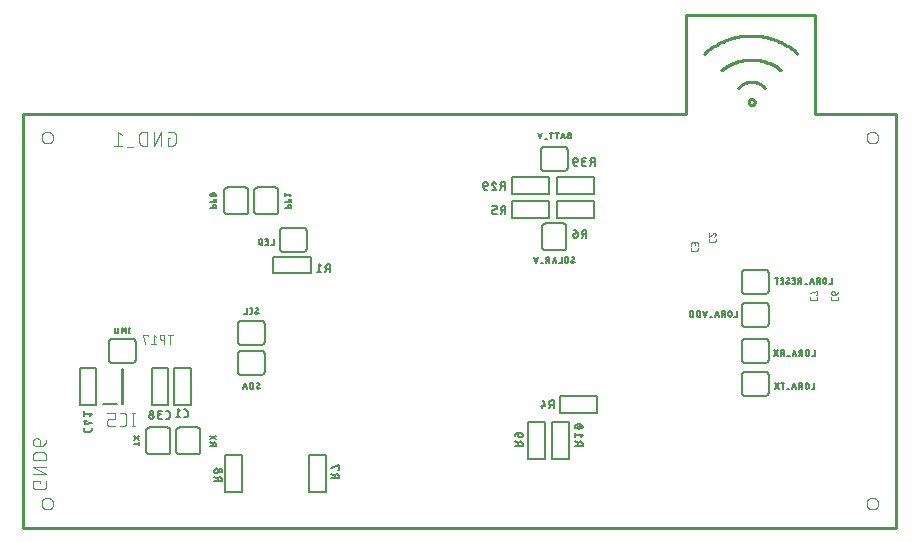
<source format=gbo>
G75*
%MOIN*%
%OFA0B0*%
%FSLAX25Y25*%
%IPPOS*%
%LPD*%
%AMOC8*
5,1,8,0,0,1.08239X$1,22.5*
%
%ADD10C,0.01000*%
%ADD11C,0.00000*%
%ADD12C,0.00787*%
%ADD13C,0.00400*%
%ADD14C,0.00800*%
%ADD15C,0.00500*%
%ADD16C,0.00600*%
%ADD17C,0.00300*%
%ADD18C,0.00200*%
D10*
X0011500Y0010780D02*
X0011500Y0148780D01*
X0232500Y0148780D01*
X0232500Y0181780D01*
X0275500Y0181780D01*
X0275500Y0148780D01*
X0302500Y0148780D01*
X0302500Y0010780D01*
X0011500Y0010780D01*
X0244097Y0163153D02*
X0244393Y0163393D01*
X0244694Y0163626D01*
X0245001Y0163851D01*
X0245313Y0164069D01*
X0245630Y0164279D01*
X0245953Y0164482D01*
X0246280Y0164676D01*
X0246612Y0164863D01*
X0246949Y0165041D01*
X0247289Y0165211D01*
X0247634Y0165373D01*
X0247982Y0165526D01*
X0248335Y0165671D01*
X0248690Y0165807D01*
X0249049Y0165935D01*
X0249411Y0166053D01*
X0249775Y0166163D01*
X0250142Y0166264D01*
X0250512Y0166356D01*
X0250884Y0166439D01*
X0251257Y0166513D01*
X0251632Y0166577D01*
X0252009Y0166633D01*
X0252387Y0166679D01*
X0252766Y0166716D01*
X0253146Y0166744D01*
X0253526Y0166763D01*
X0253907Y0166772D01*
X0254287Y0166772D01*
X0254668Y0166763D01*
X0255048Y0166744D01*
X0255428Y0166716D01*
X0255807Y0166679D01*
X0256185Y0166633D01*
X0256562Y0166577D01*
X0256937Y0166513D01*
X0257310Y0166439D01*
X0257682Y0166356D01*
X0258052Y0166264D01*
X0258419Y0166163D01*
X0258783Y0166053D01*
X0259145Y0165935D01*
X0259504Y0165807D01*
X0259859Y0165671D01*
X0260212Y0165526D01*
X0260560Y0165373D01*
X0260905Y0165211D01*
X0261245Y0165041D01*
X0261582Y0164863D01*
X0261914Y0164676D01*
X0262241Y0164482D01*
X0262564Y0164279D01*
X0262881Y0164069D01*
X0263193Y0163851D01*
X0263500Y0163626D01*
X0263801Y0163393D01*
X0264097Y0163153D01*
X0258724Y0157182D02*
X0258630Y0157300D01*
X0258533Y0157414D01*
X0258433Y0157527D01*
X0258331Y0157636D01*
X0258225Y0157743D01*
X0258116Y0157847D01*
X0258005Y0157949D01*
X0257891Y0158047D01*
X0257775Y0158142D01*
X0257656Y0158234D01*
X0257535Y0158323D01*
X0257412Y0158409D01*
X0257286Y0158491D01*
X0257158Y0158570D01*
X0257028Y0158646D01*
X0256896Y0158718D01*
X0256762Y0158787D01*
X0256627Y0158852D01*
X0256490Y0158913D01*
X0256351Y0158971D01*
X0256211Y0159026D01*
X0256069Y0159076D01*
X0255926Y0159123D01*
X0255782Y0159166D01*
X0255637Y0159205D01*
X0255491Y0159240D01*
X0255344Y0159272D01*
X0255196Y0159299D01*
X0255048Y0159323D01*
X0254899Y0159343D01*
X0254749Y0159359D01*
X0254600Y0159371D01*
X0254449Y0159379D01*
X0254299Y0159383D01*
X0254149Y0159383D01*
X0253999Y0159379D01*
X0253848Y0159371D01*
X0253699Y0159359D01*
X0253549Y0159343D01*
X0253400Y0159323D01*
X0253252Y0159299D01*
X0253104Y0159272D01*
X0252957Y0159240D01*
X0252811Y0159205D01*
X0252666Y0159166D01*
X0252522Y0159123D01*
X0252379Y0159076D01*
X0252237Y0159026D01*
X0252097Y0158971D01*
X0251958Y0158913D01*
X0251821Y0158852D01*
X0251686Y0158787D01*
X0251552Y0158718D01*
X0251420Y0158646D01*
X0251290Y0158570D01*
X0251162Y0158491D01*
X0251036Y0158409D01*
X0250913Y0158323D01*
X0250792Y0158234D01*
X0250673Y0158142D01*
X0250557Y0158047D01*
X0250443Y0157949D01*
X0250332Y0157847D01*
X0250223Y0157743D01*
X0250117Y0157636D01*
X0250015Y0157527D01*
X0249915Y0157414D01*
X0249818Y0157300D01*
X0249724Y0157182D01*
X0253292Y0152611D02*
X0253294Y0152674D01*
X0253300Y0152736D01*
X0253310Y0152798D01*
X0253323Y0152860D01*
X0253341Y0152920D01*
X0253362Y0152979D01*
X0253387Y0153037D01*
X0253416Y0153093D01*
X0253448Y0153147D01*
X0253483Y0153199D01*
X0253521Y0153248D01*
X0253563Y0153296D01*
X0253607Y0153340D01*
X0253655Y0153382D01*
X0253704Y0153420D01*
X0253756Y0153455D01*
X0253810Y0153487D01*
X0253866Y0153516D01*
X0253924Y0153541D01*
X0253983Y0153562D01*
X0254043Y0153580D01*
X0254105Y0153593D01*
X0254167Y0153603D01*
X0254229Y0153609D01*
X0254292Y0153611D01*
X0254355Y0153609D01*
X0254417Y0153603D01*
X0254479Y0153593D01*
X0254541Y0153580D01*
X0254601Y0153562D01*
X0254660Y0153541D01*
X0254718Y0153516D01*
X0254774Y0153487D01*
X0254828Y0153455D01*
X0254880Y0153420D01*
X0254929Y0153382D01*
X0254977Y0153340D01*
X0255021Y0153296D01*
X0255063Y0153248D01*
X0255101Y0153199D01*
X0255136Y0153147D01*
X0255168Y0153093D01*
X0255197Y0153037D01*
X0255222Y0152979D01*
X0255243Y0152920D01*
X0255261Y0152860D01*
X0255274Y0152798D01*
X0255284Y0152736D01*
X0255290Y0152674D01*
X0255292Y0152611D01*
X0255290Y0152548D01*
X0255284Y0152486D01*
X0255274Y0152424D01*
X0255261Y0152362D01*
X0255243Y0152302D01*
X0255222Y0152243D01*
X0255197Y0152185D01*
X0255168Y0152129D01*
X0255136Y0152075D01*
X0255101Y0152023D01*
X0255063Y0151974D01*
X0255021Y0151926D01*
X0254977Y0151882D01*
X0254929Y0151840D01*
X0254880Y0151802D01*
X0254828Y0151767D01*
X0254774Y0151735D01*
X0254718Y0151706D01*
X0254660Y0151681D01*
X0254601Y0151660D01*
X0254541Y0151642D01*
X0254479Y0151629D01*
X0254417Y0151619D01*
X0254355Y0151613D01*
X0254292Y0151611D01*
X0254229Y0151613D01*
X0254167Y0151619D01*
X0254105Y0151629D01*
X0254043Y0151642D01*
X0253983Y0151660D01*
X0253924Y0151681D01*
X0253866Y0151706D01*
X0253810Y0151735D01*
X0253756Y0151767D01*
X0253704Y0151802D01*
X0253655Y0151840D01*
X0253607Y0151882D01*
X0253563Y0151926D01*
X0253521Y0151974D01*
X0253483Y0152023D01*
X0253448Y0152075D01*
X0253416Y0152129D01*
X0253387Y0152185D01*
X0253362Y0152243D01*
X0253341Y0152302D01*
X0253323Y0152362D01*
X0253310Y0152424D01*
X0253300Y0152486D01*
X0253294Y0152548D01*
X0253292Y0152611D01*
X0238500Y0168780D02*
X0238917Y0169150D01*
X0239342Y0169511D01*
X0239776Y0169861D01*
X0240219Y0170200D01*
X0240669Y0170529D01*
X0241127Y0170846D01*
X0241593Y0171153D01*
X0242067Y0171448D01*
X0242547Y0171731D01*
X0243034Y0172003D01*
X0243527Y0172263D01*
X0244026Y0172511D01*
X0244532Y0172746D01*
X0245043Y0172970D01*
X0245559Y0173180D01*
X0246080Y0173379D01*
X0246606Y0173564D01*
X0247136Y0173737D01*
X0247670Y0173897D01*
X0248208Y0174044D01*
X0248749Y0174178D01*
X0249294Y0174298D01*
X0249841Y0174406D01*
X0250391Y0174500D01*
X0250942Y0174581D01*
X0251496Y0174648D01*
X0252051Y0174702D01*
X0252607Y0174743D01*
X0253164Y0174770D01*
X0253721Y0174783D01*
X0254279Y0174783D01*
X0254836Y0174770D01*
X0255393Y0174743D01*
X0255949Y0174702D01*
X0256504Y0174648D01*
X0257058Y0174581D01*
X0257609Y0174500D01*
X0258159Y0174406D01*
X0258706Y0174298D01*
X0259251Y0174178D01*
X0259792Y0174044D01*
X0260330Y0173897D01*
X0260864Y0173737D01*
X0261394Y0173564D01*
X0261920Y0173379D01*
X0262441Y0173180D01*
X0262957Y0172970D01*
X0263468Y0172746D01*
X0263974Y0172511D01*
X0264473Y0172263D01*
X0264966Y0172003D01*
X0265453Y0171731D01*
X0265933Y0171448D01*
X0266407Y0171153D01*
X0266873Y0170846D01*
X0267331Y0170529D01*
X0267781Y0170200D01*
X0268224Y0169861D01*
X0268658Y0169511D01*
X0269083Y0169150D01*
X0269500Y0168780D01*
D11*
X0292531Y0140780D02*
X0292533Y0140868D01*
X0292539Y0140956D01*
X0292549Y0141044D01*
X0292563Y0141132D01*
X0292580Y0141218D01*
X0292602Y0141304D01*
X0292627Y0141388D01*
X0292657Y0141472D01*
X0292689Y0141554D01*
X0292726Y0141634D01*
X0292766Y0141713D01*
X0292810Y0141790D01*
X0292857Y0141865D01*
X0292907Y0141937D01*
X0292961Y0142008D01*
X0293017Y0142075D01*
X0293077Y0142141D01*
X0293139Y0142203D01*
X0293205Y0142263D01*
X0293272Y0142319D01*
X0293343Y0142373D01*
X0293415Y0142423D01*
X0293490Y0142470D01*
X0293567Y0142514D01*
X0293646Y0142554D01*
X0293726Y0142591D01*
X0293808Y0142623D01*
X0293892Y0142653D01*
X0293976Y0142678D01*
X0294062Y0142700D01*
X0294148Y0142717D01*
X0294236Y0142731D01*
X0294324Y0142741D01*
X0294412Y0142747D01*
X0294500Y0142749D01*
X0294588Y0142747D01*
X0294676Y0142741D01*
X0294764Y0142731D01*
X0294852Y0142717D01*
X0294938Y0142700D01*
X0295024Y0142678D01*
X0295108Y0142653D01*
X0295192Y0142623D01*
X0295274Y0142591D01*
X0295354Y0142554D01*
X0295433Y0142514D01*
X0295510Y0142470D01*
X0295585Y0142423D01*
X0295657Y0142373D01*
X0295728Y0142319D01*
X0295795Y0142263D01*
X0295861Y0142203D01*
X0295923Y0142141D01*
X0295983Y0142075D01*
X0296039Y0142008D01*
X0296093Y0141937D01*
X0296143Y0141865D01*
X0296190Y0141790D01*
X0296234Y0141713D01*
X0296274Y0141634D01*
X0296311Y0141554D01*
X0296343Y0141472D01*
X0296373Y0141388D01*
X0296398Y0141304D01*
X0296420Y0141218D01*
X0296437Y0141132D01*
X0296451Y0141044D01*
X0296461Y0140956D01*
X0296467Y0140868D01*
X0296469Y0140780D01*
X0296467Y0140692D01*
X0296461Y0140604D01*
X0296451Y0140516D01*
X0296437Y0140428D01*
X0296420Y0140342D01*
X0296398Y0140256D01*
X0296373Y0140172D01*
X0296343Y0140088D01*
X0296311Y0140006D01*
X0296274Y0139926D01*
X0296234Y0139847D01*
X0296190Y0139770D01*
X0296143Y0139695D01*
X0296093Y0139623D01*
X0296039Y0139552D01*
X0295983Y0139485D01*
X0295923Y0139419D01*
X0295861Y0139357D01*
X0295795Y0139297D01*
X0295728Y0139241D01*
X0295657Y0139187D01*
X0295585Y0139137D01*
X0295510Y0139090D01*
X0295433Y0139046D01*
X0295354Y0139006D01*
X0295274Y0138969D01*
X0295192Y0138937D01*
X0295108Y0138907D01*
X0295024Y0138882D01*
X0294938Y0138860D01*
X0294852Y0138843D01*
X0294764Y0138829D01*
X0294676Y0138819D01*
X0294588Y0138813D01*
X0294500Y0138811D01*
X0294412Y0138813D01*
X0294324Y0138819D01*
X0294236Y0138829D01*
X0294148Y0138843D01*
X0294062Y0138860D01*
X0293976Y0138882D01*
X0293892Y0138907D01*
X0293808Y0138937D01*
X0293726Y0138969D01*
X0293646Y0139006D01*
X0293567Y0139046D01*
X0293490Y0139090D01*
X0293415Y0139137D01*
X0293343Y0139187D01*
X0293272Y0139241D01*
X0293205Y0139297D01*
X0293139Y0139357D01*
X0293077Y0139419D01*
X0293017Y0139485D01*
X0292961Y0139552D01*
X0292907Y0139623D01*
X0292857Y0139695D01*
X0292810Y0139770D01*
X0292766Y0139847D01*
X0292726Y0139926D01*
X0292689Y0140006D01*
X0292657Y0140088D01*
X0292627Y0140172D01*
X0292602Y0140256D01*
X0292580Y0140342D01*
X0292563Y0140428D01*
X0292549Y0140516D01*
X0292539Y0140604D01*
X0292533Y0140692D01*
X0292531Y0140780D01*
X0292531Y0018780D02*
X0292533Y0018868D01*
X0292539Y0018956D01*
X0292549Y0019044D01*
X0292563Y0019132D01*
X0292580Y0019218D01*
X0292602Y0019304D01*
X0292627Y0019388D01*
X0292657Y0019472D01*
X0292689Y0019554D01*
X0292726Y0019634D01*
X0292766Y0019713D01*
X0292810Y0019790D01*
X0292857Y0019865D01*
X0292907Y0019937D01*
X0292961Y0020008D01*
X0293017Y0020075D01*
X0293077Y0020141D01*
X0293139Y0020203D01*
X0293205Y0020263D01*
X0293272Y0020319D01*
X0293343Y0020373D01*
X0293415Y0020423D01*
X0293490Y0020470D01*
X0293567Y0020514D01*
X0293646Y0020554D01*
X0293726Y0020591D01*
X0293808Y0020623D01*
X0293892Y0020653D01*
X0293976Y0020678D01*
X0294062Y0020700D01*
X0294148Y0020717D01*
X0294236Y0020731D01*
X0294324Y0020741D01*
X0294412Y0020747D01*
X0294500Y0020749D01*
X0294588Y0020747D01*
X0294676Y0020741D01*
X0294764Y0020731D01*
X0294852Y0020717D01*
X0294938Y0020700D01*
X0295024Y0020678D01*
X0295108Y0020653D01*
X0295192Y0020623D01*
X0295274Y0020591D01*
X0295354Y0020554D01*
X0295433Y0020514D01*
X0295510Y0020470D01*
X0295585Y0020423D01*
X0295657Y0020373D01*
X0295728Y0020319D01*
X0295795Y0020263D01*
X0295861Y0020203D01*
X0295923Y0020141D01*
X0295983Y0020075D01*
X0296039Y0020008D01*
X0296093Y0019937D01*
X0296143Y0019865D01*
X0296190Y0019790D01*
X0296234Y0019713D01*
X0296274Y0019634D01*
X0296311Y0019554D01*
X0296343Y0019472D01*
X0296373Y0019388D01*
X0296398Y0019304D01*
X0296420Y0019218D01*
X0296437Y0019132D01*
X0296451Y0019044D01*
X0296461Y0018956D01*
X0296467Y0018868D01*
X0296469Y0018780D01*
X0296467Y0018692D01*
X0296461Y0018604D01*
X0296451Y0018516D01*
X0296437Y0018428D01*
X0296420Y0018342D01*
X0296398Y0018256D01*
X0296373Y0018172D01*
X0296343Y0018088D01*
X0296311Y0018006D01*
X0296274Y0017926D01*
X0296234Y0017847D01*
X0296190Y0017770D01*
X0296143Y0017695D01*
X0296093Y0017623D01*
X0296039Y0017552D01*
X0295983Y0017485D01*
X0295923Y0017419D01*
X0295861Y0017357D01*
X0295795Y0017297D01*
X0295728Y0017241D01*
X0295657Y0017187D01*
X0295585Y0017137D01*
X0295510Y0017090D01*
X0295433Y0017046D01*
X0295354Y0017006D01*
X0295274Y0016969D01*
X0295192Y0016937D01*
X0295108Y0016907D01*
X0295024Y0016882D01*
X0294938Y0016860D01*
X0294852Y0016843D01*
X0294764Y0016829D01*
X0294676Y0016819D01*
X0294588Y0016813D01*
X0294500Y0016811D01*
X0294412Y0016813D01*
X0294324Y0016819D01*
X0294236Y0016829D01*
X0294148Y0016843D01*
X0294062Y0016860D01*
X0293976Y0016882D01*
X0293892Y0016907D01*
X0293808Y0016937D01*
X0293726Y0016969D01*
X0293646Y0017006D01*
X0293567Y0017046D01*
X0293490Y0017090D01*
X0293415Y0017137D01*
X0293343Y0017187D01*
X0293272Y0017241D01*
X0293205Y0017297D01*
X0293139Y0017357D01*
X0293077Y0017419D01*
X0293017Y0017485D01*
X0292961Y0017552D01*
X0292907Y0017623D01*
X0292857Y0017695D01*
X0292810Y0017770D01*
X0292766Y0017847D01*
X0292726Y0017926D01*
X0292689Y0018006D01*
X0292657Y0018088D01*
X0292627Y0018172D01*
X0292602Y0018256D01*
X0292580Y0018342D01*
X0292563Y0018428D01*
X0292549Y0018516D01*
X0292539Y0018604D01*
X0292533Y0018692D01*
X0292531Y0018780D01*
X0017531Y0018780D02*
X0017533Y0018868D01*
X0017539Y0018956D01*
X0017549Y0019044D01*
X0017563Y0019132D01*
X0017580Y0019218D01*
X0017602Y0019304D01*
X0017627Y0019388D01*
X0017657Y0019472D01*
X0017689Y0019554D01*
X0017726Y0019634D01*
X0017766Y0019713D01*
X0017810Y0019790D01*
X0017857Y0019865D01*
X0017907Y0019937D01*
X0017961Y0020008D01*
X0018017Y0020075D01*
X0018077Y0020141D01*
X0018139Y0020203D01*
X0018205Y0020263D01*
X0018272Y0020319D01*
X0018343Y0020373D01*
X0018415Y0020423D01*
X0018490Y0020470D01*
X0018567Y0020514D01*
X0018646Y0020554D01*
X0018726Y0020591D01*
X0018808Y0020623D01*
X0018892Y0020653D01*
X0018976Y0020678D01*
X0019062Y0020700D01*
X0019148Y0020717D01*
X0019236Y0020731D01*
X0019324Y0020741D01*
X0019412Y0020747D01*
X0019500Y0020749D01*
X0019588Y0020747D01*
X0019676Y0020741D01*
X0019764Y0020731D01*
X0019852Y0020717D01*
X0019938Y0020700D01*
X0020024Y0020678D01*
X0020108Y0020653D01*
X0020192Y0020623D01*
X0020274Y0020591D01*
X0020354Y0020554D01*
X0020433Y0020514D01*
X0020510Y0020470D01*
X0020585Y0020423D01*
X0020657Y0020373D01*
X0020728Y0020319D01*
X0020795Y0020263D01*
X0020861Y0020203D01*
X0020923Y0020141D01*
X0020983Y0020075D01*
X0021039Y0020008D01*
X0021093Y0019937D01*
X0021143Y0019865D01*
X0021190Y0019790D01*
X0021234Y0019713D01*
X0021274Y0019634D01*
X0021311Y0019554D01*
X0021343Y0019472D01*
X0021373Y0019388D01*
X0021398Y0019304D01*
X0021420Y0019218D01*
X0021437Y0019132D01*
X0021451Y0019044D01*
X0021461Y0018956D01*
X0021467Y0018868D01*
X0021469Y0018780D01*
X0021467Y0018692D01*
X0021461Y0018604D01*
X0021451Y0018516D01*
X0021437Y0018428D01*
X0021420Y0018342D01*
X0021398Y0018256D01*
X0021373Y0018172D01*
X0021343Y0018088D01*
X0021311Y0018006D01*
X0021274Y0017926D01*
X0021234Y0017847D01*
X0021190Y0017770D01*
X0021143Y0017695D01*
X0021093Y0017623D01*
X0021039Y0017552D01*
X0020983Y0017485D01*
X0020923Y0017419D01*
X0020861Y0017357D01*
X0020795Y0017297D01*
X0020728Y0017241D01*
X0020657Y0017187D01*
X0020585Y0017137D01*
X0020510Y0017090D01*
X0020433Y0017046D01*
X0020354Y0017006D01*
X0020274Y0016969D01*
X0020192Y0016937D01*
X0020108Y0016907D01*
X0020024Y0016882D01*
X0019938Y0016860D01*
X0019852Y0016843D01*
X0019764Y0016829D01*
X0019676Y0016819D01*
X0019588Y0016813D01*
X0019500Y0016811D01*
X0019412Y0016813D01*
X0019324Y0016819D01*
X0019236Y0016829D01*
X0019148Y0016843D01*
X0019062Y0016860D01*
X0018976Y0016882D01*
X0018892Y0016907D01*
X0018808Y0016937D01*
X0018726Y0016969D01*
X0018646Y0017006D01*
X0018567Y0017046D01*
X0018490Y0017090D01*
X0018415Y0017137D01*
X0018343Y0017187D01*
X0018272Y0017241D01*
X0018205Y0017297D01*
X0018139Y0017357D01*
X0018077Y0017419D01*
X0018017Y0017485D01*
X0017961Y0017552D01*
X0017907Y0017623D01*
X0017857Y0017695D01*
X0017810Y0017770D01*
X0017766Y0017847D01*
X0017726Y0017926D01*
X0017689Y0018006D01*
X0017657Y0018088D01*
X0017627Y0018172D01*
X0017602Y0018256D01*
X0017580Y0018342D01*
X0017563Y0018428D01*
X0017549Y0018516D01*
X0017539Y0018604D01*
X0017533Y0018692D01*
X0017531Y0018780D01*
X0017531Y0140780D02*
X0017533Y0140868D01*
X0017539Y0140956D01*
X0017549Y0141044D01*
X0017563Y0141132D01*
X0017580Y0141218D01*
X0017602Y0141304D01*
X0017627Y0141388D01*
X0017657Y0141472D01*
X0017689Y0141554D01*
X0017726Y0141634D01*
X0017766Y0141713D01*
X0017810Y0141790D01*
X0017857Y0141865D01*
X0017907Y0141937D01*
X0017961Y0142008D01*
X0018017Y0142075D01*
X0018077Y0142141D01*
X0018139Y0142203D01*
X0018205Y0142263D01*
X0018272Y0142319D01*
X0018343Y0142373D01*
X0018415Y0142423D01*
X0018490Y0142470D01*
X0018567Y0142514D01*
X0018646Y0142554D01*
X0018726Y0142591D01*
X0018808Y0142623D01*
X0018892Y0142653D01*
X0018976Y0142678D01*
X0019062Y0142700D01*
X0019148Y0142717D01*
X0019236Y0142731D01*
X0019324Y0142741D01*
X0019412Y0142747D01*
X0019500Y0142749D01*
X0019588Y0142747D01*
X0019676Y0142741D01*
X0019764Y0142731D01*
X0019852Y0142717D01*
X0019938Y0142700D01*
X0020024Y0142678D01*
X0020108Y0142653D01*
X0020192Y0142623D01*
X0020274Y0142591D01*
X0020354Y0142554D01*
X0020433Y0142514D01*
X0020510Y0142470D01*
X0020585Y0142423D01*
X0020657Y0142373D01*
X0020728Y0142319D01*
X0020795Y0142263D01*
X0020861Y0142203D01*
X0020923Y0142141D01*
X0020983Y0142075D01*
X0021039Y0142008D01*
X0021093Y0141937D01*
X0021143Y0141865D01*
X0021190Y0141790D01*
X0021234Y0141713D01*
X0021274Y0141634D01*
X0021311Y0141554D01*
X0021343Y0141472D01*
X0021373Y0141388D01*
X0021398Y0141304D01*
X0021420Y0141218D01*
X0021437Y0141132D01*
X0021451Y0141044D01*
X0021461Y0140956D01*
X0021467Y0140868D01*
X0021469Y0140780D01*
X0021467Y0140692D01*
X0021461Y0140604D01*
X0021451Y0140516D01*
X0021437Y0140428D01*
X0021420Y0140342D01*
X0021398Y0140256D01*
X0021373Y0140172D01*
X0021343Y0140088D01*
X0021311Y0140006D01*
X0021274Y0139926D01*
X0021234Y0139847D01*
X0021190Y0139770D01*
X0021143Y0139695D01*
X0021093Y0139623D01*
X0021039Y0139552D01*
X0020983Y0139485D01*
X0020923Y0139419D01*
X0020861Y0139357D01*
X0020795Y0139297D01*
X0020728Y0139241D01*
X0020657Y0139187D01*
X0020585Y0139137D01*
X0020510Y0139090D01*
X0020433Y0139046D01*
X0020354Y0139006D01*
X0020274Y0138969D01*
X0020192Y0138937D01*
X0020108Y0138907D01*
X0020024Y0138882D01*
X0019938Y0138860D01*
X0019852Y0138843D01*
X0019764Y0138829D01*
X0019676Y0138819D01*
X0019588Y0138813D01*
X0019500Y0138811D01*
X0019412Y0138813D01*
X0019324Y0138819D01*
X0019236Y0138829D01*
X0019148Y0138843D01*
X0019062Y0138860D01*
X0018976Y0138882D01*
X0018892Y0138907D01*
X0018808Y0138937D01*
X0018726Y0138969D01*
X0018646Y0139006D01*
X0018567Y0139046D01*
X0018490Y0139090D01*
X0018415Y0139137D01*
X0018343Y0139187D01*
X0018272Y0139241D01*
X0018205Y0139297D01*
X0018139Y0139357D01*
X0018077Y0139419D01*
X0018017Y0139485D01*
X0017961Y0139552D01*
X0017907Y0139623D01*
X0017857Y0139695D01*
X0017810Y0139770D01*
X0017766Y0139847D01*
X0017726Y0139926D01*
X0017689Y0140006D01*
X0017657Y0140088D01*
X0017627Y0140172D01*
X0017602Y0140256D01*
X0017580Y0140342D01*
X0017563Y0140428D01*
X0017549Y0140516D01*
X0017539Y0140604D01*
X0017533Y0140692D01*
X0017531Y0140780D01*
D12*
X0044205Y0063528D02*
X0044205Y0052032D01*
X0044795Y0052032D01*
X0044795Y0063528D01*
X0044205Y0063528D01*
X0042827Y0051874D02*
X0037906Y0051874D01*
D13*
X0039431Y0049080D02*
X0041986Y0049080D01*
X0041986Y0047035D01*
X0040453Y0047035D01*
X0040391Y0047033D01*
X0040330Y0047028D01*
X0040269Y0047018D01*
X0040208Y0047005D01*
X0040149Y0046989D01*
X0040091Y0046969D01*
X0040034Y0046945D01*
X0039978Y0046918D01*
X0039924Y0046888D01*
X0039872Y0046854D01*
X0039823Y0046818D01*
X0039775Y0046778D01*
X0039730Y0046736D01*
X0039688Y0046691D01*
X0039648Y0046643D01*
X0039612Y0046594D01*
X0039578Y0046542D01*
X0039548Y0046488D01*
X0039521Y0046432D01*
X0039497Y0046375D01*
X0039477Y0046317D01*
X0039461Y0046258D01*
X0039448Y0046197D01*
X0039438Y0046136D01*
X0039433Y0046075D01*
X0039431Y0046013D01*
X0039431Y0045502D01*
X0039433Y0045440D01*
X0039438Y0045379D01*
X0039448Y0045318D01*
X0039461Y0045257D01*
X0039477Y0045198D01*
X0039497Y0045140D01*
X0039521Y0045083D01*
X0039548Y0045027D01*
X0039578Y0044973D01*
X0039612Y0044921D01*
X0039648Y0044872D01*
X0039688Y0044824D01*
X0039730Y0044779D01*
X0039775Y0044737D01*
X0039823Y0044697D01*
X0039872Y0044661D01*
X0039924Y0044627D01*
X0039978Y0044597D01*
X0040034Y0044570D01*
X0040091Y0044546D01*
X0040149Y0044526D01*
X0040208Y0044510D01*
X0040269Y0044497D01*
X0040330Y0044487D01*
X0040391Y0044482D01*
X0040453Y0044480D01*
X0041986Y0044480D01*
X0043705Y0044480D02*
X0044727Y0044480D01*
X0044789Y0044482D01*
X0044850Y0044487D01*
X0044911Y0044497D01*
X0044972Y0044510D01*
X0045031Y0044526D01*
X0045089Y0044546D01*
X0045146Y0044570D01*
X0045202Y0044597D01*
X0045256Y0044627D01*
X0045308Y0044661D01*
X0045357Y0044697D01*
X0045405Y0044737D01*
X0045450Y0044779D01*
X0045492Y0044824D01*
X0045532Y0044872D01*
X0045568Y0044921D01*
X0045602Y0044973D01*
X0045632Y0045027D01*
X0045659Y0045083D01*
X0045683Y0045140D01*
X0045703Y0045198D01*
X0045719Y0045257D01*
X0045732Y0045318D01*
X0045742Y0045379D01*
X0045747Y0045440D01*
X0045749Y0045502D01*
X0045749Y0048058D01*
X0045747Y0048120D01*
X0045742Y0048181D01*
X0045732Y0048242D01*
X0045719Y0048303D01*
X0045703Y0048362D01*
X0045683Y0048420D01*
X0045659Y0048477D01*
X0045632Y0048533D01*
X0045602Y0048587D01*
X0045568Y0048639D01*
X0045532Y0048688D01*
X0045492Y0048736D01*
X0045450Y0048781D01*
X0045405Y0048823D01*
X0045357Y0048863D01*
X0045308Y0048899D01*
X0045256Y0048933D01*
X0045202Y0048963D01*
X0045146Y0048990D01*
X0045089Y0049014D01*
X0045031Y0049034D01*
X0044972Y0049050D01*
X0044911Y0049063D01*
X0044850Y0049073D01*
X0044789Y0049078D01*
X0044727Y0049080D01*
X0043705Y0049080D01*
X0047547Y0049080D02*
X0048569Y0049080D01*
X0048058Y0049080D02*
X0048058Y0044480D01*
X0048569Y0044480D02*
X0047547Y0044480D01*
X0019166Y0034589D02*
X0019166Y0033311D01*
X0014566Y0033311D01*
X0014566Y0034589D01*
X0014568Y0034658D01*
X0014573Y0034727D01*
X0014583Y0034796D01*
X0014596Y0034864D01*
X0014613Y0034931D01*
X0014633Y0034997D01*
X0014657Y0035062D01*
X0014684Y0035126D01*
X0014715Y0035188D01*
X0014749Y0035248D01*
X0014786Y0035306D01*
X0014827Y0035362D01*
X0014870Y0035416D01*
X0014916Y0035468D01*
X0014965Y0035517D01*
X0015017Y0035563D01*
X0015071Y0035606D01*
X0015127Y0035647D01*
X0015185Y0035684D01*
X0015245Y0035718D01*
X0015307Y0035749D01*
X0015371Y0035776D01*
X0015436Y0035800D01*
X0015502Y0035820D01*
X0015569Y0035837D01*
X0015637Y0035850D01*
X0015706Y0035860D01*
X0015775Y0035865D01*
X0015844Y0035867D01*
X0017888Y0035867D01*
X0017957Y0035865D01*
X0018026Y0035860D01*
X0018095Y0035850D01*
X0018163Y0035837D01*
X0018230Y0035820D01*
X0018296Y0035800D01*
X0018361Y0035776D01*
X0018425Y0035749D01*
X0018487Y0035718D01*
X0018547Y0035684D01*
X0018605Y0035647D01*
X0018661Y0035606D01*
X0018715Y0035563D01*
X0018767Y0035517D01*
X0018816Y0035468D01*
X0018862Y0035416D01*
X0018905Y0035362D01*
X0018946Y0035306D01*
X0018983Y0035248D01*
X0019017Y0035188D01*
X0019048Y0035126D01*
X0019075Y0035062D01*
X0019099Y0034997D01*
X0019119Y0034931D01*
X0019136Y0034864D01*
X0019149Y0034796D01*
X0019159Y0034727D01*
X0019164Y0034658D01*
X0019166Y0034589D01*
X0019166Y0031067D02*
X0014566Y0031067D01*
X0019166Y0028511D01*
X0014566Y0028511D01*
X0014566Y0026267D02*
X0014566Y0024734D01*
X0014568Y0024672D01*
X0014573Y0024611D01*
X0014583Y0024550D01*
X0014596Y0024489D01*
X0014612Y0024430D01*
X0014632Y0024372D01*
X0014656Y0024315D01*
X0014683Y0024259D01*
X0014713Y0024205D01*
X0014747Y0024153D01*
X0014783Y0024104D01*
X0014823Y0024056D01*
X0014865Y0024011D01*
X0014910Y0023969D01*
X0014958Y0023929D01*
X0015007Y0023893D01*
X0015059Y0023859D01*
X0015113Y0023829D01*
X0015169Y0023802D01*
X0015226Y0023778D01*
X0015284Y0023758D01*
X0015343Y0023742D01*
X0015404Y0023729D01*
X0015465Y0023719D01*
X0015526Y0023714D01*
X0015588Y0023712D01*
X0015588Y0023711D02*
X0018144Y0023711D01*
X0018144Y0023712D02*
X0018206Y0023714D01*
X0018267Y0023719D01*
X0018328Y0023729D01*
X0018389Y0023742D01*
X0018448Y0023758D01*
X0018506Y0023778D01*
X0018563Y0023802D01*
X0018619Y0023829D01*
X0018673Y0023859D01*
X0018725Y0023893D01*
X0018774Y0023929D01*
X0018822Y0023969D01*
X0018867Y0024011D01*
X0018909Y0024056D01*
X0018948Y0024104D01*
X0018985Y0024153D01*
X0019019Y0024205D01*
X0019049Y0024259D01*
X0019076Y0024315D01*
X0019100Y0024372D01*
X0019120Y0024430D01*
X0019136Y0024489D01*
X0019149Y0024550D01*
X0019159Y0024611D01*
X0019164Y0024672D01*
X0019166Y0024734D01*
X0019166Y0026267D01*
X0017122Y0026267D02*
X0017122Y0025500D01*
X0017122Y0026267D02*
X0014566Y0026267D01*
X0015844Y0037961D02*
X0017122Y0037961D01*
X0017122Y0039495D01*
X0017122Y0037962D02*
X0017211Y0037964D01*
X0017300Y0037970D01*
X0017389Y0037979D01*
X0017477Y0037993D01*
X0017564Y0038010D01*
X0017651Y0038032D01*
X0017737Y0038057D01*
X0017821Y0038085D01*
X0017904Y0038118D01*
X0017986Y0038154D01*
X0018066Y0038193D01*
X0018144Y0038236D01*
X0018220Y0038282D01*
X0018294Y0038332D01*
X0018366Y0038384D01*
X0018436Y0038440D01*
X0018503Y0038499D01*
X0018567Y0038561D01*
X0018629Y0038625D01*
X0018688Y0038692D01*
X0018744Y0038762D01*
X0018796Y0038834D01*
X0018846Y0038908D01*
X0018892Y0038984D01*
X0018935Y0039062D01*
X0018974Y0039142D01*
X0019010Y0039224D01*
X0019043Y0039307D01*
X0019071Y0039391D01*
X0019096Y0039477D01*
X0019118Y0039564D01*
X0019135Y0039651D01*
X0019149Y0039739D01*
X0019158Y0039828D01*
X0019164Y0039917D01*
X0019166Y0040006D01*
X0016099Y0040517D02*
X0015844Y0040517D01*
X0016099Y0040517D02*
X0016161Y0040515D01*
X0016222Y0040510D01*
X0016283Y0040500D01*
X0016344Y0040487D01*
X0016403Y0040471D01*
X0016461Y0040451D01*
X0016518Y0040427D01*
X0016574Y0040400D01*
X0016628Y0040370D01*
X0016680Y0040336D01*
X0016729Y0040300D01*
X0016777Y0040260D01*
X0016822Y0040218D01*
X0016864Y0040173D01*
X0016904Y0040125D01*
X0016940Y0040076D01*
X0016974Y0040024D01*
X0017004Y0039970D01*
X0017031Y0039914D01*
X0017055Y0039857D01*
X0017075Y0039799D01*
X0017091Y0039740D01*
X0017104Y0039679D01*
X0017114Y0039618D01*
X0017119Y0039557D01*
X0017121Y0039495D01*
X0015844Y0040517D02*
X0015774Y0040515D01*
X0015703Y0040509D01*
X0015634Y0040500D01*
X0015565Y0040486D01*
X0015496Y0040469D01*
X0015429Y0040448D01*
X0015363Y0040423D01*
X0015299Y0040395D01*
X0015236Y0040363D01*
X0015175Y0040328D01*
X0015116Y0040289D01*
X0015059Y0040248D01*
X0015005Y0040203D01*
X0014953Y0040155D01*
X0014904Y0040105D01*
X0014857Y0040051D01*
X0014814Y0039996D01*
X0014774Y0039938D01*
X0014737Y0039878D01*
X0014704Y0039816D01*
X0014674Y0039752D01*
X0014647Y0039687D01*
X0014624Y0039621D01*
X0014605Y0039553D01*
X0014590Y0039484D01*
X0014578Y0039415D01*
X0014570Y0039345D01*
X0014566Y0039274D01*
X0014566Y0039204D01*
X0014570Y0039133D01*
X0014578Y0039063D01*
X0014590Y0038994D01*
X0014605Y0038925D01*
X0014624Y0038857D01*
X0014647Y0038791D01*
X0014674Y0038726D01*
X0014704Y0038662D01*
X0014737Y0038600D01*
X0014774Y0038540D01*
X0014814Y0038482D01*
X0014857Y0038427D01*
X0014904Y0038373D01*
X0014953Y0038323D01*
X0015005Y0038275D01*
X0015059Y0038230D01*
X0015116Y0038189D01*
X0015175Y0038150D01*
X0015236Y0038115D01*
X0015299Y0038083D01*
X0015363Y0038055D01*
X0015429Y0038030D01*
X0015496Y0038009D01*
X0015565Y0037992D01*
X0015634Y0037978D01*
X0015703Y0037969D01*
X0015774Y0037963D01*
X0015844Y0037961D01*
X0041831Y0138114D02*
X0044387Y0138114D01*
X0043109Y0138114D02*
X0043109Y0142714D01*
X0044387Y0141692D01*
X0046137Y0137603D02*
X0048181Y0137603D01*
X0050081Y0139392D02*
X0050081Y0141436D01*
X0050083Y0141505D01*
X0050088Y0141574D01*
X0050098Y0141643D01*
X0050111Y0141711D01*
X0050128Y0141778D01*
X0050148Y0141844D01*
X0050172Y0141909D01*
X0050199Y0141973D01*
X0050230Y0142035D01*
X0050264Y0142095D01*
X0050301Y0142153D01*
X0050342Y0142209D01*
X0050385Y0142263D01*
X0050431Y0142315D01*
X0050480Y0142364D01*
X0050532Y0142410D01*
X0050586Y0142453D01*
X0050642Y0142494D01*
X0050700Y0142531D01*
X0050760Y0142565D01*
X0050822Y0142596D01*
X0050886Y0142623D01*
X0050951Y0142647D01*
X0051017Y0142667D01*
X0051084Y0142684D01*
X0051152Y0142697D01*
X0051221Y0142707D01*
X0051290Y0142712D01*
X0051359Y0142714D01*
X0052637Y0142714D01*
X0052637Y0138114D01*
X0051359Y0138114D01*
X0051290Y0138116D01*
X0051221Y0138121D01*
X0051152Y0138131D01*
X0051084Y0138144D01*
X0051017Y0138161D01*
X0050951Y0138181D01*
X0050886Y0138205D01*
X0050822Y0138232D01*
X0050760Y0138263D01*
X0050700Y0138297D01*
X0050642Y0138334D01*
X0050586Y0138375D01*
X0050532Y0138418D01*
X0050480Y0138464D01*
X0050431Y0138513D01*
X0050385Y0138565D01*
X0050342Y0138619D01*
X0050301Y0138675D01*
X0050264Y0138733D01*
X0050230Y0138793D01*
X0050199Y0138855D01*
X0050172Y0138919D01*
X0050148Y0138984D01*
X0050128Y0139050D01*
X0050111Y0139117D01*
X0050098Y0139185D01*
X0050088Y0139254D01*
X0050083Y0139323D01*
X0050081Y0139392D01*
X0054881Y0138114D02*
X0054881Y0142714D01*
X0057437Y0142714D02*
X0054881Y0138114D01*
X0057437Y0138114D02*
X0057437Y0142714D01*
X0059681Y0142714D02*
X0061215Y0142714D01*
X0061277Y0142712D01*
X0061338Y0142707D01*
X0061399Y0142697D01*
X0061460Y0142684D01*
X0061519Y0142668D01*
X0061577Y0142648D01*
X0061634Y0142624D01*
X0061690Y0142597D01*
X0061744Y0142567D01*
X0061796Y0142533D01*
X0061845Y0142497D01*
X0061893Y0142457D01*
X0061938Y0142415D01*
X0061980Y0142370D01*
X0062020Y0142322D01*
X0062056Y0142273D01*
X0062090Y0142221D01*
X0062120Y0142167D01*
X0062147Y0142111D01*
X0062171Y0142054D01*
X0062191Y0141996D01*
X0062207Y0141937D01*
X0062220Y0141876D01*
X0062230Y0141815D01*
X0062235Y0141754D01*
X0062237Y0141692D01*
X0062237Y0139136D01*
X0062235Y0139074D01*
X0062230Y0139013D01*
X0062220Y0138952D01*
X0062207Y0138891D01*
X0062191Y0138832D01*
X0062171Y0138774D01*
X0062147Y0138717D01*
X0062120Y0138661D01*
X0062090Y0138607D01*
X0062056Y0138555D01*
X0062020Y0138506D01*
X0061980Y0138458D01*
X0061938Y0138413D01*
X0061893Y0138371D01*
X0061845Y0138331D01*
X0061796Y0138295D01*
X0061744Y0138261D01*
X0061690Y0138231D01*
X0061634Y0138204D01*
X0061577Y0138180D01*
X0061519Y0138160D01*
X0061460Y0138144D01*
X0061399Y0138131D01*
X0061338Y0138121D01*
X0061277Y0138116D01*
X0061215Y0138114D01*
X0059681Y0138114D01*
X0059681Y0140669D01*
X0060448Y0140669D01*
D14*
X0078500Y0123180D02*
X0078500Y0116380D01*
X0078502Y0116320D01*
X0078507Y0116259D01*
X0078516Y0116200D01*
X0078529Y0116141D01*
X0078545Y0116082D01*
X0078565Y0116025D01*
X0078588Y0115970D01*
X0078615Y0115915D01*
X0078644Y0115863D01*
X0078677Y0115812D01*
X0078713Y0115763D01*
X0078751Y0115717D01*
X0078793Y0115673D01*
X0078837Y0115631D01*
X0078883Y0115593D01*
X0078932Y0115557D01*
X0078983Y0115524D01*
X0079035Y0115495D01*
X0079090Y0115468D01*
X0079145Y0115445D01*
X0079202Y0115425D01*
X0079261Y0115409D01*
X0079320Y0115396D01*
X0079379Y0115387D01*
X0079440Y0115382D01*
X0079500Y0115380D01*
X0085500Y0115380D01*
X0085560Y0115382D01*
X0085621Y0115387D01*
X0085680Y0115396D01*
X0085739Y0115409D01*
X0085798Y0115425D01*
X0085855Y0115445D01*
X0085910Y0115468D01*
X0085965Y0115495D01*
X0086017Y0115524D01*
X0086068Y0115557D01*
X0086117Y0115593D01*
X0086163Y0115631D01*
X0086207Y0115673D01*
X0086249Y0115717D01*
X0086287Y0115763D01*
X0086323Y0115812D01*
X0086356Y0115863D01*
X0086385Y0115915D01*
X0086412Y0115970D01*
X0086435Y0116025D01*
X0086455Y0116082D01*
X0086471Y0116141D01*
X0086484Y0116200D01*
X0086493Y0116259D01*
X0086498Y0116320D01*
X0086500Y0116380D01*
X0086500Y0123180D01*
X0086498Y0123240D01*
X0086493Y0123301D01*
X0086484Y0123360D01*
X0086471Y0123419D01*
X0086455Y0123478D01*
X0086435Y0123535D01*
X0086412Y0123590D01*
X0086385Y0123645D01*
X0086356Y0123697D01*
X0086323Y0123748D01*
X0086287Y0123797D01*
X0086249Y0123843D01*
X0086207Y0123887D01*
X0086163Y0123929D01*
X0086117Y0123967D01*
X0086068Y0124003D01*
X0086017Y0124036D01*
X0085965Y0124065D01*
X0085910Y0124092D01*
X0085855Y0124115D01*
X0085798Y0124135D01*
X0085739Y0124151D01*
X0085680Y0124164D01*
X0085621Y0124173D01*
X0085560Y0124178D01*
X0085500Y0124180D01*
X0079500Y0124180D01*
X0079440Y0124178D01*
X0079379Y0124173D01*
X0079320Y0124164D01*
X0079261Y0124151D01*
X0079202Y0124135D01*
X0079145Y0124115D01*
X0079090Y0124092D01*
X0079035Y0124065D01*
X0078983Y0124036D01*
X0078932Y0124003D01*
X0078883Y0123967D01*
X0078837Y0123929D01*
X0078793Y0123887D01*
X0078751Y0123843D01*
X0078713Y0123797D01*
X0078677Y0123748D01*
X0078644Y0123697D01*
X0078615Y0123645D01*
X0078588Y0123590D01*
X0078565Y0123535D01*
X0078545Y0123478D01*
X0078529Y0123419D01*
X0078516Y0123360D01*
X0078507Y0123301D01*
X0078502Y0123240D01*
X0078500Y0123180D01*
X0088500Y0123180D02*
X0088500Y0116380D01*
X0088502Y0116320D01*
X0088507Y0116259D01*
X0088516Y0116200D01*
X0088529Y0116141D01*
X0088545Y0116082D01*
X0088565Y0116025D01*
X0088588Y0115970D01*
X0088615Y0115915D01*
X0088644Y0115863D01*
X0088677Y0115812D01*
X0088713Y0115763D01*
X0088751Y0115717D01*
X0088793Y0115673D01*
X0088837Y0115631D01*
X0088883Y0115593D01*
X0088932Y0115557D01*
X0088983Y0115524D01*
X0089035Y0115495D01*
X0089090Y0115468D01*
X0089145Y0115445D01*
X0089202Y0115425D01*
X0089261Y0115409D01*
X0089320Y0115396D01*
X0089379Y0115387D01*
X0089440Y0115382D01*
X0089500Y0115380D01*
X0095500Y0115380D01*
X0095560Y0115382D01*
X0095621Y0115387D01*
X0095680Y0115396D01*
X0095739Y0115409D01*
X0095798Y0115425D01*
X0095855Y0115445D01*
X0095910Y0115468D01*
X0095965Y0115495D01*
X0096017Y0115524D01*
X0096068Y0115557D01*
X0096117Y0115593D01*
X0096163Y0115631D01*
X0096207Y0115673D01*
X0096249Y0115717D01*
X0096287Y0115763D01*
X0096323Y0115812D01*
X0096356Y0115863D01*
X0096385Y0115915D01*
X0096412Y0115970D01*
X0096435Y0116025D01*
X0096455Y0116082D01*
X0096471Y0116141D01*
X0096484Y0116200D01*
X0096493Y0116259D01*
X0096498Y0116320D01*
X0096500Y0116380D01*
X0096500Y0123180D01*
X0096498Y0123240D01*
X0096493Y0123301D01*
X0096484Y0123360D01*
X0096471Y0123419D01*
X0096455Y0123478D01*
X0096435Y0123535D01*
X0096412Y0123590D01*
X0096385Y0123645D01*
X0096356Y0123697D01*
X0096323Y0123748D01*
X0096287Y0123797D01*
X0096249Y0123843D01*
X0096207Y0123887D01*
X0096163Y0123929D01*
X0096117Y0123967D01*
X0096068Y0124003D01*
X0096017Y0124036D01*
X0095965Y0124065D01*
X0095910Y0124092D01*
X0095855Y0124115D01*
X0095798Y0124135D01*
X0095739Y0124151D01*
X0095680Y0124164D01*
X0095621Y0124173D01*
X0095560Y0124178D01*
X0095500Y0124180D01*
X0089500Y0124180D01*
X0089440Y0124178D01*
X0089379Y0124173D01*
X0089320Y0124164D01*
X0089261Y0124151D01*
X0089202Y0124135D01*
X0089145Y0124115D01*
X0089090Y0124092D01*
X0089035Y0124065D01*
X0088983Y0124036D01*
X0088932Y0124003D01*
X0088883Y0123967D01*
X0088837Y0123929D01*
X0088793Y0123887D01*
X0088751Y0123843D01*
X0088713Y0123797D01*
X0088677Y0123748D01*
X0088644Y0123697D01*
X0088615Y0123645D01*
X0088588Y0123590D01*
X0088565Y0123535D01*
X0088545Y0123478D01*
X0088529Y0123419D01*
X0088516Y0123360D01*
X0088507Y0123301D01*
X0088502Y0123240D01*
X0088500Y0123180D01*
X0098100Y0110780D02*
X0104900Y0110780D01*
X0104960Y0110778D01*
X0105021Y0110773D01*
X0105080Y0110764D01*
X0105139Y0110751D01*
X0105198Y0110735D01*
X0105255Y0110715D01*
X0105310Y0110692D01*
X0105365Y0110665D01*
X0105417Y0110636D01*
X0105468Y0110603D01*
X0105517Y0110567D01*
X0105563Y0110529D01*
X0105607Y0110487D01*
X0105649Y0110443D01*
X0105687Y0110397D01*
X0105723Y0110348D01*
X0105756Y0110297D01*
X0105785Y0110245D01*
X0105812Y0110190D01*
X0105835Y0110135D01*
X0105855Y0110078D01*
X0105871Y0110019D01*
X0105884Y0109960D01*
X0105893Y0109901D01*
X0105898Y0109840D01*
X0105900Y0109780D01*
X0105900Y0103780D01*
X0105898Y0103720D01*
X0105893Y0103659D01*
X0105884Y0103600D01*
X0105871Y0103541D01*
X0105855Y0103482D01*
X0105835Y0103425D01*
X0105812Y0103370D01*
X0105785Y0103315D01*
X0105756Y0103263D01*
X0105723Y0103212D01*
X0105687Y0103163D01*
X0105649Y0103117D01*
X0105607Y0103073D01*
X0105563Y0103031D01*
X0105517Y0102993D01*
X0105468Y0102957D01*
X0105417Y0102924D01*
X0105365Y0102895D01*
X0105310Y0102868D01*
X0105255Y0102845D01*
X0105198Y0102825D01*
X0105139Y0102809D01*
X0105080Y0102796D01*
X0105021Y0102787D01*
X0104960Y0102782D01*
X0104900Y0102780D01*
X0098100Y0102780D01*
X0098040Y0102782D01*
X0097979Y0102787D01*
X0097920Y0102796D01*
X0097861Y0102809D01*
X0097802Y0102825D01*
X0097745Y0102845D01*
X0097690Y0102868D01*
X0097635Y0102895D01*
X0097583Y0102924D01*
X0097532Y0102957D01*
X0097483Y0102993D01*
X0097437Y0103031D01*
X0097393Y0103073D01*
X0097351Y0103117D01*
X0097313Y0103163D01*
X0097277Y0103212D01*
X0097244Y0103263D01*
X0097215Y0103315D01*
X0097188Y0103370D01*
X0097165Y0103425D01*
X0097145Y0103482D01*
X0097129Y0103541D01*
X0097116Y0103600D01*
X0097107Y0103659D01*
X0097102Y0103720D01*
X0097100Y0103780D01*
X0097100Y0109780D01*
X0097102Y0109840D01*
X0097107Y0109901D01*
X0097116Y0109960D01*
X0097129Y0110019D01*
X0097145Y0110078D01*
X0097165Y0110135D01*
X0097188Y0110190D01*
X0097215Y0110245D01*
X0097244Y0110297D01*
X0097277Y0110348D01*
X0097313Y0110397D01*
X0097351Y0110443D01*
X0097393Y0110487D01*
X0097437Y0110529D01*
X0097483Y0110567D01*
X0097532Y0110603D01*
X0097583Y0110636D01*
X0097635Y0110665D01*
X0097690Y0110692D01*
X0097745Y0110715D01*
X0097802Y0110735D01*
X0097861Y0110751D01*
X0097920Y0110764D01*
X0097979Y0110773D01*
X0098040Y0110778D01*
X0098100Y0110780D01*
X0094701Y0101036D02*
X0094701Y0095524D01*
X0107299Y0095524D01*
X0107299Y0101036D01*
X0094701Y0101036D01*
X0090900Y0079780D02*
X0084100Y0079780D01*
X0084040Y0079778D01*
X0083979Y0079773D01*
X0083920Y0079764D01*
X0083861Y0079751D01*
X0083802Y0079735D01*
X0083745Y0079715D01*
X0083690Y0079692D01*
X0083635Y0079665D01*
X0083583Y0079636D01*
X0083532Y0079603D01*
X0083483Y0079567D01*
X0083437Y0079529D01*
X0083393Y0079487D01*
X0083351Y0079443D01*
X0083313Y0079397D01*
X0083277Y0079348D01*
X0083244Y0079297D01*
X0083215Y0079245D01*
X0083188Y0079190D01*
X0083165Y0079135D01*
X0083145Y0079078D01*
X0083129Y0079019D01*
X0083116Y0078960D01*
X0083107Y0078901D01*
X0083102Y0078840D01*
X0083100Y0078780D01*
X0083100Y0072780D01*
X0083102Y0072720D01*
X0083107Y0072659D01*
X0083116Y0072600D01*
X0083129Y0072541D01*
X0083145Y0072482D01*
X0083165Y0072425D01*
X0083188Y0072370D01*
X0083215Y0072315D01*
X0083244Y0072263D01*
X0083277Y0072212D01*
X0083313Y0072163D01*
X0083351Y0072117D01*
X0083393Y0072073D01*
X0083437Y0072031D01*
X0083483Y0071993D01*
X0083532Y0071957D01*
X0083583Y0071924D01*
X0083635Y0071895D01*
X0083690Y0071868D01*
X0083745Y0071845D01*
X0083802Y0071825D01*
X0083861Y0071809D01*
X0083920Y0071796D01*
X0083979Y0071787D01*
X0084040Y0071782D01*
X0084100Y0071780D01*
X0090900Y0071780D01*
X0090960Y0071782D01*
X0091021Y0071787D01*
X0091080Y0071796D01*
X0091139Y0071809D01*
X0091198Y0071825D01*
X0091255Y0071845D01*
X0091310Y0071868D01*
X0091365Y0071895D01*
X0091417Y0071924D01*
X0091468Y0071957D01*
X0091517Y0071993D01*
X0091563Y0072031D01*
X0091607Y0072073D01*
X0091649Y0072117D01*
X0091687Y0072163D01*
X0091723Y0072212D01*
X0091756Y0072263D01*
X0091785Y0072315D01*
X0091812Y0072370D01*
X0091835Y0072425D01*
X0091855Y0072482D01*
X0091871Y0072541D01*
X0091884Y0072600D01*
X0091893Y0072659D01*
X0091898Y0072720D01*
X0091900Y0072780D01*
X0091900Y0078780D01*
X0091898Y0078840D01*
X0091893Y0078901D01*
X0091884Y0078960D01*
X0091871Y0079019D01*
X0091855Y0079078D01*
X0091835Y0079135D01*
X0091812Y0079190D01*
X0091785Y0079245D01*
X0091756Y0079297D01*
X0091723Y0079348D01*
X0091687Y0079397D01*
X0091649Y0079443D01*
X0091607Y0079487D01*
X0091563Y0079529D01*
X0091517Y0079567D01*
X0091468Y0079603D01*
X0091417Y0079636D01*
X0091365Y0079665D01*
X0091310Y0079692D01*
X0091255Y0079715D01*
X0091198Y0079735D01*
X0091139Y0079751D01*
X0091080Y0079764D01*
X0091021Y0079773D01*
X0090960Y0079778D01*
X0090900Y0079780D01*
X0090900Y0069780D02*
X0084100Y0069780D01*
X0084040Y0069778D01*
X0083979Y0069773D01*
X0083920Y0069764D01*
X0083861Y0069751D01*
X0083802Y0069735D01*
X0083745Y0069715D01*
X0083690Y0069692D01*
X0083635Y0069665D01*
X0083583Y0069636D01*
X0083532Y0069603D01*
X0083483Y0069567D01*
X0083437Y0069529D01*
X0083393Y0069487D01*
X0083351Y0069443D01*
X0083313Y0069397D01*
X0083277Y0069348D01*
X0083244Y0069297D01*
X0083215Y0069245D01*
X0083188Y0069190D01*
X0083165Y0069135D01*
X0083145Y0069078D01*
X0083129Y0069019D01*
X0083116Y0068960D01*
X0083107Y0068901D01*
X0083102Y0068840D01*
X0083100Y0068780D01*
X0083100Y0062780D01*
X0083102Y0062720D01*
X0083107Y0062659D01*
X0083116Y0062600D01*
X0083129Y0062541D01*
X0083145Y0062482D01*
X0083165Y0062425D01*
X0083188Y0062370D01*
X0083215Y0062315D01*
X0083244Y0062263D01*
X0083277Y0062212D01*
X0083313Y0062163D01*
X0083351Y0062117D01*
X0083393Y0062073D01*
X0083437Y0062031D01*
X0083483Y0061993D01*
X0083532Y0061957D01*
X0083583Y0061924D01*
X0083635Y0061895D01*
X0083690Y0061868D01*
X0083745Y0061845D01*
X0083802Y0061825D01*
X0083861Y0061809D01*
X0083920Y0061796D01*
X0083979Y0061787D01*
X0084040Y0061782D01*
X0084100Y0061780D01*
X0090900Y0061780D01*
X0090960Y0061782D01*
X0091021Y0061787D01*
X0091080Y0061796D01*
X0091139Y0061809D01*
X0091198Y0061825D01*
X0091255Y0061845D01*
X0091310Y0061868D01*
X0091365Y0061895D01*
X0091417Y0061924D01*
X0091468Y0061957D01*
X0091517Y0061993D01*
X0091563Y0062031D01*
X0091607Y0062073D01*
X0091649Y0062117D01*
X0091687Y0062163D01*
X0091723Y0062212D01*
X0091756Y0062263D01*
X0091785Y0062315D01*
X0091812Y0062370D01*
X0091835Y0062425D01*
X0091855Y0062482D01*
X0091871Y0062541D01*
X0091884Y0062600D01*
X0091893Y0062659D01*
X0091898Y0062720D01*
X0091900Y0062780D01*
X0091900Y0068780D01*
X0091898Y0068840D01*
X0091893Y0068901D01*
X0091884Y0068960D01*
X0091871Y0069019D01*
X0091855Y0069078D01*
X0091835Y0069135D01*
X0091812Y0069190D01*
X0091785Y0069245D01*
X0091756Y0069297D01*
X0091723Y0069348D01*
X0091687Y0069397D01*
X0091649Y0069443D01*
X0091607Y0069487D01*
X0091563Y0069529D01*
X0091517Y0069567D01*
X0091468Y0069603D01*
X0091417Y0069636D01*
X0091365Y0069665D01*
X0091310Y0069692D01*
X0091255Y0069715D01*
X0091198Y0069735D01*
X0091139Y0069751D01*
X0091080Y0069764D01*
X0091021Y0069773D01*
X0090960Y0069778D01*
X0090900Y0069780D01*
X0067256Y0064079D02*
X0061744Y0064079D01*
X0061744Y0051481D01*
X0067256Y0051481D01*
X0067256Y0064079D01*
X0059756Y0064079D02*
X0054244Y0064079D01*
X0054244Y0051481D01*
X0059756Y0051481D01*
X0059756Y0064079D01*
X0048900Y0066780D02*
X0048900Y0072780D01*
X0048898Y0072840D01*
X0048893Y0072901D01*
X0048884Y0072960D01*
X0048871Y0073019D01*
X0048855Y0073078D01*
X0048835Y0073135D01*
X0048812Y0073190D01*
X0048785Y0073245D01*
X0048756Y0073297D01*
X0048723Y0073348D01*
X0048687Y0073397D01*
X0048649Y0073443D01*
X0048607Y0073487D01*
X0048563Y0073529D01*
X0048517Y0073567D01*
X0048468Y0073603D01*
X0048417Y0073636D01*
X0048365Y0073665D01*
X0048310Y0073692D01*
X0048255Y0073715D01*
X0048198Y0073735D01*
X0048139Y0073751D01*
X0048080Y0073764D01*
X0048021Y0073773D01*
X0047960Y0073778D01*
X0047900Y0073780D01*
X0041100Y0073780D01*
X0041040Y0073778D01*
X0040979Y0073773D01*
X0040920Y0073764D01*
X0040861Y0073751D01*
X0040802Y0073735D01*
X0040745Y0073715D01*
X0040690Y0073692D01*
X0040635Y0073665D01*
X0040583Y0073636D01*
X0040532Y0073603D01*
X0040483Y0073567D01*
X0040437Y0073529D01*
X0040393Y0073487D01*
X0040351Y0073443D01*
X0040313Y0073397D01*
X0040277Y0073348D01*
X0040244Y0073297D01*
X0040215Y0073245D01*
X0040188Y0073190D01*
X0040165Y0073135D01*
X0040145Y0073078D01*
X0040129Y0073019D01*
X0040116Y0072960D01*
X0040107Y0072901D01*
X0040102Y0072840D01*
X0040100Y0072780D01*
X0040100Y0066780D01*
X0040102Y0066720D01*
X0040107Y0066659D01*
X0040116Y0066600D01*
X0040129Y0066541D01*
X0040145Y0066482D01*
X0040165Y0066425D01*
X0040188Y0066370D01*
X0040215Y0066315D01*
X0040244Y0066263D01*
X0040277Y0066212D01*
X0040313Y0066163D01*
X0040351Y0066117D01*
X0040393Y0066073D01*
X0040437Y0066031D01*
X0040483Y0065993D01*
X0040532Y0065957D01*
X0040583Y0065924D01*
X0040635Y0065895D01*
X0040690Y0065868D01*
X0040745Y0065845D01*
X0040802Y0065825D01*
X0040861Y0065809D01*
X0040920Y0065796D01*
X0040979Y0065787D01*
X0041040Y0065782D01*
X0041100Y0065780D01*
X0047900Y0065780D01*
X0047960Y0065782D01*
X0048021Y0065787D01*
X0048080Y0065796D01*
X0048139Y0065809D01*
X0048198Y0065825D01*
X0048255Y0065845D01*
X0048310Y0065868D01*
X0048365Y0065895D01*
X0048417Y0065924D01*
X0048468Y0065957D01*
X0048517Y0065993D01*
X0048563Y0066031D01*
X0048607Y0066073D01*
X0048649Y0066117D01*
X0048687Y0066163D01*
X0048723Y0066212D01*
X0048756Y0066263D01*
X0048785Y0066315D01*
X0048812Y0066370D01*
X0048835Y0066425D01*
X0048855Y0066482D01*
X0048871Y0066541D01*
X0048884Y0066600D01*
X0048893Y0066659D01*
X0048898Y0066720D01*
X0048900Y0066780D01*
X0035756Y0064079D02*
X0030244Y0064079D01*
X0030244Y0051481D01*
X0035756Y0051481D01*
X0035756Y0064079D01*
X0053500Y0044180D02*
X0059500Y0044180D01*
X0059560Y0044178D01*
X0059621Y0044173D01*
X0059680Y0044164D01*
X0059739Y0044151D01*
X0059798Y0044135D01*
X0059855Y0044115D01*
X0059910Y0044092D01*
X0059965Y0044065D01*
X0060017Y0044036D01*
X0060068Y0044003D01*
X0060117Y0043967D01*
X0060163Y0043929D01*
X0060207Y0043887D01*
X0060249Y0043843D01*
X0060287Y0043797D01*
X0060323Y0043748D01*
X0060356Y0043697D01*
X0060385Y0043645D01*
X0060412Y0043590D01*
X0060435Y0043535D01*
X0060455Y0043478D01*
X0060471Y0043419D01*
X0060484Y0043360D01*
X0060493Y0043301D01*
X0060498Y0043240D01*
X0060500Y0043180D01*
X0060500Y0036380D01*
X0060498Y0036320D01*
X0060493Y0036259D01*
X0060484Y0036200D01*
X0060471Y0036141D01*
X0060455Y0036082D01*
X0060435Y0036025D01*
X0060412Y0035970D01*
X0060385Y0035915D01*
X0060356Y0035863D01*
X0060323Y0035812D01*
X0060287Y0035763D01*
X0060249Y0035717D01*
X0060207Y0035673D01*
X0060163Y0035631D01*
X0060117Y0035593D01*
X0060068Y0035557D01*
X0060017Y0035524D01*
X0059965Y0035495D01*
X0059910Y0035468D01*
X0059855Y0035445D01*
X0059798Y0035425D01*
X0059739Y0035409D01*
X0059680Y0035396D01*
X0059621Y0035387D01*
X0059560Y0035382D01*
X0059500Y0035380D01*
X0053500Y0035380D01*
X0053440Y0035382D01*
X0053379Y0035387D01*
X0053320Y0035396D01*
X0053261Y0035409D01*
X0053202Y0035425D01*
X0053145Y0035445D01*
X0053090Y0035468D01*
X0053035Y0035495D01*
X0052983Y0035524D01*
X0052932Y0035557D01*
X0052883Y0035593D01*
X0052837Y0035631D01*
X0052793Y0035673D01*
X0052751Y0035717D01*
X0052713Y0035763D01*
X0052677Y0035812D01*
X0052644Y0035863D01*
X0052615Y0035915D01*
X0052588Y0035970D01*
X0052565Y0036025D01*
X0052545Y0036082D01*
X0052529Y0036141D01*
X0052516Y0036200D01*
X0052507Y0036259D01*
X0052502Y0036320D01*
X0052500Y0036380D01*
X0052500Y0043180D01*
X0052502Y0043240D01*
X0052507Y0043301D01*
X0052516Y0043360D01*
X0052529Y0043419D01*
X0052545Y0043478D01*
X0052565Y0043535D01*
X0052588Y0043590D01*
X0052615Y0043645D01*
X0052644Y0043697D01*
X0052677Y0043748D01*
X0052713Y0043797D01*
X0052751Y0043843D01*
X0052793Y0043887D01*
X0052837Y0043929D01*
X0052883Y0043967D01*
X0052932Y0044003D01*
X0052983Y0044036D01*
X0053035Y0044065D01*
X0053090Y0044092D01*
X0053145Y0044115D01*
X0053202Y0044135D01*
X0053261Y0044151D01*
X0053320Y0044164D01*
X0053379Y0044173D01*
X0053440Y0044178D01*
X0053500Y0044180D01*
X0062500Y0043180D02*
X0062500Y0036380D01*
X0062502Y0036320D01*
X0062507Y0036259D01*
X0062516Y0036200D01*
X0062529Y0036141D01*
X0062545Y0036082D01*
X0062565Y0036025D01*
X0062588Y0035970D01*
X0062615Y0035915D01*
X0062644Y0035863D01*
X0062677Y0035812D01*
X0062713Y0035763D01*
X0062751Y0035717D01*
X0062793Y0035673D01*
X0062837Y0035631D01*
X0062883Y0035593D01*
X0062932Y0035557D01*
X0062983Y0035524D01*
X0063035Y0035495D01*
X0063090Y0035468D01*
X0063145Y0035445D01*
X0063202Y0035425D01*
X0063261Y0035409D01*
X0063320Y0035396D01*
X0063379Y0035387D01*
X0063440Y0035382D01*
X0063500Y0035380D01*
X0069500Y0035380D01*
X0069560Y0035382D01*
X0069621Y0035387D01*
X0069680Y0035396D01*
X0069739Y0035409D01*
X0069798Y0035425D01*
X0069855Y0035445D01*
X0069910Y0035468D01*
X0069965Y0035495D01*
X0070017Y0035524D01*
X0070068Y0035557D01*
X0070117Y0035593D01*
X0070163Y0035631D01*
X0070207Y0035673D01*
X0070249Y0035717D01*
X0070287Y0035763D01*
X0070323Y0035812D01*
X0070356Y0035863D01*
X0070385Y0035915D01*
X0070412Y0035970D01*
X0070435Y0036025D01*
X0070455Y0036082D01*
X0070471Y0036141D01*
X0070484Y0036200D01*
X0070493Y0036259D01*
X0070498Y0036320D01*
X0070500Y0036380D01*
X0070500Y0043180D01*
X0070498Y0043240D01*
X0070493Y0043301D01*
X0070484Y0043360D01*
X0070471Y0043419D01*
X0070455Y0043478D01*
X0070435Y0043535D01*
X0070412Y0043590D01*
X0070385Y0043645D01*
X0070356Y0043697D01*
X0070323Y0043748D01*
X0070287Y0043797D01*
X0070249Y0043843D01*
X0070207Y0043887D01*
X0070163Y0043929D01*
X0070117Y0043967D01*
X0070068Y0044003D01*
X0070017Y0044036D01*
X0069965Y0044065D01*
X0069910Y0044092D01*
X0069855Y0044115D01*
X0069798Y0044135D01*
X0069739Y0044151D01*
X0069680Y0044164D01*
X0069621Y0044173D01*
X0069560Y0044178D01*
X0069500Y0044180D01*
X0063500Y0044180D01*
X0063440Y0044178D01*
X0063379Y0044173D01*
X0063320Y0044164D01*
X0063261Y0044151D01*
X0063202Y0044135D01*
X0063145Y0044115D01*
X0063090Y0044092D01*
X0063035Y0044065D01*
X0062983Y0044036D01*
X0062932Y0044003D01*
X0062883Y0043967D01*
X0062837Y0043929D01*
X0062793Y0043887D01*
X0062751Y0043843D01*
X0062713Y0043797D01*
X0062677Y0043748D01*
X0062644Y0043697D01*
X0062615Y0043645D01*
X0062588Y0043590D01*
X0062565Y0043535D01*
X0062545Y0043478D01*
X0062529Y0043419D01*
X0062516Y0043360D01*
X0062507Y0043301D01*
X0062502Y0043240D01*
X0062500Y0043180D01*
X0078744Y0035079D02*
X0084256Y0035079D01*
X0084256Y0022481D01*
X0078744Y0022481D01*
X0078744Y0035079D01*
X0106744Y0035079D02*
X0106744Y0022481D01*
X0112256Y0022481D01*
X0112256Y0035079D01*
X0106744Y0035079D01*
X0179744Y0033481D02*
X0185256Y0033481D01*
X0185256Y0046079D01*
X0179744Y0046079D01*
X0179744Y0033481D01*
X0187744Y0033481D02*
X0193256Y0033481D01*
X0193256Y0046079D01*
X0187744Y0046079D01*
X0187744Y0033481D01*
X0190201Y0049024D02*
X0202799Y0049024D01*
X0202799Y0054536D01*
X0190201Y0054536D01*
X0190201Y0049024D01*
X0251100Y0055780D02*
X0251100Y0061780D01*
X0251102Y0061840D01*
X0251107Y0061901D01*
X0251116Y0061960D01*
X0251129Y0062019D01*
X0251145Y0062078D01*
X0251165Y0062135D01*
X0251188Y0062190D01*
X0251215Y0062245D01*
X0251244Y0062297D01*
X0251277Y0062348D01*
X0251313Y0062397D01*
X0251351Y0062443D01*
X0251393Y0062487D01*
X0251437Y0062529D01*
X0251483Y0062567D01*
X0251532Y0062603D01*
X0251583Y0062636D01*
X0251635Y0062665D01*
X0251690Y0062692D01*
X0251745Y0062715D01*
X0251802Y0062735D01*
X0251861Y0062751D01*
X0251920Y0062764D01*
X0251979Y0062773D01*
X0252040Y0062778D01*
X0252100Y0062780D01*
X0258900Y0062780D01*
X0258960Y0062778D01*
X0259021Y0062773D01*
X0259080Y0062764D01*
X0259139Y0062751D01*
X0259198Y0062735D01*
X0259255Y0062715D01*
X0259310Y0062692D01*
X0259365Y0062665D01*
X0259417Y0062636D01*
X0259468Y0062603D01*
X0259517Y0062567D01*
X0259563Y0062529D01*
X0259607Y0062487D01*
X0259649Y0062443D01*
X0259687Y0062397D01*
X0259723Y0062348D01*
X0259756Y0062297D01*
X0259785Y0062245D01*
X0259812Y0062190D01*
X0259835Y0062135D01*
X0259855Y0062078D01*
X0259871Y0062019D01*
X0259884Y0061960D01*
X0259893Y0061901D01*
X0259898Y0061840D01*
X0259900Y0061780D01*
X0259900Y0055780D01*
X0259898Y0055720D01*
X0259893Y0055659D01*
X0259884Y0055600D01*
X0259871Y0055541D01*
X0259855Y0055482D01*
X0259835Y0055425D01*
X0259812Y0055370D01*
X0259785Y0055315D01*
X0259756Y0055263D01*
X0259723Y0055212D01*
X0259687Y0055163D01*
X0259649Y0055117D01*
X0259607Y0055073D01*
X0259563Y0055031D01*
X0259517Y0054993D01*
X0259468Y0054957D01*
X0259417Y0054924D01*
X0259365Y0054895D01*
X0259310Y0054868D01*
X0259255Y0054845D01*
X0259198Y0054825D01*
X0259139Y0054809D01*
X0259080Y0054796D01*
X0259021Y0054787D01*
X0258960Y0054782D01*
X0258900Y0054780D01*
X0252100Y0054780D01*
X0252040Y0054782D01*
X0251979Y0054787D01*
X0251920Y0054796D01*
X0251861Y0054809D01*
X0251802Y0054825D01*
X0251745Y0054845D01*
X0251690Y0054868D01*
X0251635Y0054895D01*
X0251583Y0054924D01*
X0251532Y0054957D01*
X0251483Y0054993D01*
X0251437Y0055031D01*
X0251393Y0055073D01*
X0251351Y0055117D01*
X0251313Y0055163D01*
X0251277Y0055212D01*
X0251244Y0055263D01*
X0251215Y0055315D01*
X0251188Y0055370D01*
X0251165Y0055425D01*
X0251145Y0055482D01*
X0251129Y0055541D01*
X0251116Y0055600D01*
X0251107Y0055659D01*
X0251102Y0055720D01*
X0251100Y0055780D01*
X0252100Y0065780D02*
X0258900Y0065780D01*
X0258960Y0065782D01*
X0259021Y0065787D01*
X0259080Y0065796D01*
X0259139Y0065809D01*
X0259198Y0065825D01*
X0259255Y0065845D01*
X0259310Y0065868D01*
X0259365Y0065895D01*
X0259417Y0065924D01*
X0259468Y0065957D01*
X0259517Y0065993D01*
X0259563Y0066031D01*
X0259607Y0066073D01*
X0259649Y0066117D01*
X0259687Y0066163D01*
X0259723Y0066212D01*
X0259756Y0066263D01*
X0259785Y0066315D01*
X0259812Y0066370D01*
X0259835Y0066425D01*
X0259855Y0066482D01*
X0259871Y0066541D01*
X0259884Y0066600D01*
X0259893Y0066659D01*
X0259898Y0066720D01*
X0259900Y0066780D01*
X0259900Y0072780D01*
X0259898Y0072840D01*
X0259893Y0072901D01*
X0259884Y0072960D01*
X0259871Y0073019D01*
X0259855Y0073078D01*
X0259835Y0073135D01*
X0259812Y0073190D01*
X0259785Y0073245D01*
X0259756Y0073297D01*
X0259723Y0073348D01*
X0259687Y0073397D01*
X0259649Y0073443D01*
X0259607Y0073487D01*
X0259563Y0073529D01*
X0259517Y0073567D01*
X0259468Y0073603D01*
X0259417Y0073636D01*
X0259365Y0073665D01*
X0259310Y0073692D01*
X0259255Y0073715D01*
X0259198Y0073735D01*
X0259139Y0073751D01*
X0259080Y0073764D01*
X0259021Y0073773D01*
X0258960Y0073778D01*
X0258900Y0073780D01*
X0252100Y0073780D01*
X0252040Y0073778D01*
X0251979Y0073773D01*
X0251920Y0073764D01*
X0251861Y0073751D01*
X0251802Y0073735D01*
X0251745Y0073715D01*
X0251690Y0073692D01*
X0251635Y0073665D01*
X0251583Y0073636D01*
X0251532Y0073603D01*
X0251483Y0073567D01*
X0251437Y0073529D01*
X0251393Y0073487D01*
X0251351Y0073443D01*
X0251313Y0073397D01*
X0251277Y0073348D01*
X0251244Y0073297D01*
X0251215Y0073245D01*
X0251188Y0073190D01*
X0251165Y0073135D01*
X0251145Y0073078D01*
X0251129Y0073019D01*
X0251116Y0072960D01*
X0251107Y0072901D01*
X0251102Y0072840D01*
X0251100Y0072780D01*
X0251100Y0066780D01*
X0251102Y0066720D01*
X0251107Y0066659D01*
X0251116Y0066600D01*
X0251129Y0066541D01*
X0251145Y0066482D01*
X0251165Y0066425D01*
X0251188Y0066370D01*
X0251215Y0066315D01*
X0251244Y0066263D01*
X0251277Y0066212D01*
X0251313Y0066163D01*
X0251351Y0066117D01*
X0251393Y0066073D01*
X0251437Y0066031D01*
X0251483Y0065993D01*
X0251532Y0065957D01*
X0251583Y0065924D01*
X0251635Y0065895D01*
X0251690Y0065868D01*
X0251745Y0065845D01*
X0251802Y0065825D01*
X0251861Y0065809D01*
X0251920Y0065796D01*
X0251979Y0065787D01*
X0252040Y0065782D01*
X0252100Y0065780D01*
X0252100Y0077780D02*
X0258900Y0077780D01*
X0258960Y0077782D01*
X0259021Y0077787D01*
X0259080Y0077796D01*
X0259139Y0077809D01*
X0259198Y0077825D01*
X0259255Y0077845D01*
X0259310Y0077868D01*
X0259365Y0077895D01*
X0259417Y0077924D01*
X0259468Y0077957D01*
X0259517Y0077993D01*
X0259563Y0078031D01*
X0259607Y0078073D01*
X0259649Y0078117D01*
X0259687Y0078163D01*
X0259723Y0078212D01*
X0259756Y0078263D01*
X0259785Y0078315D01*
X0259812Y0078370D01*
X0259835Y0078425D01*
X0259855Y0078482D01*
X0259871Y0078541D01*
X0259884Y0078600D01*
X0259893Y0078659D01*
X0259898Y0078720D01*
X0259900Y0078780D01*
X0259900Y0084780D01*
X0259898Y0084840D01*
X0259893Y0084901D01*
X0259884Y0084960D01*
X0259871Y0085019D01*
X0259855Y0085078D01*
X0259835Y0085135D01*
X0259812Y0085190D01*
X0259785Y0085245D01*
X0259756Y0085297D01*
X0259723Y0085348D01*
X0259687Y0085397D01*
X0259649Y0085443D01*
X0259607Y0085487D01*
X0259563Y0085529D01*
X0259517Y0085567D01*
X0259468Y0085603D01*
X0259417Y0085636D01*
X0259365Y0085665D01*
X0259310Y0085692D01*
X0259255Y0085715D01*
X0259198Y0085735D01*
X0259139Y0085751D01*
X0259080Y0085764D01*
X0259021Y0085773D01*
X0258960Y0085778D01*
X0258900Y0085780D01*
X0252100Y0085780D01*
X0252040Y0085778D01*
X0251979Y0085773D01*
X0251920Y0085764D01*
X0251861Y0085751D01*
X0251802Y0085735D01*
X0251745Y0085715D01*
X0251690Y0085692D01*
X0251635Y0085665D01*
X0251583Y0085636D01*
X0251532Y0085603D01*
X0251483Y0085567D01*
X0251437Y0085529D01*
X0251393Y0085487D01*
X0251351Y0085443D01*
X0251313Y0085397D01*
X0251277Y0085348D01*
X0251244Y0085297D01*
X0251215Y0085245D01*
X0251188Y0085190D01*
X0251165Y0085135D01*
X0251145Y0085078D01*
X0251129Y0085019D01*
X0251116Y0084960D01*
X0251107Y0084901D01*
X0251102Y0084840D01*
X0251100Y0084780D01*
X0251100Y0078780D01*
X0251102Y0078720D01*
X0251107Y0078659D01*
X0251116Y0078600D01*
X0251129Y0078541D01*
X0251145Y0078482D01*
X0251165Y0078425D01*
X0251188Y0078370D01*
X0251215Y0078315D01*
X0251244Y0078263D01*
X0251277Y0078212D01*
X0251313Y0078163D01*
X0251351Y0078117D01*
X0251393Y0078073D01*
X0251437Y0078031D01*
X0251483Y0077993D01*
X0251532Y0077957D01*
X0251583Y0077924D01*
X0251635Y0077895D01*
X0251690Y0077868D01*
X0251745Y0077845D01*
X0251802Y0077825D01*
X0251861Y0077809D01*
X0251920Y0077796D01*
X0251979Y0077787D01*
X0252040Y0077782D01*
X0252100Y0077780D01*
X0252100Y0088780D02*
X0258900Y0088780D01*
X0258960Y0088782D01*
X0259021Y0088787D01*
X0259080Y0088796D01*
X0259139Y0088809D01*
X0259198Y0088825D01*
X0259255Y0088845D01*
X0259310Y0088868D01*
X0259365Y0088895D01*
X0259417Y0088924D01*
X0259468Y0088957D01*
X0259517Y0088993D01*
X0259563Y0089031D01*
X0259607Y0089073D01*
X0259649Y0089117D01*
X0259687Y0089163D01*
X0259723Y0089212D01*
X0259756Y0089263D01*
X0259785Y0089315D01*
X0259812Y0089370D01*
X0259835Y0089425D01*
X0259855Y0089482D01*
X0259871Y0089541D01*
X0259884Y0089600D01*
X0259893Y0089659D01*
X0259898Y0089720D01*
X0259900Y0089780D01*
X0259900Y0095780D01*
X0259898Y0095840D01*
X0259893Y0095901D01*
X0259884Y0095960D01*
X0259871Y0096019D01*
X0259855Y0096078D01*
X0259835Y0096135D01*
X0259812Y0096190D01*
X0259785Y0096245D01*
X0259756Y0096297D01*
X0259723Y0096348D01*
X0259687Y0096397D01*
X0259649Y0096443D01*
X0259607Y0096487D01*
X0259563Y0096529D01*
X0259517Y0096567D01*
X0259468Y0096603D01*
X0259417Y0096636D01*
X0259365Y0096665D01*
X0259310Y0096692D01*
X0259255Y0096715D01*
X0259198Y0096735D01*
X0259139Y0096751D01*
X0259080Y0096764D01*
X0259021Y0096773D01*
X0258960Y0096778D01*
X0258900Y0096780D01*
X0252100Y0096780D01*
X0252040Y0096778D01*
X0251979Y0096773D01*
X0251920Y0096764D01*
X0251861Y0096751D01*
X0251802Y0096735D01*
X0251745Y0096715D01*
X0251690Y0096692D01*
X0251635Y0096665D01*
X0251583Y0096636D01*
X0251532Y0096603D01*
X0251483Y0096567D01*
X0251437Y0096529D01*
X0251393Y0096487D01*
X0251351Y0096443D01*
X0251313Y0096397D01*
X0251277Y0096348D01*
X0251244Y0096297D01*
X0251215Y0096245D01*
X0251188Y0096190D01*
X0251165Y0096135D01*
X0251145Y0096078D01*
X0251129Y0096019D01*
X0251116Y0095960D01*
X0251107Y0095901D01*
X0251102Y0095840D01*
X0251100Y0095780D01*
X0251100Y0089780D01*
X0251102Y0089720D01*
X0251107Y0089659D01*
X0251116Y0089600D01*
X0251129Y0089541D01*
X0251145Y0089482D01*
X0251165Y0089425D01*
X0251188Y0089370D01*
X0251215Y0089315D01*
X0251244Y0089263D01*
X0251277Y0089212D01*
X0251313Y0089163D01*
X0251351Y0089117D01*
X0251393Y0089073D01*
X0251437Y0089031D01*
X0251483Y0088993D01*
X0251532Y0088957D01*
X0251583Y0088924D01*
X0251635Y0088895D01*
X0251690Y0088868D01*
X0251745Y0088845D01*
X0251802Y0088825D01*
X0251861Y0088809D01*
X0251920Y0088796D01*
X0251979Y0088787D01*
X0252040Y0088782D01*
X0252100Y0088780D01*
X0201799Y0114024D02*
X0201799Y0119536D01*
X0189201Y0119536D01*
X0189201Y0114024D01*
X0201799Y0114024D01*
X0192500Y0111180D02*
X0192500Y0104380D01*
X0192498Y0104320D01*
X0192493Y0104259D01*
X0192484Y0104200D01*
X0192471Y0104141D01*
X0192455Y0104082D01*
X0192435Y0104025D01*
X0192412Y0103970D01*
X0192385Y0103915D01*
X0192356Y0103863D01*
X0192323Y0103812D01*
X0192287Y0103763D01*
X0192249Y0103717D01*
X0192207Y0103673D01*
X0192163Y0103631D01*
X0192117Y0103593D01*
X0192068Y0103557D01*
X0192017Y0103524D01*
X0191965Y0103495D01*
X0191910Y0103468D01*
X0191855Y0103445D01*
X0191798Y0103425D01*
X0191739Y0103409D01*
X0191680Y0103396D01*
X0191621Y0103387D01*
X0191560Y0103382D01*
X0191500Y0103380D01*
X0185500Y0103380D01*
X0185440Y0103382D01*
X0185379Y0103387D01*
X0185320Y0103396D01*
X0185261Y0103409D01*
X0185202Y0103425D01*
X0185145Y0103445D01*
X0185090Y0103468D01*
X0185035Y0103495D01*
X0184983Y0103524D01*
X0184932Y0103557D01*
X0184883Y0103593D01*
X0184837Y0103631D01*
X0184793Y0103673D01*
X0184751Y0103717D01*
X0184713Y0103763D01*
X0184677Y0103812D01*
X0184644Y0103863D01*
X0184615Y0103915D01*
X0184588Y0103970D01*
X0184565Y0104025D01*
X0184545Y0104082D01*
X0184529Y0104141D01*
X0184516Y0104200D01*
X0184507Y0104259D01*
X0184502Y0104320D01*
X0184500Y0104380D01*
X0184500Y0111180D01*
X0184502Y0111240D01*
X0184507Y0111301D01*
X0184516Y0111360D01*
X0184529Y0111419D01*
X0184545Y0111478D01*
X0184565Y0111535D01*
X0184588Y0111590D01*
X0184615Y0111645D01*
X0184644Y0111697D01*
X0184677Y0111748D01*
X0184713Y0111797D01*
X0184751Y0111843D01*
X0184793Y0111887D01*
X0184837Y0111929D01*
X0184883Y0111967D01*
X0184932Y0112003D01*
X0184983Y0112036D01*
X0185035Y0112065D01*
X0185090Y0112092D01*
X0185145Y0112115D01*
X0185202Y0112135D01*
X0185261Y0112151D01*
X0185320Y0112164D01*
X0185379Y0112173D01*
X0185440Y0112178D01*
X0185500Y0112180D01*
X0191500Y0112180D01*
X0191560Y0112178D01*
X0191621Y0112173D01*
X0191680Y0112164D01*
X0191739Y0112151D01*
X0191798Y0112135D01*
X0191855Y0112115D01*
X0191910Y0112092D01*
X0191965Y0112065D01*
X0192017Y0112036D01*
X0192068Y0112003D01*
X0192117Y0111967D01*
X0192163Y0111929D01*
X0192207Y0111887D01*
X0192249Y0111843D01*
X0192287Y0111797D01*
X0192323Y0111748D01*
X0192356Y0111697D01*
X0192385Y0111645D01*
X0192412Y0111590D01*
X0192435Y0111535D01*
X0192455Y0111478D01*
X0192471Y0111419D01*
X0192484Y0111360D01*
X0192493Y0111301D01*
X0192498Y0111240D01*
X0192500Y0111180D01*
X0186799Y0114024D02*
X0186799Y0119536D01*
X0174201Y0119536D01*
X0174201Y0114024D01*
X0186799Y0114024D01*
X0186799Y0122024D02*
X0174201Y0122024D01*
X0174201Y0127536D01*
X0186799Y0127536D01*
X0186799Y0122024D01*
X0189201Y0122024D02*
X0189201Y0127536D01*
X0201799Y0127536D01*
X0201799Y0122024D01*
X0189201Y0122024D01*
X0191900Y0129780D02*
X0185100Y0129780D01*
X0185040Y0129782D01*
X0184979Y0129787D01*
X0184920Y0129796D01*
X0184861Y0129809D01*
X0184802Y0129825D01*
X0184745Y0129845D01*
X0184690Y0129868D01*
X0184635Y0129895D01*
X0184583Y0129924D01*
X0184532Y0129957D01*
X0184483Y0129993D01*
X0184437Y0130031D01*
X0184393Y0130073D01*
X0184351Y0130117D01*
X0184313Y0130163D01*
X0184277Y0130212D01*
X0184244Y0130263D01*
X0184215Y0130315D01*
X0184188Y0130370D01*
X0184165Y0130425D01*
X0184145Y0130482D01*
X0184129Y0130541D01*
X0184116Y0130600D01*
X0184107Y0130659D01*
X0184102Y0130720D01*
X0184100Y0130780D01*
X0184100Y0136780D01*
X0184102Y0136840D01*
X0184107Y0136901D01*
X0184116Y0136960D01*
X0184129Y0137019D01*
X0184145Y0137078D01*
X0184165Y0137135D01*
X0184188Y0137190D01*
X0184215Y0137245D01*
X0184244Y0137297D01*
X0184277Y0137348D01*
X0184313Y0137397D01*
X0184351Y0137443D01*
X0184393Y0137487D01*
X0184437Y0137529D01*
X0184483Y0137567D01*
X0184532Y0137603D01*
X0184583Y0137636D01*
X0184635Y0137665D01*
X0184690Y0137692D01*
X0184745Y0137715D01*
X0184802Y0137735D01*
X0184861Y0137751D01*
X0184920Y0137764D01*
X0184979Y0137773D01*
X0185040Y0137778D01*
X0185100Y0137780D01*
X0191900Y0137780D01*
X0191960Y0137778D01*
X0192021Y0137773D01*
X0192080Y0137764D01*
X0192139Y0137751D01*
X0192198Y0137735D01*
X0192255Y0137715D01*
X0192310Y0137692D01*
X0192365Y0137665D01*
X0192417Y0137636D01*
X0192468Y0137603D01*
X0192517Y0137567D01*
X0192563Y0137529D01*
X0192607Y0137487D01*
X0192649Y0137443D01*
X0192687Y0137397D01*
X0192723Y0137348D01*
X0192756Y0137297D01*
X0192785Y0137245D01*
X0192812Y0137190D01*
X0192835Y0137135D01*
X0192855Y0137078D01*
X0192871Y0137019D01*
X0192884Y0136960D01*
X0192893Y0136901D01*
X0192898Y0136840D01*
X0192900Y0136780D01*
X0192900Y0130780D01*
X0192898Y0130720D01*
X0192893Y0130659D01*
X0192884Y0130600D01*
X0192871Y0130541D01*
X0192855Y0130482D01*
X0192835Y0130425D01*
X0192812Y0130370D01*
X0192785Y0130315D01*
X0192756Y0130263D01*
X0192723Y0130212D01*
X0192687Y0130163D01*
X0192649Y0130117D01*
X0192607Y0130073D01*
X0192563Y0130031D01*
X0192517Y0129993D01*
X0192468Y0129957D01*
X0192417Y0129924D01*
X0192365Y0129895D01*
X0192310Y0129868D01*
X0192255Y0129845D01*
X0192198Y0129825D01*
X0192139Y0129809D01*
X0192080Y0129796D01*
X0192021Y0129787D01*
X0191960Y0129782D01*
X0191900Y0129780D01*
D15*
X0191987Y0140530D02*
X0191354Y0142430D01*
X0190720Y0140530D01*
X0190879Y0141005D02*
X0191829Y0141005D01*
X0193384Y0140530D02*
X0193339Y0140532D01*
X0193295Y0140538D01*
X0193251Y0140547D01*
X0193208Y0140560D01*
X0193167Y0140577D01*
X0193126Y0140597D01*
X0193088Y0140621D01*
X0193052Y0140647D01*
X0193019Y0140677D01*
X0192988Y0140709D01*
X0192959Y0140744D01*
X0192934Y0140781D01*
X0192913Y0140820D01*
X0192894Y0140861D01*
X0192879Y0140903D01*
X0192868Y0140947D01*
X0192860Y0140991D01*
X0192856Y0141036D01*
X0192856Y0141080D01*
X0192860Y0141125D01*
X0192868Y0141169D01*
X0192879Y0141213D01*
X0192894Y0141255D01*
X0192913Y0141296D01*
X0192934Y0141335D01*
X0192959Y0141372D01*
X0192988Y0141407D01*
X0193019Y0141439D01*
X0193052Y0141469D01*
X0193088Y0141495D01*
X0193126Y0141519D01*
X0193167Y0141539D01*
X0193208Y0141556D01*
X0193251Y0141569D01*
X0193295Y0141578D01*
X0193339Y0141584D01*
X0193384Y0141586D01*
X0193384Y0141585D02*
X0193912Y0141585D01*
X0193384Y0141586D02*
X0193344Y0141588D01*
X0193304Y0141594D01*
X0193265Y0141603D01*
X0193227Y0141616D01*
X0193191Y0141633D01*
X0193156Y0141653D01*
X0193123Y0141676D01*
X0193093Y0141703D01*
X0193065Y0141732D01*
X0193040Y0141763D01*
X0193019Y0141797D01*
X0193000Y0141833D01*
X0192985Y0141870D01*
X0192974Y0141909D01*
X0192966Y0141948D01*
X0192962Y0141988D01*
X0192962Y0142028D01*
X0192966Y0142068D01*
X0192974Y0142107D01*
X0192985Y0142146D01*
X0193000Y0142183D01*
X0193019Y0142219D01*
X0193040Y0142253D01*
X0193065Y0142284D01*
X0193093Y0142313D01*
X0193123Y0142340D01*
X0193156Y0142363D01*
X0193191Y0142383D01*
X0193227Y0142400D01*
X0193265Y0142413D01*
X0193304Y0142422D01*
X0193344Y0142428D01*
X0193384Y0142430D01*
X0193912Y0142430D01*
X0193912Y0140530D01*
X0193384Y0140530D01*
X0189865Y0142430D02*
X0188810Y0142430D01*
X0189338Y0142430D02*
X0189338Y0140530D01*
X0187466Y0140530D02*
X0187466Y0142430D01*
X0187993Y0142430D02*
X0186938Y0142430D01*
X0186088Y0140319D02*
X0185243Y0140319D01*
X0183722Y0140530D02*
X0183088Y0142430D01*
X0184355Y0142430D02*
X0183722Y0140530D01*
X0183066Y0101030D02*
X0182433Y0099130D01*
X0181800Y0101030D01*
X0185768Y0099130D02*
X0186190Y0099974D01*
X0186296Y0099974D02*
X0186823Y0099974D01*
X0186296Y0099974D02*
X0186251Y0099976D01*
X0186207Y0099982D01*
X0186163Y0099991D01*
X0186120Y0100004D01*
X0186079Y0100021D01*
X0186038Y0100041D01*
X0186000Y0100065D01*
X0185964Y0100091D01*
X0185931Y0100121D01*
X0185900Y0100153D01*
X0185871Y0100188D01*
X0185846Y0100225D01*
X0185825Y0100264D01*
X0185806Y0100305D01*
X0185791Y0100347D01*
X0185780Y0100391D01*
X0185772Y0100435D01*
X0185768Y0100480D01*
X0185768Y0100524D01*
X0185772Y0100569D01*
X0185780Y0100613D01*
X0185791Y0100657D01*
X0185806Y0100699D01*
X0185825Y0100740D01*
X0185846Y0100779D01*
X0185871Y0100816D01*
X0185900Y0100851D01*
X0185931Y0100883D01*
X0185964Y0100913D01*
X0186000Y0100939D01*
X0186038Y0100963D01*
X0186079Y0100983D01*
X0186120Y0101000D01*
X0186163Y0101013D01*
X0186207Y0101022D01*
X0186251Y0101028D01*
X0186296Y0101030D01*
X0186823Y0101030D01*
X0186823Y0099130D01*
X0187919Y0099130D02*
X0188553Y0101030D01*
X0189186Y0099130D01*
X0189028Y0099605D02*
X0188078Y0099605D01*
X0190028Y0099130D02*
X0190873Y0099130D01*
X0190873Y0101030D01*
X0192057Y0100502D02*
X0192057Y0099658D01*
X0192059Y0099613D01*
X0192065Y0099569D01*
X0192074Y0099525D01*
X0192087Y0099482D01*
X0192104Y0099441D01*
X0192124Y0099400D01*
X0192148Y0099362D01*
X0192174Y0099326D01*
X0192204Y0099293D01*
X0192236Y0099262D01*
X0192271Y0099233D01*
X0192308Y0099208D01*
X0192347Y0099187D01*
X0192388Y0099168D01*
X0192430Y0099153D01*
X0192474Y0099142D01*
X0192518Y0099134D01*
X0192563Y0099130D01*
X0192607Y0099130D01*
X0192652Y0099134D01*
X0192696Y0099142D01*
X0192740Y0099153D01*
X0192782Y0099168D01*
X0192823Y0099187D01*
X0192862Y0099208D01*
X0192899Y0099233D01*
X0192934Y0099262D01*
X0192966Y0099293D01*
X0192996Y0099326D01*
X0193022Y0099362D01*
X0193046Y0099400D01*
X0193066Y0099441D01*
X0193083Y0099482D01*
X0193096Y0099525D01*
X0193105Y0099569D01*
X0193111Y0099613D01*
X0193113Y0099658D01*
X0193113Y0100502D01*
X0193111Y0100547D01*
X0193105Y0100591D01*
X0193096Y0100635D01*
X0193083Y0100678D01*
X0193066Y0100719D01*
X0193046Y0100760D01*
X0193022Y0100798D01*
X0192996Y0100834D01*
X0192966Y0100867D01*
X0192934Y0100898D01*
X0192899Y0100927D01*
X0192862Y0100952D01*
X0192823Y0100973D01*
X0192782Y0100992D01*
X0192740Y0101007D01*
X0192696Y0101018D01*
X0192652Y0101026D01*
X0192607Y0101030D01*
X0192563Y0101030D01*
X0192518Y0101026D01*
X0192474Y0101018D01*
X0192430Y0101007D01*
X0192388Y0100992D01*
X0192347Y0100973D01*
X0192308Y0100952D01*
X0192271Y0100927D01*
X0192236Y0100898D01*
X0192204Y0100867D01*
X0192174Y0100834D01*
X0192148Y0100798D01*
X0192124Y0100760D01*
X0192104Y0100719D01*
X0192087Y0100678D01*
X0192074Y0100635D01*
X0192065Y0100591D01*
X0192059Y0100547D01*
X0192057Y0100502D01*
X0194356Y0099922D02*
X0194937Y0100238D01*
X0194726Y0101030D02*
X0194675Y0101028D01*
X0194624Y0101023D01*
X0194574Y0101015D01*
X0194524Y0101004D01*
X0194476Y0100989D01*
X0194428Y0100972D01*
X0194381Y0100951D01*
X0194336Y0100927D01*
X0194293Y0100901D01*
X0194251Y0100872D01*
X0194937Y0100238D02*
X0194971Y0100261D01*
X0195002Y0100286D01*
X0195031Y0100314D01*
X0195058Y0100345D01*
X0195081Y0100378D01*
X0195101Y0100413D01*
X0195118Y0100450D01*
X0195131Y0100488D01*
X0195140Y0100527D01*
X0195146Y0100568D01*
X0195148Y0100608D01*
X0195146Y0100647D01*
X0195141Y0100686D01*
X0195132Y0100723D01*
X0195120Y0100760D01*
X0195104Y0100796D01*
X0195085Y0100830D01*
X0195063Y0100862D01*
X0195038Y0100892D01*
X0195010Y0100920D01*
X0194980Y0100945D01*
X0194948Y0100967D01*
X0194914Y0100986D01*
X0194878Y0101002D01*
X0194841Y0101014D01*
X0194804Y0101023D01*
X0194765Y0101028D01*
X0194726Y0101030D01*
X0195200Y0099394D02*
X0195158Y0099354D01*
X0195112Y0099316D01*
X0195065Y0099282D01*
X0195015Y0099251D01*
X0194963Y0099223D01*
X0194910Y0099199D01*
X0194855Y0099178D01*
X0194799Y0099161D01*
X0194742Y0099147D01*
X0194684Y0099138D01*
X0194626Y0099132D01*
X0194567Y0099130D01*
X0194528Y0099132D01*
X0194489Y0099137D01*
X0194452Y0099146D01*
X0194415Y0099158D01*
X0194379Y0099174D01*
X0194345Y0099193D01*
X0194313Y0099215D01*
X0194283Y0099240D01*
X0194255Y0099268D01*
X0194230Y0099298D01*
X0194208Y0099330D01*
X0194189Y0099364D01*
X0194173Y0099400D01*
X0194161Y0099437D01*
X0194152Y0099474D01*
X0194147Y0099513D01*
X0194145Y0099552D01*
X0194147Y0099592D01*
X0194153Y0099633D01*
X0194162Y0099672D01*
X0194175Y0099710D01*
X0194192Y0099747D01*
X0194212Y0099782D01*
X0194235Y0099815D01*
X0194262Y0099846D01*
X0194291Y0099874D01*
X0194322Y0099899D01*
X0194356Y0099922D01*
X0184799Y0098919D02*
X0183955Y0098919D01*
X0233668Y0082502D02*
X0233668Y0081658D01*
X0233670Y0081614D01*
X0233675Y0081571D01*
X0233684Y0081528D01*
X0233697Y0081487D01*
X0233712Y0081446D01*
X0233732Y0081407D01*
X0233754Y0081369D01*
X0233779Y0081334D01*
X0233808Y0081300D01*
X0233838Y0081270D01*
X0233872Y0081241D01*
X0233907Y0081216D01*
X0233945Y0081194D01*
X0233984Y0081174D01*
X0234025Y0081159D01*
X0234066Y0081146D01*
X0234109Y0081137D01*
X0234152Y0081132D01*
X0234196Y0081130D01*
X0234724Y0081130D01*
X0234724Y0083030D01*
X0234196Y0083030D01*
X0234152Y0083028D01*
X0234109Y0083023D01*
X0234066Y0083014D01*
X0234025Y0083001D01*
X0233984Y0082986D01*
X0233945Y0082966D01*
X0233907Y0082944D01*
X0233872Y0082919D01*
X0233838Y0082890D01*
X0233808Y0082860D01*
X0233779Y0082826D01*
X0233754Y0082791D01*
X0233732Y0082753D01*
X0233712Y0082714D01*
X0233697Y0082673D01*
X0233684Y0082632D01*
X0233675Y0082589D01*
X0233670Y0082546D01*
X0233668Y0082502D01*
X0235972Y0082502D02*
X0235972Y0081658D01*
X0235974Y0081614D01*
X0235979Y0081571D01*
X0235988Y0081528D01*
X0236001Y0081487D01*
X0236016Y0081446D01*
X0236036Y0081407D01*
X0236058Y0081369D01*
X0236083Y0081334D01*
X0236112Y0081300D01*
X0236142Y0081270D01*
X0236176Y0081241D01*
X0236211Y0081216D01*
X0236249Y0081194D01*
X0236288Y0081174D01*
X0236329Y0081159D01*
X0236370Y0081146D01*
X0236413Y0081137D01*
X0236456Y0081132D01*
X0236500Y0081130D01*
X0237028Y0081130D01*
X0237028Y0083030D01*
X0236500Y0083030D01*
X0236456Y0083028D01*
X0236413Y0083023D01*
X0236370Y0083014D01*
X0236329Y0083001D01*
X0236288Y0082986D01*
X0236249Y0082966D01*
X0236211Y0082944D01*
X0236176Y0082919D01*
X0236142Y0082890D01*
X0236112Y0082860D01*
X0236083Y0082826D01*
X0236058Y0082791D01*
X0236036Y0082753D01*
X0236016Y0082714D01*
X0236001Y0082673D01*
X0235988Y0082632D01*
X0235979Y0082589D01*
X0235974Y0082546D01*
X0235972Y0082502D01*
X0238099Y0083030D02*
X0238732Y0081130D01*
X0239365Y0083030D01*
X0240254Y0080919D02*
X0241098Y0080919D01*
X0241987Y0081130D02*
X0242620Y0083030D01*
X0243253Y0081130D01*
X0243095Y0081605D02*
X0242145Y0081605D01*
X0244227Y0081130D02*
X0244649Y0081974D01*
X0244755Y0081974D02*
X0245283Y0081974D01*
X0244755Y0081974D02*
X0244710Y0081976D01*
X0244666Y0081982D01*
X0244622Y0081991D01*
X0244579Y0082004D01*
X0244538Y0082021D01*
X0244497Y0082041D01*
X0244459Y0082065D01*
X0244423Y0082091D01*
X0244390Y0082121D01*
X0244359Y0082153D01*
X0244330Y0082188D01*
X0244305Y0082225D01*
X0244284Y0082264D01*
X0244265Y0082305D01*
X0244250Y0082347D01*
X0244239Y0082391D01*
X0244231Y0082435D01*
X0244227Y0082480D01*
X0244227Y0082524D01*
X0244231Y0082569D01*
X0244239Y0082613D01*
X0244250Y0082657D01*
X0244265Y0082699D01*
X0244284Y0082740D01*
X0244305Y0082779D01*
X0244330Y0082816D01*
X0244359Y0082851D01*
X0244390Y0082883D01*
X0244423Y0082913D01*
X0244459Y0082939D01*
X0244497Y0082963D01*
X0244538Y0082983D01*
X0244579Y0083000D01*
X0244622Y0083013D01*
X0244666Y0083022D01*
X0244710Y0083028D01*
X0244755Y0083030D01*
X0245283Y0083030D01*
X0245283Y0081130D01*
X0246484Y0081658D02*
X0246484Y0082502D01*
X0246486Y0082547D01*
X0246492Y0082591D01*
X0246501Y0082635D01*
X0246514Y0082678D01*
X0246531Y0082719D01*
X0246551Y0082760D01*
X0246575Y0082798D01*
X0246601Y0082834D01*
X0246631Y0082867D01*
X0246663Y0082898D01*
X0246698Y0082927D01*
X0246735Y0082952D01*
X0246774Y0082973D01*
X0246815Y0082992D01*
X0246857Y0083007D01*
X0246901Y0083018D01*
X0246945Y0083026D01*
X0246990Y0083030D01*
X0247034Y0083030D01*
X0247079Y0083026D01*
X0247123Y0083018D01*
X0247167Y0083007D01*
X0247209Y0082992D01*
X0247250Y0082973D01*
X0247289Y0082952D01*
X0247326Y0082927D01*
X0247361Y0082898D01*
X0247393Y0082867D01*
X0247423Y0082834D01*
X0247449Y0082798D01*
X0247473Y0082760D01*
X0247493Y0082719D01*
X0247510Y0082678D01*
X0247523Y0082635D01*
X0247532Y0082591D01*
X0247538Y0082547D01*
X0247540Y0082502D01*
X0247540Y0081658D01*
X0247538Y0081613D01*
X0247532Y0081569D01*
X0247523Y0081525D01*
X0247510Y0081482D01*
X0247493Y0081441D01*
X0247473Y0081400D01*
X0247449Y0081362D01*
X0247423Y0081326D01*
X0247393Y0081293D01*
X0247361Y0081262D01*
X0247326Y0081233D01*
X0247289Y0081208D01*
X0247250Y0081187D01*
X0247209Y0081168D01*
X0247167Y0081153D01*
X0247123Y0081142D01*
X0247079Y0081134D01*
X0247034Y0081130D01*
X0246990Y0081130D01*
X0246945Y0081134D01*
X0246901Y0081142D01*
X0246857Y0081153D01*
X0246815Y0081168D01*
X0246774Y0081187D01*
X0246735Y0081208D01*
X0246698Y0081233D01*
X0246663Y0081262D01*
X0246631Y0081293D01*
X0246601Y0081326D01*
X0246575Y0081362D01*
X0246551Y0081400D01*
X0246531Y0081441D01*
X0246514Y0081482D01*
X0246501Y0081525D01*
X0246492Y0081569D01*
X0246486Y0081613D01*
X0246484Y0081658D01*
X0248487Y0081130D02*
X0249332Y0081130D01*
X0249332Y0083030D01*
X0262540Y0092130D02*
X0262540Y0094030D01*
X0263068Y0094030D02*
X0262012Y0094030D01*
X0263872Y0094030D02*
X0264716Y0094030D01*
X0264716Y0092130D01*
X0263872Y0092130D01*
X0264083Y0093185D02*
X0264716Y0093185D01*
X0266039Y0092922D02*
X0266620Y0093238D01*
X0266409Y0094030D02*
X0266358Y0094028D01*
X0266307Y0094023D01*
X0266257Y0094015D01*
X0266207Y0094004D01*
X0266159Y0093989D01*
X0266111Y0093972D01*
X0266064Y0093951D01*
X0266019Y0093927D01*
X0265976Y0093901D01*
X0265934Y0093872D01*
X0266620Y0093238D02*
X0266654Y0093261D01*
X0266685Y0093286D01*
X0266714Y0093314D01*
X0266741Y0093345D01*
X0266764Y0093378D01*
X0266784Y0093413D01*
X0266801Y0093450D01*
X0266814Y0093488D01*
X0266823Y0093527D01*
X0266829Y0093568D01*
X0266831Y0093608D01*
X0266829Y0093647D01*
X0266824Y0093686D01*
X0266815Y0093723D01*
X0266803Y0093760D01*
X0266787Y0093796D01*
X0266768Y0093830D01*
X0266746Y0093862D01*
X0266721Y0093892D01*
X0266693Y0093920D01*
X0266663Y0093945D01*
X0266631Y0093967D01*
X0266597Y0093986D01*
X0266561Y0094002D01*
X0266524Y0094014D01*
X0266487Y0094023D01*
X0266448Y0094028D01*
X0266409Y0094030D01*
X0266883Y0092394D02*
X0266841Y0092354D01*
X0266795Y0092316D01*
X0266748Y0092282D01*
X0266698Y0092251D01*
X0266646Y0092223D01*
X0266593Y0092199D01*
X0266538Y0092178D01*
X0266482Y0092161D01*
X0266425Y0092147D01*
X0266367Y0092138D01*
X0266309Y0092132D01*
X0266250Y0092130D01*
X0266211Y0092132D01*
X0266172Y0092137D01*
X0266135Y0092146D01*
X0266098Y0092158D01*
X0266062Y0092174D01*
X0266028Y0092193D01*
X0265996Y0092215D01*
X0265966Y0092240D01*
X0265938Y0092268D01*
X0265913Y0092298D01*
X0265891Y0092330D01*
X0265872Y0092364D01*
X0265856Y0092400D01*
X0265844Y0092437D01*
X0265835Y0092474D01*
X0265830Y0092513D01*
X0265828Y0092552D01*
X0265830Y0092592D01*
X0265836Y0092633D01*
X0265845Y0092672D01*
X0265858Y0092710D01*
X0265875Y0092747D01*
X0265895Y0092782D01*
X0265918Y0092815D01*
X0265945Y0092846D01*
X0265974Y0092874D01*
X0266005Y0092899D01*
X0266039Y0092922D01*
X0267760Y0092130D02*
X0268604Y0092130D01*
X0268604Y0094030D01*
X0267760Y0094030D01*
X0267971Y0093185D02*
X0268604Y0093185D01*
X0269763Y0092130D02*
X0270185Y0092974D01*
X0270291Y0092974D02*
X0270819Y0092974D01*
X0270291Y0092974D02*
X0270246Y0092976D01*
X0270202Y0092982D01*
X0270158Y0092991D01*
X0270115Y0093004D01*
X0270074Y0093021D01*
X0270033Y0093041D01*
X0269995Y0093065D01*
X0269959Y0093091D01*
X0269926Y0093121D01*
X0269895Y0093153D01*
X0269866Y0093188D01*
X0269841Y0093225D01*
X0269820Y0093264D01*
X0269801Y0093305D01*
X0269786Y0093347D01*
X0269775Y0093391D01*
X0269767Y0093435D01*
X0269763Y0093480D01*
X0269763Y0093524D01*
X0269767Y0093569D01*
X0269775Y0093613D01*
X0269786Y0093657D01*
X0269801Y0093699D01*
X0269820Y0093740D01*
X0269841Y0093779D01*
X0269866Y0093816D01*
X0269895Y0093851D01*
X0269926Y0093883D01*
X0269959Y0093913D01*
X0269995Y0093939D01*
X0270033Y0093963D01*
X0270074Y0093983D01*
X0270115Y0094000D01*
X0270158Y0094013D01*
X0270202Y0094022D01*
X0270246Y0094028D01*
X0270291Y0094030D01*
X0270819Y0094030D01*
X0270819Y0092130D01*
X0271910Y0091919D02*
X0272754Y0091919D01*
X0273642Y0092130D02*
X0274276Y0094030D01*
X0274909Y0092130D01*
X0274751Y0092605D02*
X0273801Y0092605D01*
X0275883Y0092130D02*
X0276305Y0092974D01*
X0276411Y0092974D02*
X0276938Y0092974D01*
X0276411Y0092974D02*
X0276366Y0092976D01*
X0276322Y0092982D01*
X0276278Y0092991D01*
X0276235Y0093004D01*
X0276194Y0093021D01*
X0276153Y0093041D01*
X0276115Y0093065D01*
X0276079Y0093091D01*
X0276046Y0093121D01*
X0276015Y0093153D01*
X0275986Y0093188D01*
X0275961Y0093225D01*
X0275940Y0093264D01*
X0275921Y0093305D01*
X0275906Y0093347D01*
X0275895Y0093391D01*
X0275887Y0093435D01*
X0275883Y0093480D01*
X0275883Y0093524D01*
X0275887Y0093569D01*
X0275895Y0093613D01*
X0275906Y0093657D01*
X0275921Y0093699D01*
X0275940Y0093740D01*
X0275961Y0093779D01*
X0275986Y0093816D01*
X0276015Y0093851D01*
X0276046Y0093883D01*
X0276079Y0093913D01*
X0276115Y0093939D01*
X0276153Y0093963D01*
X0276194Y0093983D01*
X0276235Y0094000D01*
X0276278Y0094013D01*
X0276322Y0094022D01*
X0276366Y0094028D01*
X0276411Y0094030D01*
X0276938Y0094030D01*
X0276938Y0092130D01*
X0278140Y0092658D02*
X0278140Y0093502D01*
X0278142Y0093547D01*
X0278148Y0093591D01*
X0278157Y0093635D01*
X0278170Y0093678D01*
X0278187Y0093719D01*
X0278207Y0093760D01*
X0278231Y0093798D01*
X0278257Y0093834D01*
X0278287Y0093867D01*
X0278319Y0093898D01*
X0278354Y0093927D01*
X0278391Y0093952D01*
X0278430Y0093973D01*
X0278471Y0093992D01*
X0278513Y0094007D01*
X0278557Y0094018D01*
X0278601Y0094026D01*
X0278646Y0094030D01*
X0278690Y0094030D01*
X0278735Y0094026D01*
X0278779Y0094018D01*
X0278823Y0094007D01*
X0278865Y0093992D01*
X0278906Y0093973D01*
X0278945Y0093952D01*
X0278982Y0093927D01*
X0279017Y0093898D01*
X0279049Y0093867D01*
X0279079Y0093834D01*
X0279105Y0093798D01*
X0279129Y0093760D01*
X0279149Y0093719D01*
X0279166Y0093678D01*
X0279179Y0093635D01*
X0279188Y0093591D01*
X0279194Y0093547D01*
X0279196Y0093502D01*
X0279196Y0092658D01*
X0279194Y0092613D01*
X0279188Y0092569D01*
X0279179Y0092525D01*
X0279166Y0092482D01*
X0279149Y0092441D01*
X0279129Y0092400D01*
X0279105Y0092362D01*
X0279079Y0092326D01*
X0279049Y0092293D01*
X0279017Y0092262D01*
X0278982Y0092233D01*
X0278945Y0092208D01*
X0278906Y0092187D01*
X0278865Y0092168D01*
X0278823Y0092153D01*
X0278779Y0092142D01*
X0278735Y0092134D01*
X0278690Y0092130D01*
X0278646Y0092130D01*
X0278601Y0092134D01*
X0278557Y0092142D01*
X0278513Y0092153D01*
X0278471Y0092168D01*
X0278430Y0092187D01*
X0278391Y0092208D01*
X0278354Y0092233D01*
X0278319Y0092262D01*
X0278287Y0092293D01*
X0278257Y0092326D01*
X0278231Y0092362D01*
X0278207Y0092400D01*
X0278187Y0092441D01*
X0278170Y0092482D01*
X0278157Y0092525D01*
X0278148Y0092569D01*
X0278142Y0092613D01*
X0278140Y0092658D01*
X0280143Y0092130D02*
X0280988Y0092130D01*
X0280988Y0094030D01*
X0275233Y0070030D02*
X0275233Y0068130D01*
X0274388Y0068130D01*
X0273440Y0068658D02*
X0273440Y0069502D01*
X0273441Y0069502D02*
X0273439Y0069547D01*
X0273433Y0069591D01*
X0273424Y0069635D01*
X0273411Y0069678D01*
X0273394Y0069719D01*
X0273374Y0069760D01*
X0273350Y0069798D01*
X0273324Y0069834D01*
X0273294Y0069867D01*
X0273262Y0069898D01*
X0273227Y0069927D01*
X0273190Y0069952D01*
X0273151Y0069973D01*
X0273110Y0069992D01*
X0273068Y0070007D01*
X0273024Y0070018D01*
X0272980Y0070026D01*
X0272935Y0070030D01*
X0272891Y0070030D01*
X0272846Y0070026D01*
X0272802Y0070018D01*
X0272758Y0070007D01*
X0272716Y0069992D01*
X0272675Y0069973D01*
X0272636Y0069952D01*
X0272599Y0069927D01*
X0272564Y0069898D01*
X0272532Y0069867D01*
X0272502Y0069834D01*
X0272476Y0069798D01*
X0272452Y0069760D01*
X0272432Y0069719D01*
X0272415Y0069678D01*
X0272402Y0069635D01*
X0272393Y0069591D01*
X0272387Y0069547D01*
X0272385Y0069502D01*
X0272385Y0068658D01*
X0272387Y0068613D01*
X0272393Y0068569D01*
X0272402Y0068525D01*
X0272415Y0068482D01*
X0272432Y0068441D01*
X0272452Y0068400D01*
X0272476Y0068362D01*
X0272502Y0068326D01*
X0272532Y0068293D01*
X0272564Y0068262D01*
X0272599Y0068233D01*
X0272636Y0068208D01*
X0272675Y0068187D01*
X0272716Y0068168D01*
X0272758Y0068153D01*
X0272802Y0068142D01*
X0272846Y0068134D01*
X0272891Y0068130D01*
X0272935Y0068130D01*
X0272980Y0068134D01*
X0273024Y0068142D01*
X0273068Y0068153D01*
X0273110Y0068168D01*
X0273151Y0068187D01*
X0273190Y0068208D01*
X0273227Y0068233D01*
X0273262Y0068262D01*
X0273294Y0068293D01*
X0273324Y0068326D01*
X0273350Y0068362D01*
X0273374Y0068400D01*
X0273394Y0068441D01*
X0273411Y0068482D01*
X0273424Y0068525D01*
X0273433Y0068569D01*
X0273439Y0068613D01*
X0273441Y0068658D01*
X0271183Y0068974D02*
X0270656Y0068974D01*
X0270550Y0068974D02*
X0270128Y0068130D01*
X0269154Y0068130D02*
X0268521Y0070030D01*
X0267887Y0068130D01*
X0268046Y0068605D02*
X0268996Y0068605D01*
X0270656Y0068974D02*
X0270611Y0068976D01*
X0270567Y0068982D01*
X0270523Y0068991D01*
X0270480Y0069004D01*
X0270439Y0069021D01*
X0270398Y0069041D01*
X0270360Y0069065D01*
X0270324Y0069091D01*
X0270291Y0069121D01*
X0270260Y0069153D01*
X0270231Y0069188D01*
X0270206Y0069225D01*
X0270185Y0069264D01*
X0270166Y0069305D01*
X0270151Y0069347D01*
X0270140Y0069391D01*
X0270132Y0069435D01*
X0270128Y0069480D01*
X0270128Y0069524D01*
X0270132Y0069569D01*
X0270140Y0069613D01*
X0270151Y0069657D01*
X0270166Y0069699D01*
X0270185Y0069740D01*
X0270206Y0069779D01*
X0270231Y0069816D01*
X0270260Y0069851D01*
X0270291Y0069883D01*
X0270324Y0069913D01*
X0270360Y0069939D01*
X0270398Y0069963D01*
X0270439Y0069983D01*
X0270480Y0070000D01*
X0270523Y0070013D01*
X0270567Y0070022D01*
X0270611Y0070028D01*
X0270656Y0070030D01*
X0271183Y0070030D01*
X0271183Y0068130D01*
X0266999Y0067919D02*
X0266154Y0067919D01*
X0265063Y0068130D02*
X0265063Y0070030D01*
X0264536Y0070030D01*
X0264491Y0070028D01*
X0264447Y0070022D01*
X0264403Y0070013D01*
X0264360Y0070000D01*
X0264319Y0069983D01*
X0264278Y0069963D01*
X0264240Y0069939D01*
X0264204Y0069913D01*
X0264171Y0069883D01*
X0264140Y0069851D01*
X0264111Y0069816D01*
X0264086Y0069779D01*
X0264065Y0069740D01*
X0264046Y0069699D01*
X0264031Y0069657D01*
X0264020Y0069613D01*
X0264012Y0069569D01*
X0264008Y0069524D01*
X0264008Y0069480D01*
X0264012Y0069435D01*
X0264020Y0069391D01*
X0264031Y0069347D01*
X0264046Y0069305D01*
X0264065Y0069264D01*
X0264086Y0069225D01*
X0264111Y0069188D01*
X0264140Y0069153D01*
X0264171Y0069121D01*
X0264204Y0069091D01*
X0264240Y0069065D01*
X0264278Y0069041D01*
X0264319Y0069021D01*
X0264360Y0069004D01*
X0264403Y0068991D01*
X0264447Y0068982D01*
X0264491Y0068976D01*
X0264536Y0068974D01*
X0265063Y0068974D01*
X0264430Y0068974D02*
X0264008Y0068130D01*
X0263034Y0068130D02*
X0261767Y0070030D01*
X0263034Y0070030D02*
X0261767Y0068130D01*
X0261947Y0059030D02*
X0263214Y0057130D01*
X0261947Y0057130D02*
X0263214Y0059030D01*
X0264069Y0059030D02*
X0265124Y0059030D01*
X0264597Y0059030D02*
X0264597Y0057130D01*
X0265974Y0056919D02*
X0266819Y0056919D01*
X0267707Y0057130D02*
X0268341Y0059030D01*
X0268974Y0057130D01*
X0268816Y0057605D02*
X0267866Y0057605D01*
X0269948Y0057130D02*
X0270370Y0057974D01*
X0270476Y0057974D02*
X0271003Y0057974D01*
X0270476Y0057974D02*
X0270431Y0057976D01*
X0270387Y0057982D01*
X0270343Y0057991D01*
X0270300Y0058004D01*
X0270259Y0058021D01*
X0270218Y0058041D01*
X0270180Y0058065D01*
X0270144Y0058091D01*
X0270111Y0058121D01*
X0270080Y0058153D01*
X0270051Y0058188D01*
X0270026Y0058225D01*
X0270005Y0058264D01*
X0269986Y0058305D01*
X0269971Y0058347D01*
X0269960Y0058391D01*
X0269952Y0058435D01*
X0269948Y0058480D01*
X0269948Y0058524D01*
X0269952Y0058569D01*
X0269960Y0058613D01*
X0269971Y0058657D01*
X0269986Y0058699D01*
X0270005Y0058740D01*
X0270026Y0058779D01*
X0270051Y0058816D01*
X0270080Y0058851D01*
X0270111Y0058883D01*
X0270144Y0058913D01*
X0270180Y0058939D01*
X0270218Y0058963D01*
X0270259Y0058983D01*
X0270300Y0059000D01*
X0270343Y0059013D01*
X0270387Y0059022D01*
X0270431Y0059028D01*
X0270476Y0059030D01*
X0271003Y0059030D01*
X0271003Y0057130D01*
X0272205Y0057658D02*
X0272205Y0058502D01*
X0272207Y0058547D01*
X0272213Y0058591D01*
X0272222Y0058635D01*
X0272235Y0058678D01*
X0272252Y0058719D01*
X0272272Y0058760D01*
X0272296Y0058798D01*
X0272322Y0058834D01*
X0272352Y0058867D01*
X0272384Y0058898D01*
X0272419Y0058927D01*
X0272456Y0058952D01*
X0272495Y0058973D01*
X0272536Y0058992D01*
X0272578Y0059007D01*
X0272622Y0059018D01*
X0272666Y0059026D01*
X0272711Y0059030D01*
X0272755Y0059030D01*
X0272800Y0059026D01*
X0272844Y0059018D01*
X0272888Y0059007D01*
X0272930Y0058992D01*
X0272971Y0058973D01*
X0273010Y0058952D01*
X0273047Y0058927D01*
X0273082Y0058898D01*
X0273114Y0058867D01*
X0273144Y0058834D01*
X0273170Y0058798D01*
X0273194Y0058760D01*
X0273214Y0058719D01*
X0273231Y0058678D01*
X0273244Y0058635D01*
X0273253Y0058591D01*
X0273259Y0058547D01*
X0273261Y0058502D01*
X0273260Y0058502D02*
X0273260Y0057658D01*
X0273261Y0057658D02*
X0273259Y0057613D01*
X0273253Y0057569D01*
X0273244Y0057525D01*
X0273231Y0057482D01*
X0273214Y0057441D01*
X0273194Y0057400D01*
X0273170Y0057362D01*
X0273144Y0057326D01*
X0273114Y0057293D01*
X0273082Y0057262D01*
X0273047Y0057233D01*
X0273010Y0057208D01*
X0272971Y0057187D01*
X0272930Y0057168D01*
X0272888Y0057153D01*
X0272844Y0057142D01*
X0272800Y0057134D01*
X0272755Y0057130D01*
X0272711Y0057130D01*
X0272666Y0057134D01*
X0272622Y0057142D01*
X0272578Y0057153D01*
X0272536Y0057168D01*
X0272495Y0057187D01*
X0272456Y0057208D01*
X0272419Y0057233D01*
X0272384Y0057262D01*
X0272352Y0057293D01*
X0272322Y0057326D01*
X0272296Y0057362D01*
X0272272Y0057400D01*
X0272252Y0057441D01*
X0272235Y0057482D01*
X0272222Y0057525D01*
X0272213Y0057569D01*
X0272207Y0057613D01*
X0272205Y0057658D01*
X0274208Y0057130D02*
X0275053Y0057130D01*
X0275053Y0059030D01*
X0100750Y0117301D02*
X0100750Y0117829D01*
X0100748Y0117874D01*
X0100742Y0117918D01*
X0100733Y0117962D01*
X0100720Y0118005D01*
X0100703Y0118046D01*
X0100683Y0118087D01*
X0100659Y0118125D01*
X0100633Y0118161D01*
X0100603Y0118194D01*
X0100571Y0118225D01*
X0100536Y0118254D01*
X0100499Y0118279D01*
X0100460Y0118300D01*
X0100419Y0118319D01*
X0100377Y0118334D01*
X0100333Y0118345D01*
X0100289Y0118353D01*
X0100244Y0118357D01*
X0100200Y0118357D01*
X0100155Y0118353D01*
X0100111Y0118345D01*
X0100067Y0118334D01*
X0100025Y0118319D01*
X0099984Y0118300D01*
X0099945Y0118279D01*
X0099908Y0118254D01*
X0099873Y0118225D01*
X0099841Y0118194D01*
X0099811Y0118161D01*
X0099785Y0118125D01*
X0099761Y0118087D01*
X0099741Y0118046D01*
X0099724Y0118005D01*
X0099711Y0117962D01*
X0099702Y0117918D01*
X0099696Y0117874D01*
X0099694Y0117829D01*
X0099694Y0117301D01*
X0098850Y0117301D02*
X0100750Y0117301D01*
X0100750Y0119411D02*
X0098850Y0119411D01*
X0099906Y0119411D02*
X0099906Y0120255D01*
X0100750Y0120255D02*
X0100750Y0119411D01*
X0100328Y0121203D02*
X0100750Y0121731D01*
X0098850Y0121731D01*
X0098850Y0121203D02*
X0098850Y0122259D01*
X0075750Y0120255D02*
X0075750Y0119411D01*
X0073850Y0119411D01*
X0074906Y0119411D02*
X0074906Y0120255D01*
X0074800Y0122259D02*
X0074729Y0122257D01*
X0074658Y0122253D01*
X0074588Y0122245D01*
X0074517Y0122233D01*
X0074448Y0122219D01*
X0074379Y0122201D01*
X0074311Y0122181D01*
X0074244Y0122157D01*
X0074178Y0122130D01*
X0074114Y0122101D01*
X0074080Y0122087D01*
X0074046Y0122070D01*
X0074015Y0122050D01*
X0073986Y0122027D01*
X0073958Y0122001D01*
X0073934Y0121973D01*
X0073912Y0121943D01*
X0073894Y0121911D01*
X0073878Y0121877D01*
X0073866Y0121841D01*
X0073857Y0121805D01*
X0073852Y0121768D01*
X0073850Y0121731D01*
X0073852Y0121694D01*
X0073857Y0121657D01*
X0073866Y0121621D01*
X0073878Y0121585D01*
X0073894Y0121551D01*
X0073912Y0121519D01*
X0073934Y0121489D01*
X0073958Y0121461D01*
X0073986Y0121435D01*
X0074015Y0121412D01*
X0074046Y0121392D01*
X0074080Y0121375D01*
X0074114Y0121361D01*
X0074272Y0121309D02*
X0075328Y0122153D01*
X0075486Y0122101D02*
X0075520Y0122087D01*
X0075554Y0122070D01*
X0075585Y0122050D01*
X0075614Y0122027D01*
X0075641Y0122001D01*
X0075666Y0121973D01*
X0075688Y0121943D01*
X0075706Y0121911D01*
X0075722Y0121877D01*
X0075734Y0121841D01*
X0075743Y0121805D01*
X0075748Y0121768D01*
X0075750Y0121731D01*
X0075748Y0121694D01*
X0075743Y0121657D01*
X0075734Y0121621D01*
X0075722Y0121585D01*
X0075706Y0121551D01*
X0075688Y0121519D01*
X0075666Y0121489D01*
X0075641Y0121461D01*
X0075614Y0121435D01*
X0075585Y0121412D01*
X0075554Y0121392D01*
X0075520Y0121375D01*
X0075486Y0121361D01*
X0075486Y0122101D02*
X0075422Y0122130D01*
X0075356Y0122157D01*
X0075289Y0122181D01*
X0075221Y0122201D01*
X0075152Y0122219D01*
X0075083Y0122233D01*
X0075012Y0122245D01*
X0074942Y0122253D01*
X0074871Y0122257D01*
X0074800Y0122259D01*
X0074800Y0121203D02*
X0074871Y0121205D01*
X0074942Y0121209D01*
X0075012Y0121217D01*
X0075083Y0121229D01*
X0075152Y0121243D01*
X0075221Y0121261D01*
X0075289Y0121281D01*
X0075356Y0121305D01*
X0075422Y0121332D01*
X0075486Y0121361D01*
X0074800Y0121203D02*
X0074729Y0121205D01*
X0074658Y0121209D01*
X0074588Y0121217D01*
X0074517Y0121229D01*
X0074448Y0121243D01*
X0074379Y0121261D01*
X0074311Y0121281D01*
X0074244Y0121305D01*
X0074178Y0121332D01*
X0074114Y0121361D01*
X0074694Y0117829D02*
X0074694Y0117301D01*
X0074694Y0117829D02*
X0074696Y0117874D01*
X0074702Y0117918D01*
X0074711Y0117962D01*
X0074724Y0118005D01*
X0074741Y0118046D01*
X0074761Y0118087D01*
X0074785Y0118125D01*
X0074811Y0118161D01*
X0074841Y0118194D01*
X0074873Y0118225D01*
X0074908Y0118254D01*
X0074945Y0118279D01*
X0074984Y0118300D01*
X0075025Y0118319D01*
X0075067Y0118334D01*
X0075111Y0118345D01*
X0075155Y0118353D01*
X0075200Y0118357D01*
X0075244Y0118357D01*
X0075289Y0118353D01*
X0075333Y0118345D01*
X0075377Y0118334D01*
X0075419Y0118319D01*
X0075460Y0118300D01*
X0075499Y0118279D01*
X0075536Y0118254D01*
X0075571Y0118225D01*
X0075603Y0118194D01*
X0075633Y0118161D01*
X0075659Y0118125D01*
X0075683Y0118087D01*
X0075703Y0118046D01*
X0075720Y0118005D01*
X0075733Y0117962D01*
X0075742Y0117918D01*
X0075748Y0117874D01*
X0075750Y0117829D01*
X0075750Y0117301D01*
X0073850Y0117301D01*
X0090104Y0106502D02*
X0090104Y0105658D01*
X0090106Y0105614D01*
X0090111Y0105571D01*
X0090120Y0105528D01*
X0090133Y0105487D01*
X0090148Y0105446D01*
X0090168Y0105407D01*
X0090190Y0105369D01*
X0090215Y0105334D01*
X0090244Y0105300D01*
X0090274Y0105270D01*
X0090308Y0105241D01*
X0090343Y0105216D01*
X0090381Y0105194D01*
X0090420Y0105174D01*
X0090461Y0105159D01*
X0090502Y0105146D01*
X0090545Y0105137D01*
X0090588Y0105132D01*
X0090632Y0105130D01*
X0091160Y0105130D01*
X0091160Y0107030D01*
X0090632Y0107030D01*
X0090588Y0107028D01*
X0090545Y0107023D01*
X0090502Y0107014D01*
X0090461Y0107001D01*
X0090420Y0106986D01*
X0090381Y0106966D01*
X0090343Y0106944D01*
X0090308Y0106919D01*
X0090274Y0106890D01*
X0090244Y0106860D01*
X0090215Y0106826D01*
X0090190Y0106791D01*
X0090168Y0106753D01*
X0090148Y0106714D01*
X0090133Y0106673D01*
X0090120Y0106632D01*
X0090111Y0106589D01*
X0090106Y0106546D01*
X0090104Y0106502D01*
X0092180Y0107030D02*
X0093024Y0107030D01*
X0093024Y0105130D01*
X0092180Y0105130D01*
X0092391Y0106185D02*
X0093024Y0106185D01*
X0094051Y0105130D02*
X0094896Y0105130D01*
X0094896Y0107030D01*
X0089431Y0084030D02*
X0089470Y0084028D01*
X0089509Y0084023D01*
X0089546Y0084014D01*
X0089583Y0084002D01*
X0089619Y0083986D01*
X0089653Y0083967D01*
X0089685Y0083945D01*
X0089715Y0083920D01*
X0089743Y0083892D01*
X0089768Y0083862D01*
X0089790Y0083830D01*
X0089809Y0083796D01*
X0089825Y0083760D01*
X0089837Y0083723D01*
X0089846Y0083686D01*
X0089851Y0083647D01*
X0089853Y0083608D01*
X0089642Y0083238D02*
X0089062Y0082922D01*
X0089273Y0082130D02*
X0089332Y0082132D01*
X0089390Y0082138D01*
X0089448Y0082147D01*
X0089505Y0082161D01*
X0089561Y0082178D01*
X0089616Y0082199D01*
X0089669Y0082223D01*
X0089721Y0082251D01*
X0089771Y0082282D01*
X0089818Y0082316D01*
X0089864Y0082354D01*
X0089906Y0082394D01*
X0089061Y0082922D02*
X0089027Y0082899D01*
X0088996Y0082874D01*
X0088967Y0082846D01*
X0088940Y0082815D01*
X0088917Y0082782D01*
X0088897Y0082747D01*
X0088880Y0082710D01*
X0088867Y0082672D01*
X0088858Y0082633D01*
X0088852Y0082592D01*
X0088850Y0082552D01*
X0088851Y0082552D02*
X0088853Y0082513D01*
X0088858Y0082474D01*
X0088867Y0082437D01*
X0088879Y0082400D01*
X0088895Y0082364D01*
X0088914Y0082330D01*
X0088936Y0082298D01*
X0088961Y0082268D01*
X0088989Y0082240D01*
X0089019Y0082215D01*
X0089051Y0082193D01*
X0089085Y0082174D01*
X0089121Y0082158D01*
X0089158Y0082146D01*
X0089195Y0082137D01*
X0089234Y0082132D01*
X0089273Y0082130D01*
X0088956Y0083872D02*
X0088998Y0083901D01*
X0089041Y0083927D01*
X0089086Y0083951D01*
X0089133Y0083972D01*
X0089181Y0083989D01*
X0089229Y0084004D01*
X0089279Y0084015D01*
X0089329Y0084023D01*
X0089380Y0084028D01*
X0089431Y0084030D01*
X0089853Y0083608D02*
X0089851Y0083568D01*
X0089845Y0083527D01*
X0089836Y0083488D01*
X0089823Y0083450D01*
X0089806Y0083413D01*
X0089786Y0083378D01*
X0089763Y0083345D01*
X0089736Y0083314D01*
X0089707Y0083286D01*
X0089676Y0083261D01*
X0089642Y0083238D01*
X0087829Y0083608D02*
X0087829Y0082552D01*
X0087827Y0082513D01*
X0087822Y0082474D01*
X0087813Y0082437D01*
X0087801Y0082400D01*
X0087785Y0082364D01*
X0087766Y0082330D01*
X0087744Y0082298D01*
X0087719Y0082268D01*
X0087691Y0082240D01*
X0087661Y0082215D01*
X0087629Y0082193D01*
X0087595Y0082174D01*
X0087559Y0082158D01*
X0087522Y0082146D01*
X0087485Y0082137D01*
X0087446Y0082132D01*
X0087407Y0082130D01*
X0086985Y0082130D01*
X0085938Y0082130D02*
X0085094Y0082130D01*
X0085938Y0082130D02*
X0085938Y0084030D01*
X0086985Y0084030D02*
X0087407Y0084030D01*
X0087446Y0084028D01*
X0087485Y0084023D01*
X0087522Y0084014D01*
X0087559Y0084002D01*
X0087595Y0083986D01*
X0087629Y0083967D01*
X0087661Y0083945D01*
X0087691Y0083920D01*
X0087719Y0083892D01*
X0087744Y0083862D01*
X0087766Y0083830D01*
X0087785Y0083796D01*
X0087801Y0083760D01*
X0087813Y0083723D01*
X0087822Y0083686D01*
X0087827Y0083647D01*
X0087829Y0083608D01*
X0088117Y0059030D02*
X0087589Y0059030D01*
X0088117Y0059030D02*
X0088117Y0057130D01*
X0087589Y0057130D01*
X0087545Y0057132D01*
X0087502Y0057137D01*
X0087459Y0057146D01*
X0087418Y0057159D01*
X0087377Y0057174D01*
X0087338Y0057194D01*
X0087300Y0057216D01*
X0087265Y0057241D01*
X0087231Y0057270D01*
X0087201Y0057300D01*
X0087172Y0057334D01*
X0087147Y0057369D01*
X0087125Y0057407D01*
X0087105Y0057446D01*
X0087090Y0057487D01*
X0087077Y0057528D01*
X0087068Y0057571D01*
X0087063Y0057614D01*
X0087061Y0057658D01*
X0087061Y0058502D01*
X0087063Y0058546D01*
X0087068Y0058589D01*
X0087077Y0058632D01*
X0087090Y0058673D01*
X0087105Y0058714D01*
X0087125Y0058753D01*
X0087147Y0058791D01*
X0087172Y0058826D01*
X0087201Y0058860D01*
X0087231Y0058890D01*
X0087265Y0058919D01*
X0087300Y0058944D01*
X0087338Y0058966D01*
X0087377Y0058986D01*
X0087418Y0059001D01*
X0087459Y0059014D01*
X0087502Y0059023D01*
X0087545Y0059028D01*
X0087589Y0059030D01*
X0089432Y0057922D02*
X0090013Y0058238D01*
X0089802Y0059030D02*
X0089751Y0059028D01*
X0089700Y0059023D01*
X0089650Y0059015D01*
X0089600Y0059004D01*
X0089552Y0058989D01*
X0089504Y0058972D01*
X0089457Y0058951D01*
X0089412Y0058927D01*
X0089369Y0058901D01*
X0089327Y0058872D01*
X0090013Y0058238D02*
X0090047Y0058261D01*
X0090078Y0058286D01*
X0090107Y0058314D01*
X0090134Y0058345D01*
X0090157Y0058378D01*
X0090177Y0058413D01*
X0090194Y0058450D01*
X0090207Y0058488D01*
X0090216Y0058527D01*
X0090222Y0058568D01*
X0090224Y0058608D01*
X0090222Y0058647D01*
X0090217Y0058686D01*
X0090208Y0058723D01*
X0090196Y0058760D01*
X0090180Y0058796D01*
X0090161Y0058830D01*
X0090139Y0058862D01*
X0090114Y0058892D01*
X0090086Y0058920D01*
X0090056Y0058945D01*
X0090024Y0058967D01*
X0089990Y0058986D01*
X0089954Y0059002D01*
X0089917Y0059014D01*
X0089880Y0059023D01*
X0089841Y0059028D01*
X0089802Y0059030D01*
X0090276Y0057394D02*
X0090234Y0057354D01*
X0090188Y0057316D01*
X0090141Y0057282D01*
X0090091Y0057251D01*
X0090039Y0057223D01*
X0089986Y0057199D01*
X0089931Y0057178D01*
X0089875Y0057161D01*
X0089818Y0057147D01*
X0089760Y0057138D01*
X0089702Y0057132D01*
X0089643Y0057130D01*
X0089604Y0057132D01*
X0089565Y0057137D01*
X0089528Y0057146D01*
X0089491Y0057158D01*
X0089455Y0057174D01*
X0089421Y0057193D01*
X0089389Y0057215D01*
X0089359Y0057240D01*
X0089331Y0057268D01*
X0089306Y0057298D01*
X0089284Y0057330D01*
X0089265Y0057364D01*
X0089249Y0057400D01*
X0089237Y0057437D01*
X0089228Y0057474D01*
X0089223Y0057513D01*
X0089221Y0057552D01*
X0089223Y0057592D01*
X0089229Y0057633D01*
X0089238Y0057672D01*
X0089251Y0057710D01*
X0089268Y0057747D01*
X0089288Y0057782D01*
X0089311Y0057815D01*
X0089338Y0057846D01*
X0089367Y0057874D01*
X0089398Y0057899D01*
X0089432Y0057922D01*
X0085990Y0057130D02*
X0085357Y0059030D01*
X0084723Y0057130D01*
X0084882Y0057605D02*
X0085832Y0057605D01*
X0075750Y0041428D02*
X0073850Y0040161D01*
X0073850Y0039187D02*
X0074694Y0038765D01*
X0074694Y0038660D02*
X0074694Y0038132D01*
X0074694Y0038660D02*
X0074696Y0038705D01*
X0074702Y0038749D01*
X0074711Y0038793D01*
X0074724Y0038836D01*
X0074741Y0038877D01*
X0074761Y0038918D01*
X0074785Y0038956D01*
X0074811Y0038992D01*
X0074841Y0039025D01*
X0074873Y0039056D01*
X0074908Y0039085D01*
X0074945Y0039110D01*
X0074984Y0039131D01*
X0075025Y0039150D01*
X0075067Y0039165D01*
X0075111Y0039176D01*
X0075155Y0039184D01*
X0075200Y0039188D01*
X0075244Y0039188D01*
X0075289Y0039184D01*
X0075333Y0039176D01*
X0075377Y0039165D01*
X0075419Y0039150D01*
X0075460Y0039131D01*
X0075499Y0039110D01*
X0075536Y0039085D01*
X0075571Y0039056D01*
X0075603Y0039025D01*
X0075633Y0038992D01*
X0075659Y0038956D01*
X0075683Y0038918D01*
X0075703Y0038877D01*
X0075720Y0038836D01*
X0075733Y0038793D01*
X0075742Y0038749D01*
X0075748Y0038705D01*
X0075750Y0038660D01*
X0075750Y0038132D01*
X0073850Y0038132D01*
X0075750Y0040161D02*
X0073850Y0041428D01*
X0050150Y0041368D02*
X0048250Y0040102D01*
X0048250Y0041368D02*
X0050150Y0040102D01*
X0050150Y0039247D02*
X0050150Y0038191D01*
X0050150Y0038719D02*
X0048250Y0038719D01*
X0047065Y0075530D02*
X0046643Y0075530D01*
X0046854Y0075530D02*
X0046854Y0077430D01*
X0047065Y0077430D02*
X0046643Y0077430D01*
X0045544Y0077430D02*
X0044910Y0076374D01*
X0044277Y0077430D01*
X0044277Y0075530D01*
X0045544Y0075530D02*
X0045544Y0077430D01*
X0042990Y0077430D02*
X0042990Y0076058D01*
X0042988Y0076013D01*
X0042982Y0075969D01*
X0042973Y0075925D01*
X0042960Y0075882D01*
X0042943Y0075841D01*
X0042923Y0075800D01*
X0042899Y0075762D01*
X0042873Y0075726D01*
X0042843Y0075693D01*
X0042811Y0075662D01*
X0042776Y0075633D01*
X0042739Y0075608D01*
X0042700Y0075587D01*
X0042659Y0075568D01*
X0042617Y0075553D01*
X0042573Y0075542D01*
X0042529Y0075534D01*
X0042484Y0075530D01*
X0042440Y0075530D01*
X0042395Y0075534D01*
X0042351Y0075542D01*
X0042307Y0075553D01*
X0042265Y0075568D01*
X0042224Y0075587D01*
X0042185Y0075608D01*
X0042148Y0075633D01*
X0042113Y0075662D01*
X0042081Y0075693D01*
X0042051Y0075726D01*
X0042025Y0075762D01*
X0042001Y0075800D01*
X0041981Y0075841D01*
X0041964Y0075882D01*
X0041951Y0075925D01*
X0041942Y0075969D01*
X0041936Y0076013D01*
X0041934Y0076058D01*
X0041935Y0076058D02*
X0041935Y0077430D01*
D16*
X0056919Y0049680D02*
X0057786Y0049680D01*
X0056919Y0049680D02*
X0056872Y0049678D01*
X0056826Y0049673D01*
X0056781Y0049663D01*
X0056736Y0049650D01*
X0056692Y0049634D01*
X0056650Y0049614D01*
X0056610Y0049591D01*
X0056572Y0049564D01*
X0056536Y0049535D01*
X0056502Y0049502D01*
X0056471Y0049468D01*
X0056443Y0049430D01*
X0056418Y0049391D01*
X0056397Y0049350D01*
X0056379Y0049307D01*
X0056364Y0049263D01*
X0056353Y0049218D01*
X0056345Y0049172D01*
X0056341Y0049125D01*
X0056341Y0049079D01*
X0056345Y0049032D01*
X0056353Y0048986D01*
X0056364Y0048941D01*
X0056379Y0048897D01*
X0056397Y0048854D01*
X0056418Y0048813D01*
X0056443Y0048774D01*
X0056471Y0048736D01*
X0056502Y0048702D01*
X0056536Y0048669D01*
X0056572Y0048640D01*
X0056610Y0048613D01*
X0056650Y0048590D01*
X0056692Y0048570D01*
X0056736Y0048554D01*
X0056781Y0048541D01*
X0056826Y0048531D01*
X0056872Y0048526D01*
X0056919Y0048524D01*
X0057497Y0048524D01*
X0057064Y0048524D02*
X0057011Y0048522D01*
X0056959Y0048516D01*
X0056907Y0048507D01*
X0056856Y0048493D01*
X0056806Y0048476D01*
X0056758Y0048456D01*
X0056711Y0048432D01*
X0056666Y0048404D01*
X0056623Y0048373D01*
X0056582Y0048340D01*
X0056544Y0048303D01*
X0056509Y0048264D01*
X0056477Y0048222D01*
X0056448Y0048178D01*
X0056422Y0048132D01*
X0056400Y0048084D01*
X0056381Y0048035D01*
X0056365Y0047985D01*
X0056354Y0047933D01*
X0056346Y0047881D01*
X0056342Y0047828D01*
X0056342Y0047776D01*
X0056346Y0047723D01*
X0056354Y0047671D01*
X0056365Y0047619D01*
X0056381Y0047569D01*
X0056400Y0047520D01*
X0056422Y0047472D01*
X0056448Y0047426D01*
X0056477Y0047382D01*
X0056509Y0047340D01*
X0056544Y0047301D01*
X0056582Y0047264D01*
X0056623Y0047231D01*
X0056666Y0047200D01*
X0056711Y0047172D01*
X0056758Y0047148D01*
X0056806Y0047128D01*
X0056856Y0047111D01*
X0056907Y0047097D01*
X0056959Y0047088D01*
X0057011Y0047082D01*
X0057064Y0047080D01*
X0057786Y0047080D01*
X0059044Y0047080D02*
X0059622Y0047080D01*
X0059667Y0047082D01*
X0059712Y0047087D01*
X0059757Y0047096D01*
X0059801Y0047108D01*
X0059843Y0047124D01*
X0059884Y0047143D01*
X0059924Y0047165D01*
X0059962Y0047190D01*
X0059997Y0047218D01*
X0060031Y0047249D01*
X0060062Y0047283D01*
X0060090Y0047318D01*
X0060115Y0047356D01*
X0060137Y0047396D01*
X0060156Y0047437D01*
X0060172Y0047479D01*
X0060184Y0047523D01*
X0060193Y0047568D01*
X0060198Y0047613D01*
X0060200Y0047658D01*
X0060200Y0049102D01*
X0060198Y0049150D01*
X0060192Y0049197D01*
X0060182Y0049244D01*
X0060169Y0049290D01*
X0060151Y0049334D01*
X0060130Y0049377D01*
X0060106Y0049418D01*
X0060078Y0049457D01*
X0060047Y0049493D01*
X0060013Y0049527D01*
X0059977Y0049558D01*
X0059938Y0049586D01*
X0059897Y0049610D01*
X0059854Y0049631D01*
X0059810Y0049649D01*
X0059764Y0049662D01*
X0059717Y0049672D01*
X0059670Y0049678D01*
X0059622Y0049680D01*
X0059044Y0049680D01*
X0054762Y0049102D02*
X0054760Y0049055D01*
X0054755Y0049009D01*
X0054745Y0048964D01*
X0054732Y0048919D01*
X0054716Y0048875D01*
X0054696Y0048833D01*
X0054673Y0048793D01*
X0054646Y0048755D01*
X0054617Y0048719D01*
X0054584Y0048685D01*
X0054550Y0048654D01*
X0054512Y0048626D01*
X0054473Y0048601D01*
X0054432Y0048580D01*
X0054389Y0048562D01*
X0054345Y0048547D01*
X0054300Y0048536D01*
X0054254Y0048528D01*
X0054207Y0048524D01*
X0054161Y0048524D01*
X0054114Y0048528D01*
X0054068Y0048536D01*
X0054023Y0048547D01*
X0053979Y0048562D01*
X0053936Y0048580D01*
X0053895Y0048601D01*
X0053856Y0048626D01*
X0053818Y0048654D01*
X0053784Y0048685D01*
X0053751Y0048719D01*
X0053722Y0048755D01*
X0053695Y0048793D01*
X0053672Y0048833D01*
X0053652Y0048875D01*
X0053636Y0048919D01*
X0053623Y0048964D01*
X0053613Y0049009D01*
X0053608Y0049055D01*
X0053606Y0049102D01*
X0053608Y0049149D01*
X0053613Y0049195D01*
X0053623Y0049240D01*
X0053636Y0049285D01*
X0053652Y0049329D01*
X0053672Y0049371D01*
X0053695Y0049411D01*
X0053722Y0049449D01*
X0053751Y0049485D01*
X0053784Y0049519D01*
X0053818Y0049550D01*
X0053856Y0049578D01*
X0053895Y0049603D01*
X0053936Y0049624D01*
X0053979Y0049642D01*
X0054023Y0049657D01*
X0054068Y0049668D01*
X0054114Y0049676D01*
X0054161Y0049680D01*
X0054207Y0049680D01*
X0054254Y0049676D01*
X0054300Y0049668D01*
X0054345Y0049657D01*
X0054389Y0049642D01*
X0054432Y0049624D01*
X0054473Y0049603D01*
X0054512Y0049578D01*
X0054550Y0049550D01*
X0054584Y0049519D01*
X0054617Y0049485D01*
X0054646Y0049449D01*
X0054673Y0049411D01*
X0054696Y0049371D01*
X0054716Y0049329D01*
X0054732Y0049285D01*
X0054745Y0049240D01*
X0054755Y0049195D01*
X0054760Y0049149D01*
X0054762Y0049102D01*
X0054906Y0047802D02*
X0054904Y0047749D01*
X0054898Y0047697D01*
X0054889Y0047645D01*
X0054875Y0047594D01*
X0054858Y0047544D01*
X0054838Y0047496D01*
X0054814Y0047449D01*
X0054786Y0047404D01*
X0054755Y0047361D01*
X0054722Y0047320D01*
X0054685Y0047282D01*
X0054646Y0047247D01*
X0054604Y0047215D01*
X0054560Y0047186D01*
X0054514Y0047160D01*
X0054466Y0047138D01*
X0054417Y0047119D01*
X0054367Y0047103D01*
X0054315Y0047092D01*
X0054263Y0047084D01*
X0054210Y0047080D01*
X0054158Y0047080D01*
X0054105Y0047084D01*
X0054053Y0047092D01*
X0054001Y0047103D01*
X0053951Y0047119D01*
X0053902Y0047138D01*
X0053854Y0047160D01*
X0053808Y0047186D01*
X0053764Y0047215D01*
X0053722Y0047247D01*
X0053683Y0047282D01*
X0053646Y0047320D01*
X0053613Y0047361D01*
X0053582Y0047404D01*
X0053554Y0047449D01*
X0053530Y0047496D01*
X0053510Y0047544D01*
X0053493Y0047594D01*
X0053479Y0047645D01*
X0053470Y0047697D01*
X0053464Y0047749D01*
X0053462Y0047802D01*
X0053464Y0047855D01*
X0053470Y0047907D01*
X0053479Y0047959D01*
X0053493Y0048010D01*
X0053510Y0048060D01*
X0053530Y0048108D01*
X0053554Y0048155D01*
X0053582Y0048200D01*
X0053613Y0048243D01*
X0053646Y0048284D01*
X0053683Y0048322D01*
X0053722Y0048357D01*
X0053764Y0048389D01*
X0053808Y0048418D01*
X0053854Y0048444D01*
X0053902Y0048466D01*
X0053951Y0048485D01*
X0054001Y0048501D01*
X0054053Y0048512D01*
X0054105Y0048520D01*
X0054158Y0048524D01*
X0054210Y0048524D01*
X0054263Y0048520D01*
X0054315Y0048512D01*
X0054367Y0048501D01*
X0054417Y0048485D01*
X0054466Y0048466D01*
X0054514Y0048444D01*
X0054560Y0048418D01*
X0054604Y0048389D01*
X0054646Y0048357D01*
X0054685Y0048322D01*
X0054722Y0048284D01*
X0054755Y0048243D01*
X0054786Y0048200D01*
X0054814Y0048155D01*
X0054838Y0048108D01*
X0054858Y0048060D01*
X0054875Y0048010D01*
X0054889Y0047959D01*
X0054898Y0047907D01*
X0054904Y0047855D01*
X0054906Y0047802D01*
X0062342Y0047580D02*
X0063786Y0047580D01*
X0063064Y0047580D02*
X0063064Y0050180D01*
X0063786Y0049602D01*
X0065044Y0050180D02*
X0065622Y0050180D01*
X0065670Y0050178D01*
X0065717Y0050172D01*
X0065764Y0050162D01*
X0065810Y0050149D01*
X0065854Y0050131D01*
X0065897Y0050110D01*
X0065938Y0050086D01*
X0065977Y0050058D01*
X0066013Y0050027D01*
X0066047Y0049993D01*
X0066078Y0049957D01*
X0066106Y0049918D01*
X0066130Y0049877D01*
X0066151Y0049834D01*
X0066169Y0049790D01*
X0066182Y0049744D01*
X0066192Y0049697D01*
X0066198Y0049650D01*
X0066200Y0049602D01*
X0066200Y0048158D01*
X0066198Y0048113D01*
X0066193Y0048068D01*
X0066184Y0048023D01*
X0066172Y0047979D01*
X0066156Y0047937D01*
X0066137Y0047896D01*
X0066115Y0047856D01*
X0066090Y0047818D01*
X0066062Y0047783D01*
X0066031Y0047749D01*
X0065997Y0047718D01*
X0065962Y0047690D01*
X0065924Y0047665D01*
X0065884Y0047643D01*
X0065843Y0047624D01*
X0065801Y0047608D01*
X0065757Y0047596D01*
X0065712Y0047587D01*
X0065667Y0047582D01*
X0065622Y0047580D01*
X0065044Y0047580D01*
X0075822Y0030480D02*
X0075769Y0030478D01*
X0075717Y0030472D01*
X0075665Y0030463D01*
X0075614Y0030449D01*
X0075564Y0030432D01*
X0075516Y0030412D01*
X0075469Y0030388D01*
X0075424Y0030360D01*
X0075381Y0030329D01*
X0075340Y0030296D01*
X0075302Y0030259D01*
X0075267Y0030220D01*
X0075235Y0030178D01*
X0075206Y0030134D01*
X0075180Y0030088D01*
X0075158Y0030040D01*
X0075139Y0029991D01*
X0075123Y0029941D01*
X0075112Y0029889D01*
X0075104Y0029837D01*
X0075100Y0029784D01*
X0075100Y0029732D01*
X0075104Y0029679D01*
X0075112Y0029627D01*
X0075123Y0029575D01*
X0075139Y0029525D01*
X0075158Y0029476D01*
X0075180Y0029428D01*
X0075206Y0029382D01*
X0075235Y0029338D01*
X0075267Y0029296D01*
X0075302Y0029257D01*
X0075340Y0029220D01*
X0075381Y0029187D01*
X0075424Y0029156D01*
X0075469Y0029128D01*
X0075516Y0029104D01*
X0075564Y0029084D01*
X0075614Y0029067D01*
X0075665Y0029053D01*
X0075717Y0029044D01*
X0075769Y0029038D01*
X0075822Y0029036D01*
X0075875Y0029038D01*
X0075927Y0029044D01*
X0075979Y0029053D01*
X0076030Y0029067D01*
X0076080Y0029084D01*
X0076128Y0029104D01*
X0076175Y0029128D01*
X0076220Y0029156D01*
X0076263Y0029187D01*
X0076304Y0029220D01*
X0076342Y0029257D01*
X0076377Y0029296D01*
X0076409Y0029338D01*
X0076438Y0029382D01*
X0076464Y0029428D01*
X0076486Y0029476D01*
X0076505Y0029525D01*
X0076521Y0029575D01*
X0076532Y0029627D01*
X0076540Y0029679D01*
X0076544Y0029732D01*
X0076544Y0029784D01*
X0076540Y0029837D01*
X0076532Y0029889D01*
X0076521Y0029941D01*
X0076505Y0029991D01*
X0076486Y0030040D01*
X0076464Y0030088D01*
X0076438Y0030134D01*
X0076409Y0030178D01*
X0076377Y0030220D01*
X0076342Y0030259D01*
X0076304Y0030296D01*
X0076263Y0030329D01*
X0076220Y0030360D01*
X0076175Y0030388D01*
X0076128Y0030412D01*
X0076080Y0030432D01*
X0076030Y0030449D01*
X0075979Y0030463D01*
X0075927Y0030472D01*
X0075875Y0030478D01*
X0075822Y0030480D01*
X0077122Y0030336D02*
X0077075Y0030334D01*
X0077029Y0030329D01*
X0076984Y0030319D01*
X0076939Y0030306D01*
X0076895Y0030290D01*
X0076853Y0030270D01*
X0076813Y0030247D01*
X0076775Y0030220D01*
X0076739Y0030191D01*
X0076705Y0030158D01*
X0076674Y0030124D01*
X0076646Y0030086D01*
X0076621Y0030047D01*
X0076600Y0030006D01*
X0076582Y0029963D01*
X0076567Y0029919D01*
X0076556Y0029874D01*
X0076548Y0029828D01*
X0076544Y0029781D01*
X0076544Y0029735D01*
X0076548Y0029688D01*
X0076556Y0029642D01*
X0076567Y0029597D01*
X0076582Y0029553D01*
X0076600Y0029510D01*
X0076621Y0029469D01*
X0076646Y0029430D01*
X0076674Y0029392D01*
X0076705Y0029358D01*
X0076739Y0029325D01*
X0076775Y0029296D01*
X0076813Y0029269D01*
X0076853Y0029246D01*
X0076895Y0029226D01*
X0076939Y0029210D01*
X0076984Y0029197D01*
X0077029Y0029187D01*
X0077075Y0029182D01*
X0077122Y0029180D01*
X0077169Y0029182D01*
X0077215Y0029187D01*
X0077260Y0029197D01*
X0077305Y0029210D01*
X0077349Y0029226D01*
X0077391Y0029246D01*
X0077431Y0029269D01*
X0077469Y0029296D01*
X0077505Y0029325D01*
X0077539Y0029358D01*
X0077570Y0029392D01*
X0077598Y0029430D01*
X0077623Y0029469D01*
X0077644Y0029510D01*
X0077662Y0029553D01*
X0077677Y0029597D01*
X0077688Y0029642D01*
X0077696Y0029688D01*
X0077700Y0029735D01*
X0077700Y0029781D01*
X0077696Y0029828D01*
X0077688Y0029874D01*
X0077677Y0029919D01*
X0077662Y0029963D01*
X0077644Y0030006D01*
X0077623Y0030047D01*
X0077598Y0030086D01*
X0077570Y0030124D01*
X0077539Y0030158D01*
X0077505Y0030191D01*
X0077469Y0030220D01*
X0077431Y0030247D01*
X0077391Y0030270D01*
X0077349Y0030290D01*
X0077305Y0030306D01*
X0077260Y0030319D01*
X0077215Y0030329D01*
X0077169Y0030334D01*
X0077122Y0030336D01*
X0075100Y0027631D02*
X0076256Y0027053D01*
X0076256Y0026909D02*
X0076256Y0026186D01*
X0076256Y0026909D02*
X0076258Y0026962D01*
X0076264Y0027014D01*
X0076273Y0027066D01*
X0076287Y0027117D01*
X0076304Y0027167D01*
X0076324Y0027215D01*
X0076348Y0027262D01*
X0076376Y0027307D01*
X0076407Y0027350D01*
X0076440Y0027391D01*
X0076477Y0027429D01*
X0076516Y0027464D01*
X0076558Y0027496D01*
X0076602Y0027525D01*
X0076648Y0027551D01*
X0076696Y0027573D01*
X0076745Y0027592D01*
X0076795Y0027608D01*
X0076847Y0027619D01*
X0076899Y0027627D01*
X0076952Y0027631D01*
X0077004Y0027631D01*
X0077057Y0027627D01*
X0077109Y0027619D01*
X0077161Y0027608D01*
X0077211Y0027592D01*
X0077260Y0027573D01*
X0077308Y0027551D01*
X0077354Y0027525D01*
X0077398Y0027496D01*
X0077440Y0027464D01*
X0077479Y0027429D01*
X0077516Y0027391D01*
X0077549Y0027350D01*
X0077580Y0027307D01*
X0077608Y0027262D01*
X0077632Y0027215D01*
X0077652Y0027167D01*
X0077669Y0027117D01*
X0077683Y0027066D01*
X0077692Y0027014D01*
X0077698Y0026962D01*
X0077700Y0026909D01*
X0077700Y0026186D01*
X0075100Y0026186D01*
X0114100Y0027186D02*
X0116700Y0027186D01*
X0116700Y0027909D01*
X0116698Y0027962D01*
X0116692Y0028014D01*
X0116683Y0028066D01*
X0116669Y0028117D01*
X0116652Y0028167D01*
X0116632Y0028215D01*
X0116608Y0028262D01*
X0116580Y0028307D01*
X0116549Y0028350D01*
X0116516Y0028391D01*
X0116479Y0028429D01*
X0116440Y0028464D01*
X0116398Y0028496D01*
X0116354Y0028525D01*
X0116308Y0028551D01*
X0116260Y0028573D01*
X0116211Y0028592D01*
X0116161Y0028608D01*
X0116109Y0028619D01*
X0116057Y0028627D01*
X0116004Y0028631D01*
X0115952Y0028631D01*
X0115899Y0028627D01*
X0115847Y0028619D01*
X0115795Y0028608D01*
X0115745Y0028592D01*
X0115696Y0028573D01*
X0115648Y0028551D01*
X0115602Y0028525D01*
X0115558Y0028496D01*
X0115516Y0028464D01*
X0115477Y0028429D01*
X0115440Y0028391D01*
X0115407Y0028350D01*
X0115376Y0028307D01*
X0115348Y0028262D01*
X0115324Y0028215D01*
X0115304Y0028167D01*
X0115287Y0028117D01*
X0115273Y0028066D01*
X0115264Y0028014D01*
X0115258Y0027962D01*
X0115256Y0027909D01*
X0115256Y0027186D01*
X0115256Y0028053D02*
X0114100Y0028631D01*
X0114100Y0030758D02*
X0116700Y0031480D01*
X0116700Y0030035D01*
X0116411Y0030035D01*
X0175300Y0038080D02*
X0177900Y0038080D01*
X0177900Y0038802D01*
X0177898Y0038855D01*
X0177892Y0038907D01*
X0177883Y0038959D01*
X0177869Y0039010D01*
X0177852Y0039060D01*
X0177832Y0039108D01*
X0177808Y0039155D01*
X0177780Y0039200D01*
X0177749Y0039243D01*
X0177716Y0039284D01*
X0177679Y0039322D01*
X0177640Y0039357D01*
X0177598Y0039389D01*
X0177554Y0039418D01*
X0177508Y0039444D01*
X0177460Y0039466D01*
X0177411Y0039485D01*
X0177361Y0039501D01*
X0177309Y0039512D01*
X0177257Y0039520D01*
X0177204Y0039524D01*
X0177152Y0039524D01*
X0177099Y0039520D01*
X0177047Y0039512D01*
X0176995Y0039501D01*
X0176945Y0039485D01*
X0176896Y0039466D01*
X0176848Y0039444D01*
X0176802Y0039418D01*
X0176758Y0039389D01*
X0176716Y0039357D01*
X0176677Y0039322D01*
X0176640Y0039284D01*
X0176607Y0039243D01*
X0176576Y0039200D01*
X0176548Y0039155D01*
X0176524Y0039108D01*
X0176504Y0039060D01*
X0176487Y0039010D01*
X0176473Y0038959D01*
X0176464Y0038907D01*
X0176458Y0038855D01*
X0176456Y0038802D01*
X0176456Y0038080D01*
X0176456Y0038947D02*
X0175300Y0039524D01*
X0175300Y0041218D02*
X0175302Y0041285D01*
X0175308Y0041352D01*
X0175318Y0041419D01*
X0175331Y0041485D01*
X0175349Y0041550D01*
X0175370Y0041613D01*
X0175395Y0041676D01*
X0175423Y0041737D01*
X0175455Y0041796D01*
X0175490Y0041853D01*
X0175529Y0041908D01*
X0175570Y0041961D01*
X0175615Y0042011D01*
X0175663Y0042059D01*
X0175713Y0042104D01*
X0175766Y0042145D01*
X0175821Y0042184D01*
X0175878Y0042219D01*
X0175937Y0042251D01*
X0175998Y0042279D01*
X0176061Y0042304D01*
X0176124Y0042325D01*
X0176189Y0042343D01*
X0176255Y0042356D01*
X0176322Y0042366D01*
X0176389Y0042372D01*
X0176456Y0042374D01*
X0176456Y0042373D02*
X0177178Y0042373D01*
X0177231Y0042371D01*
X0177283Y0042365D01*
X0177335Y0042356D01*
X0177386Y0042342D01*
X0177436Y0042325D01*
X0177484Y0042305D01*
X0177531Y0042281D01*
X0177576Y0042253D01*
X0177619Y0042222D01*
X0177660Y0042189D01*
X0177698Y0042152D01*
X0177733Y0042113D01*
X0177765Y0042071D01*
X0177794Y0042027D01*
X0177820Y0041981D01*
X0177842Y0041933D01*
X0177861Y0041884D01*
X0177877Y0041834D01*
X0177888Y0041782D01*
X0177896Y0041730D01*
X0177900Y0041677D01*
X0177900Y0041625D01*
X0177896Y0041572D01*
X0177888Y0041520D01*
X0177877Y0041468D01*
X0177861Y0041418D01*
X0177842Y0041369D01*
X0177820Y0041321D01*
X0177794Y0041275D01*
X0177765Y0041231D01*
X0177733Y0041189D01*
X0177698Y0041150D01*
X0177660Y0041113D01*
X0177619Y0041080D01*
X0177576Y0041049D01*
X0177531Y0041021D01*
X0177484Y0040997D01*
X0177436Y0040977D01*
X0177386Y0040960D01*
X0177335Y0040946D01*
X0177283Y0040937D01*
X0177231Y0040931D01*
X0177178Y0040929D01*
X0177033Y0040929D01*
X0176988Y0040931D01*
X0176943Y0040936D01*
X0176898Y0040945D01*
X0176854Y0040957D01*
X0176812Y0040973D01*
X0176771Y0040992D01*
X0176731Y0041014D01*
X0176693Y0041039D01*
X0176658Y0041067D01*
X0176624Y0041098D01*
X0176593Y0041132D01*
X0176565Y0041167D01*
X0176540Y0041205D01*
X0176518Y0041245D01*
X0176499Y0041286D01*
X0176483Y0041328D01*
X0176471Y0041372D01*
X0176462Y0041417D01*
X0176457Y0041462D01*
X0176455Y0041507D01*
X0176456Y0041507D02*
X0176456Y0042373D01*
X0184340Y0050580D02*
X0184340Y0051735D01*
X0183907Y0051158D02*
X0185351Y0051158D01*
X0184773Y0053180D01*
X0187478Y0053180D02*
X0188200Y0053180D01*
X0188200Y0050580D01*
X0188200Y0051735D02*
X0187478Y0051735D01*
X0187333Y0051735D02*
X0186756Y0050580D01*
X0187478Y0051736D02*
X0187425Y0051738D01*
X0187373Y0051744D01*
X0187321Y0051753D01*
X0187270Y0051767D01*
X0187220Y0051784D01*
X0187172Y0051804D01*
X0187125Y0051828D01*
X0187080Y0051856D01*
X0187037Y0051887D01*
X0186996Y0051920D01*
X0186958Y0051957D01*
X0186923Y0051996D01*
X0186891Y0052038D01*
X0186862Y0052082D01*
X0186836Y0052128D01*
X0186814Y0052176D01*
X0186795Y0052225D01*
X0186779Y0052275D01*
X0186768Y0052327D01*
X0186760Y0052379D01*
X0186756Y0052432D01*
X0186756Y0052484D01*
X0186760Y0052537D01*
X0186768Y0052589D01*
X0186779Y0052641D01*
X0186795Y0052691D01*
X0186814Y0052740D01*
X0186836Y0052788D01*
X0186862Y0052834D01*
X0186891Y0052878D01*
X0186923Y0052920D01*
X0186958Y0052959D01*
X0186996Y0052996D01*
X0187037Y0053029D01*
X0187080Y0053060D01*
X0187125Y0053088D01*
X0187172Y0053112D01*
X0187220Y0053132D01*
X0187270Y0053149D01*
X0187321Y0053163D01*
X0187373Y0053172D01*
X0187425Y0053178D01*
X0187478Y0053180D01*
X0195661Y0044026D02*
X0195741Y0043989D01*
X0195823Y0043955D01*
X0195906Y0043925D01*
X0195990Y0043898D01*
X0196075Y0043874D01*
X0196161Y0043854D01*
X0196248Y0043838D01*
X0196336Y0043825D01*
X0196423Y0043816D01*
X0196512Y0043811D01*
X0196600Y0043809D01*
X0196600Y0045254D02*
X0196688Y0045252D01*
X0196777Y0045247D01*
X0196864Y0045238D01*
X0196952Y0045225D01*
X0197039Y0045209D01*
X0197125Y0045189D01*
X0197210Y0045165D01*
X0197294Y0045138D01*
X0197377Y0045108D01*
X0197459Y0045074D01*
X0197539Y0045037D01*
X0197322Y0045109D02*
X0195878Y0043953D01*
X0195300Y0044531D02*
X0195302Y0044575D01*
X0195307Y0044619D01*
X0195316Y0044662D01*
X0195329Y0044704D01*
X0195345Y0044746D01*
X0195364Y0044785D01*
X0195387Y0044823D01*
X0195413Y0044859D01*
X0195441Y0044893D01*
X0195472Y0044924D01*
X0195506Y0044953D01*
X0195542Y0044978D01*
X0195580Y0045001D01*
X0195620Y0045020D01*
X0195661Y0045036D01*
X0195300Y0044531D02*
X0195302Y0044487D01*
X0195307Y0044443D01*
X0195316Y0044400D01*
X0195329Y0044358D01*
X0195345Y0044316D01*
X0195364Y0044277D01*
X0195387Y0044239D01*
X0195413Y0044203D01*
X0195441Y0044169D01*
X0195472Y0044138D01*
X0195506Y0044110D01*
X0195542Y0044084D01*
X0195580Y0044061D01*
X0195620Y0044042D01*
X0195661Y0044026D01*
X0195661Y0045037D02*
X0195741Y0045074D01*
X0195823Y0045108D01*
X0195906Y0045138D01*
X0195990Y0045165D01*
X0196075Y0045189D01*
X0196161Y0045209D01*
X0196248Y0045225D01*
X0196336Y0045238D01*
X0196423Y0045247D01*
X0196512Y0045252D01*
X0196600Y0045254D01*
X0196600Y0043808D02*
X0196688Y0043810D01*
X0196777Y0043815D01*
X0196864Y0043824D01*
X0196952Y0043837D01*
X0197039Y0043853D01*
X0197125Y0043873D01*
X0197210Y0043897D01*
X0197294Y0043924D01*
X0197377Y0043954D01*
X0197459Y0043988D01*
X0197539Y0044025D01*
X0197900Y0044531D02*
X0197898Y0044575D01*
X0197893Y0044619D01*
X0197884Y0044662D01*
X0197871Y0044704D01*
X0197855Y0044746D01*
X0197836Y0044785D01*
X0197813Y0044823D01*
X0197787Y0044859D01*
X0197759Y0044893D01*
X0197728Y0044924D01*
X0197694Y0044953D01*
X0197658Y0044978D01*
X0197620Y0045001D01*
X0197580Y0045020D01*
X0197539Y0045036D01*
X0197900Y0044531D02*
X0197898Y0044487D01*
X0197893Y0044443D01*
X0197884Y0044400D01*
X0197871Y0044358D01*
X0197855Y0044316D01*
X0197836Y0044277D01*
X0197813Y0044239D01*
X0197787Y0044203D01*
X0197759Y0044169D01*
X0197728Y0044138D01*
X0197694Y0044110D01*
X0197658Y0044084D01*
X0197620Y0044061D01*
X0197580Y0044042D01*
X0197539Y0044026D01*
X0195300Y0042373D02*
X0195300Y0040929D01*
X0195300Y0041651D02*
X0197900Y0041651D01*
X0197322Y0040929D01*
X0197900Y0038802D02*
X0197898Y0038855D01*
X0197892Y0038907D01*
X0197883Y0038959D01*
X0197869Y0039010D01*
X0197852Y0039060D01*
X0197832Y0039108D01*
X0197808Y0039155D01*
X0197780Y0039200D01*
X0197749Y0039243D01*
X0197716Y0039284D01*
X0197679Y0039322D01*
X0197640Y0039357D01*
X0197598Y0039389D01*
X0197554Y0039418D01*
X0197508Y0039444D01*
X0197460Y0039466D01*
X0197411Y0039485D01*
X0197361Y0039501D01*
X0197309Y0039512D01*
X0197257Y0039520D01*
X0197204Y0039524D01*
X0197152Y0039524D01*
X0197099Y0039520D01*
X0197047Y0039512D01*
X0196995Y0039501D01*
X0196945Y0039485D01*
X0196896Y0039466D01*
X0196848Y0039444D01*
X0196802Y0039418D01*
X0196758Y0039389D01*
X0196716Y0039357D01*
X0196677Y0039322D01*
X0196640Y0039284D01*
X0196607Y0039243D01*
X0196576Y0039200D01*
X0196548Y0039155D01*
X0196524Y0039108D01*
X0196504Y0039060D01*
X0196487Y0039010D01*
X0196473Y0038959D01*
X0196464Y0038907D01*
X0196458Y0038855D01*
X0196456Y0038802D01*
X0196456Y0038080D01*
X0196456Y0038947D02*
X0195300Y0039524D01*
X0195300Y0038080D02*
X0197900Y0038080D01*
X0197900Y0038802D01*
X0113593Y0095880D02*
X0113593Y0098480D01*
X0112871Y0098480D01*
X0112818Y0098478D01*
X0112766Y0098472D01*
X0112714Y0098463D01*
X0112663Y0098449D01*
X0112613Y0098432D01*
X0112565Y0098412D01*
X0112518Y0098388D01*
X0112473Y0098360D01*
X0112430Y0098329D01*
X0112389Y0098296D01*
X0112351Y0098259D01*
X0112316Y0098220D01*
X0112284Y0098178D01*
X0112255Y0098134D01*
X0112229Y0098088D01*
X0112207Y0098040D01*
X0112188Y0097991D01*
X0112172Y0097941D01*
X0112161Y0097889D01*
X0112153Y0097837D01*
X0112149Y0097784D01*
X0112149Y0097732D01*
X0112153Y0097679D01*
X0112161Y0097627D01*
X0112172Y0097575D01*
X0112188Y0097525D01*
X0112207Y0097476D01*
X0112229Y0097428D01*
X0112255Y0097382D01*
X0112284Y0097338D01*
X0112316Y0097296D01*
X0112351Y0097257D01*
X0112389Y0097220D01*
X0112430Y0097187D01*
X0112473Y0097156D01*
X0112518Y0097128D01*
X0112565Y0097104D01*
X0112613Y0097084D01*
X0112663Y0097067D01*
X0112714Y0097053D01*
X0112766Y0097044D01*
X0112818Y0097038D01*
X0112871Y0097036D01*
X0112871Y0097035D02*
X0113593Y0097035D01*
X0112727Y0097035D02*
X0112149Y0095880D01*
X0110744Y0095880D02*
X0109300Y0095880D01*
X0110022Y0095880D02*
X0110022Y0098480D01*
X0110744Y0097902D01*
X0164800Y0124535D02*
X0164800Y0125258D01*
X0164802Y0125311D01*
X0164808Y0125363D01*
X0164817Y0125415D01*
X0164831Y0125466D01*
X0164848Y0125516D01*
X0164868Y0125564D01*
X0164892Y0125611D01*
X0164920Y0125656D01*
X0164951Y0125699D01*
X0164984Y0125740D01*
X0165021Y0125778D01*
X0165060Y0125813D01*
X0165102Y0125845D01*
X0165146Y0125874D01*
X0165192Y0125900D01*
X0165240Y0125922D01*
X0165289Y0125941D01*
X0165339Y0125957D01*
X0165391Y0125968D01*
X0165443Y0125976D01*
X0165496Y0125980D01*
X0165548Y0125980D01*
X0165601Y0125976D01*
X0165653Y0125968D01*
X0165705Y0125957D01*
X0165755Y0125941D01*
X0165804Y0125922D01*
X0165852Y0125900D01*
X0165898Y0125874D01*
X0165942Y0125845D01*
X0165984Y0125813D01*
X0166023Y0125778D01*
X0166060Y0125740D01*
X0166093Y0125699D01*
X0166124Y0125656D01*
X0166152Y0125611D01*
X0166176Y0125564D01*
X0166196Y0125516D01*
X0166213Y0125466D01*
X0166227Y0125415D01*
X0166236Y0125363D01*
X0166242Y0125311D01*
X0166244Y0125258D01*
X0166244Y0125113D01*
X0166245Y0125113D02*
X0166243Y0125068D01*
X0166238Y0125023D01*
X0166229Y0124978D01*
X0166217Y0124934D01*
X0166201Y0124892D01*
X0166182Y0124851D01*
X0166160Y0124811D01*
X0166135Y0124773D01*
X0166107Y0124738D01*
X0166076Y0124704D01*
X0166042Y0124673D01*
X0166007Y0124645D01*
X0165969Y0124620D01*
X0165929Y0124598D01*
X0165888Y0124579D01*
X0165846Y0124563D01*
X0165802Y0124551D01*
X0165757Y0124542D01*
X0165712Y0124537D01*
X0165667Y0124535D01*
X0164800Y0124535D01*
X0164802Y0124468D01*
X0164808Y0124401D01*
X0164818Y0124334D01*
X0164831Y0124268D01*
X0164849Y0124203D01*
X0164870Y0124140D01*
X0164895Y0124077D01*
X0164923Y0124016D01*
X0164955Y0123957D01*
X0164990Y0123900D01*
X0165029Y0123845D01*
X0165070Y0123792D01*
X0165115Y0123742D01*
X0165163Y0123694D01*
X0165213Y0123649D01*
X0165266Y0123608D01*
X0165321Y0123569D01*
X0165378Y0123534D01*
X0165437Y0123502D01*
X0165498Y0123474D01*
X0165561Y0123449D01*
X0165624Y0123428D01*
X0165689Y0123410D01*
X0165755Y0123397D01*
X0165822Y0123387D01*
X0165889Y0123381D01*
X0165956Y0123379D01*
X0167680Y0123380D02*
X0169124Y0123380D01*
X0167897Y0124824D01*
X0168330Y0125980D02*
X0168385Y0125978D01*
X0168440Y0125973D01*
X0168495Y0125964D01*
X0168548Y0125951D01*
X0168601Y0125935D01*
X0168653Y0125915D01*
X0168703Y0125892D01*
X0168752Y0125866D01*
X0168799Y0125836D01*
X0168843Y0125804D01*
X0168886Y0125768D01*
X0168926Y0125730D01*
X0168963Y0125689D01*
X0168998Y0125646D01*
X0169029Y0125601D01*
X0169058Y0125554D01*
X0169083Y0125505D01*
X0169106Y0125454D01*
X0169124Y0125402D01*
X0167897Y0124825D02*
X0167861Y0124861D01*
X0167828Y0124901D01*
X0167798Y0124942D01*
X0167771Y0124986D01*
X0167747Y0125032D01*
X0167727Y0125079D01*
X0167710Y0125127D01*
X0167697Y0125177D01*
X0167688Y0125228D01*
X0167682Y0125279D01*
X0167680Y0125330D01*
X0167682Y0125379D01*
X0167687Y0125427D01*
X0167696Y0125475D01*
X0167709Y0125522D01*
X0167725Y0125567D01*
X0167744Y0125612D01*
X0167767Y0125655D01*
X0167793Y0125696D01*
X0167822Y0125735D01*
X0167854Y0125772D01*
X0167888Y0125806D01*
X0167925Y0125838D01*
X0167964Y0125867D01*
X0168005Y0125893D01*
X0168048Y0125916D01*
X0168093Y0125935D01*
X0168138Y0125951D01*
X0168185Y0125964D01*
X0168233Y0125973D01*
X0168281Y0125978D01*
X0168330Y0125980D01*
X0171251Y0125980D02*
X0171973Y0125980D01*
X0171973Y0123380D01*
X0171973Y0124535D02*
X0171251Y0124535D01*
X0171107Y0124535D02*
X0170529Y0123380D01*
X0171251Y0124536D02*
X0171198Y0124538D01*
X0171146Y0124544D01*
X0171094Y0124553D01*
X0171043Y0124567D01*
X0170993Y0124584D01*
X0170945Y0124604D01*
X0170898Y0124628D01*
X0170853Y0124656D01*
X0170810Y0124687D01*
X0170769Y0124720D01*
X0170731Y0124757D01*
X0170696Y0124796D01*
X0170664Y0124838D01*
X0170635Y0124882D01*
X0170609Y0124928D01*
X0170587Y0124976D01*
X0170568Y0125025D01*
X0170552Y0125075D01*
X0170541Y0125127D01*
X0170533Y0125179D01*
X0170529Y0125232D01*
X0170529Y0125284D01*
X0170533Y0125337D01*
X0170541Y0125389D01*
X0170552Y0125441D01*
X0170568Y0125491D01*
X0170587Y0125540D01*
X0170609Y0125588D01*
X0170635Y0125634D01*
X0170664Y0125678D01*
X0170696Y0125720D01*
X0170731Y0125759D01*
X0170769Y0125796D01*
X0170810Y0125829D01*
X0170853Y0125860D01*
X0170898Y0125888D01*
X0170945Y0125912D01*
X0170993Y0125932D01*
X0171043Y0125949D01*
X0171094Y0125963D01*
X0171146Y0125972D01*
X0171198Y0125978D01*
X0171251Y0125980D01*
X0171371Y0117980D02*
X0172093Y0117980D01*
X0172093Y0115380D01*
X0172093Y0116535D02*
X0171371Y0116535D01*
X0171227Y0116535D02*
X0170649Y0115380D01*
X0169244Y0115380D02*
X0168378Y0115380D01*
X0168330Y0115382D01*
X0168283Y0115388D01*
X0168236Y0115398D01*
X0168190Y0115411D01*
X0168146Y0115429D01*
X0168103Y0115450D01*
X0168062Y0115474D01*
X0168023Y0115502D01*
X0167987Y0115533D01*
X0167953Y0115567D01*
X0167922Y0115603D01*
X0167894Y0115642D01*
X0167870Y0115683D01*
X0167849Y0115726D01*
X0167831Y0115770D01*
X0167818Y0115816D01*
X0167808Y0115863D01*
X0167802Y0115910D01*
X0167800Y0115958D01*
X0167800Y0116247D01*
X0167802Y0116292D01*
X0167807Y0116337D01*
X0167816Y0116382D01*
X0167828Y0116426D01*
X0167844Y0116468D01*
X0167863Y0116509D01*
X0167885Y0116549D01*
X0167910Y0116587D01*
X0167938Y0116622D01*
X0167969Y0116656D01*
X0168003Y0116687D01*
X0168038Y0116715D01*
X0168076Y0116740D01*
X0168116Y0116762D01*
X0168157Y0116781D01*
X0168199Y0116797D01*
X0168243Y0116809D01*
X0168288Y0116818D01*
X0168333Y0116823D01*
X0168378Y0116825D01*
X0168378Y0116824D02*
X0169244Y0116824D01*
X0169244Y0117980D01*
X0167800Y0117980D01*
X0171371Y0117980D02*
X0171318Y0117978D01*
X0171266Y0117972D01*
X0171214Y0117963D01*
X0171163Y0117949D01*
X0171113Y0117932D01*
X0171065Y0117912D01*
X0171018Y0117888D01*
X0170973Y0117860D01*
X0170930Y0117829D01*
X0170889Y0117796D01*
X0170851Y0117759D01*
X0170816Y0117720D01*
X0170784Y0117678D01*
X0170755Y0117634D01*
X0170729Y0117588D01*
X0170707Y0117540D01*
X0170688Y0117491D01*
X0170672Y0117441D01*
X0170661Y0117389D01*
X0170653Y0117337D01*
X0170649Y0117284D01*
X0170649Y0117232D01*
X0170653Y0117179D01*
X0170661Y0117127D01*
X0170672Y0117075D01*
X0170688Y0117025D01*
X0170707Y0116976D01*
X0170729Y0116928D01*
X0170755Y0116882D01*
X0170784Y0116838D01*
X0170816Y0116796D01*
X0170851Y0116757D01*
X0170889Y0116720D01*
X0170930Y0116687D01*
X0170973Y0116656D01*
X0171018Y0116628D01*
X0171065Y0116604D01*
X0171113Y0116584D01*
X0171163Y0116567D01*
X0171214Y0116553D01*
X0171266Y0116544D01*
X0171318Y0116538D01*
X0171371Y0116536D01*
X0194800Y0108247D02*
X0194800Y0108102D01*
X0194800Y0108247D02*
X0194802Y0108292D01*
X0194807Y0108337D01*
X0194816Y0108382D01*
X0194828Y0108426D01*
X0194844Y0108468D01*
X0194863Y0108509D01*
X0194885Y0108549D01*
X0194910Y0108587D01*
X0194938Y0108622D01*
X0194969Y0108656D01*
X0195003Y0108687D01*
X0195038Y0108715D01*
X0195076Y0108740D01*
X0195116Y0108762D01*
X0195157Y0108781D01*
X0195199Y0108797D01*
X0195243Y0108809D01*
X0195288Y0108818D01*
X0195333Y0108823D01*
X0195378Y0108825D01*
X0195378Y0108824D02*
X0196244Y0108824D01*
X0196244Y0108102D01*
X0196242Y0108049D01*
X0196236Y0107997D01*
X0196227Y0107945D01*
X0196213Y0107894D01*
X0196196Y0107844D01*
X0196176Y0107796D01*
X0196152Y0107749D01*
X0196124Y0107704D01*
X0196093Y0107661D01*
X0196060Y0107620D01*
X0196023Y0107582D01*
X0195984Y0107547D01*
X0195942Y0107515D01*
X0195898Y0107486D01*
X0195852Y0107460D01*
X0195804Y0107438D01*
X0195755Y0107419D01*
X0195705Y0107403D01*
X0195653Y0107392D01*
X0195601Y0107384D01*
X0195548Y0107380D01*
X0195496Y0107380D01*
X0195443Y0107384D01*
X0195391Y0107392D01*
X0195339Y0107403D01*
X0195289Y0107419D01*
X0195240Y0107438D01*
X0195192Y0107460D01*
X0195146Y0107486D01*
X0195102Y0107515D01*
X0195060Y0107547D01*
X0195021Y0107582D01*
X0194984Y0107620D01*
X0194951Y0107661D01*
X0194920Y0107704D01*
X0194892Y0107749D01*
X0194868Y0107796D01*
X0194848Y0107844D01*
X0194831Y0107894D01*
X0194817Y0107945D01*
X0194808Y0107997D01*
X0194802Y0108049D01*
X0194800Y0108102D01*
X0196245Y0108824D02*
X0196243Y0108891D01*
X0196237Y0108958D01*
X0196227Y0109025D01*
X0196214Y0109091D01*
X0196196Y0109156D01*
X0196175Y0109219D01*
X0196150Y0109282D01*
X0196122Y0109343D01*
X0196090Y0109402D01*
X0196055Y0109459D01*
X0196016Y0109514D01*
X0195975Y0109567D01*
X0195930Y0109617D01*
X0195882Y0109665D01*
X0195832Y0109710D01*
X0195779Y0109751D01*
X0195724Y0109790D01*
X0195667Y0109825D01*
X0195608Y0109857D01*
X0195547Y0109885D01*
X0195484Y0109910D01*
X0195421Y0109931D01*
X0195356Y0109949D01*
X0195290Y0109962D01*
X0195223Y0109972D01*
X0195156Y0109978D01*
X0195089Y0109980D01*
X0198371Y0109980D02*
X0199093Y0109980D01*
X0199093Y0107380D01*
X0199093Y0108535D02*
X0198371Y0108535D01*
X0198227Y0108535D02*
X0197649Y0107380D01*
X0198371Y0108536D02*
X0198318Y0108538D01*
X0198266Y0108544D01*
X0198214Y0108553D01*
X0198163Y0108567D01*
X0198113Y0108584D01*
X0198065Y0108604D01*
X0198018Y0108628D01*
X0197973Y0108656D01*
X0197930Y0108687D01*
X0197889Y0108720D01*
X0197851Y0108757D01*
X0197816Y0108796D01*
X0197784Y0108838D01*
X0197755Y0108882D01*
X0197729Y0108928D01*
X0197707Y0108976D01*
X0197688Y0109025D01*
X0197672Y0109075D01*
X0197661Y0109127D01*
X0197653Y0109179D01*
X0197649Y0109232D01*
X0197649Y0109284D01*
X0197653Y0109337D01*
X0197661Y0109389D01*
X0197672Y0109441D01*
X0197688Y0109491D01*
X0197707Y0109540D01*
X0197729Y0109588D01*
X0197755Y0109634D01*
X0197784Y0109678D01*
X0197816Y0109720D01*
X0197851Y0109759D01*
X0197889Y0109796D01*
X0197930Y0109829D01*
X0197973Y0109860D01*
X0198018Y0109888D01*
X0198065Y0109912D01*
X0198113Y0109932D01*
X0198163Y0109949D01*
X0198214Y0109963D01*
X0198266Y0109972D01*
X0198318Y0109978D01*
X0198371Y0109980D01*
X0198402Y0131380D02*
X0199124Y0131380D01*
X0198402Y0131380D02*
X0198349Y0131382D01*
X0198297Y0131388D01*
X0198245Y0131397D01*
X0198194Y0131411D01*
X0198144Y0131428D01*
X0198096Y0131448D01*
X0198049Y0131472D01*
X0198004Y0131500D01*
X0197961Y0131531D01*
X0197920Y0131564D01*
X0197882Y0131601D01*
X0197847Y0131640D01*
X0197815Y0131682D01*
X0197786Y0131726D01*
X0197760Y0131772D01*
X0197738Y0131820D01*
X0197719Y0131869D01*
X0197703Y0131919D01*
X0197692Y0131971D01*
X0197684Y0132023D01*
X0197680Y0132076D01*
X0197680Y0132128D01*
X0197684Y0132181D01*
X0197692Y0132233D01*
X0197703Y0132285D01*
X0197719Y0132335D01*
X0197738Y0132384D01*
X0197760Y0132432D01*
X0197786Y0132478D01*
X0197815Y0132522D01*
X0197847Y0132564D01*
X0197882Y0132603D01*
X0197920Y0132640D01*
X0197961Y0132673D01*
X0198004Y0132704D01*
X0198049Y0132732D01*
X0198096Y0132756D01*
X0198144Y0132776D01*
X0198194Y0132793D01*
X0198245Y0132807D01*
X0198297Y0132816D01*
X0198349Y0132822D01*
X0198402Y0132824D01*
X0198258Y0132824D02*
X0198836Y0132824D01*
X0198258Y0132824D02*
X0198211Y0132826D01*
X0198165Y0132831D01*
X0198120Y0132841D01*
X0198075Y0132854D01*
X0198031Y0132870D01*
X0197989Y0132890D01*
X0197949Y0132913D01*
X0197911Y0132940D01*
X0197875Y0132969D01*
X0197841Y0133002D01*
X0197810Y0133036D01*
X0197782Y0133074D01*
X0197757Y0133113D01*
X0197736Y0133154D01*
X0197718Y0133197D01*
X0197703Y0133241D01*
X0197692Y0133286D01*
X0197684Y0133332D01*
X0197680Y0133379D01*
X0197680Y0133425D01*
X0197684Y0133472D01*
X0197692Y0133518D01*
X0197703Y0133563D01*
X0197718Y0133607D01*
X0197736Y0133650D01*
X0197757Y0133691D01*
X0197782Y0133730D01*
X0197810Y0133768D01*
X0197841Y0133802D01*
X0197875Y0133835D01*
X0197911Y0133864D01*
X0197949Y0133891D01*
X0197989Y0133914D01*
X0198031Y0133934D01*
X0198075Y0133950D01*
X0198120Y0133963D01*
X0198165Y0133973D01*
X0198211Y0133978D01*
X0198258Y0133980D01*
X0199124Y0133980D01*
X0201251Y0133980D02*
X0201973Y0133980D01*
X0201973Y0131380D01*
X0201973Y0132535D02*
X0201251Y0132535D01*
X0201107Y0132535D02*
X0200529Y0131380D01*
X0201251Y0132536D02*
X0201198Y0132538D01*
X0201146Y0132544D01*
X0201094Y0132553D01*
X0201043Y0132567D01*
X0200993Y0132584D01*
X0200945Y0132604D01*
X0200898Y0132628D01*
X0200853Y0132656D01*
X0200810Y0132687D01*
X0200769Y0132720D01*
X0200731Y0132757D01*
X0200696Y0132796D01*
X0200664Y0132838D01*
X0200635Y0132882D01*
X0200609Y0132928D01*
X0200587Y0132976D01*
X0200568Y0133025D01*
X0200552Y0133075D01*
X0200541Y0133127D01*
X0200533Y0133179D01*
X0200529Y0133232D01*
X0200529Y0133284D01*
X0200533Y0133337D01*
X0200541Y0133389D01*
X0200552Y0133441D01*
X0200568Y0133491D01*
X0200587Y0133540D01*
X0200609Y0133588D01*
X0200635Y0133634D01*
X0200664Y0133678D01*
X0200696Y0133720D01*
X0200731Y0133759D01*
X0200769Y0133796D01*
X0200810Y0133829D01*
X0200853Y0133860D01*
X0200898Y0133888D01*
X0200945Y0133912D01*
X0200993Y0133932D01*
X0201043Y0133949D01*
X0201094Y0133963D01*
X0201146Y0133972D01*
X0201198Y0133978D01*
X0201251Y0133980D01*
X0196244Y0133258D02*
X0196244Y0133113D01*
X0196245Y0133113D02*
X0196243Y0133068D01*
X0196238Y0133023D01*
X0196229Y0132978D01*
X0196217Y0132934D01*
X0196201Y0132892D01*
X0196182Y0132851D01*
X0196160Y0132811D01*
X0196135Y0132773D01*
X0196107Y0132738D01*
X0196076Y0132704D01*
X0196042Y0132673D01*
X0196007Y0132645D01*
X0195969Y0132620D01*
X0195929Y0132598D01*
X0195888Y0132579D01*
X0195846Y0132563D01*
X0195802Y0132551D01*
X0195757Y0132542D01*
X0195712Y0132537D01*
X0195667Y0132535D01*
X0194800Y0132535D01*
X0194800Y0133258D01*
X0194802Y0133311D01*
X0194808Y0133363D01*
X0194817Y0133415D01*
X0194831Y0133466D01*
X0194848Y0133516D01*
X0194868Y0133564D01*
X0194892Y0133611D01*
X0194920Y0133656D01*
X0194951Y0133699D01*
X0194984Y0133740D01*
X0195021Y0133778D01*
X0195060Y0133813D01*
X0195102Y0133845D01*
X0195146Y0133874D01*
X0195192Y0133900D01*
X0195240Y0133922D01*
X0195289Y0133941D01*
X0195339Y0133957D01*
X0195391Y0133968D01*
X0195443Y0133976D01*
X0195496Y0133980D01*
X0195548Y0133980D01*
X0195601Y0133976D01*
X0195653Y0133968D01*
X0195705Y0133957D01*
X0195755Y0133941D01*
X0195804Y0133922D01*
X0195852Y0133900D01*
X0195898Y0133874D01*
X0195942Y0133845D01*
X0195984Y0133813D01*
X0196023Y0133778D01*
X0196060Y0133740D01*
X0196093Y0133699D01*
X0196124Y0133656D01*
X0196152Y0133611D01*
X0196176Y0133564D01*
X0196196Y0133516D01*
X0196213Y0133466D01*
X0196227Y0133415D01*
X0196236Y0133363D01*
X0196242Y0133311D01*
X0196244Y0133258D01*
X0194800Y0132535D02*
X0194802Y0132468D01*
X0194808Y0132401D01*
X0194818Y0132334D01*
X0194831Y0132268D01*
X0194849Y0132203D01*
X0194870Y0132140D01*
X0194895Y0132077D01*
X0194923Y0132016D01*
X0194955Y0131957D01*
X0194990Y0131900D01*
X0195029Y0131845D01*
X0195070Y0131792D01*
X0195115Y0131742D01*
X0195163Y0131694D01*
X0195213Y0131649D01*
X0195266Y0131608D01*
X0195321Y0131569D01*
X0195378Y0131534D01*
X0195437Y0131502D01*
X0195498Y0131474D01*
X0195561Y0131449D01*
X0195624Y0131428D01*
X0195689Y0131410D01*
X0195755Y0131397D01*
X0195822Y0131387D01*
X0195889Y0131381D01*
X0195956Y0131379D01*
X0034200Y0048758D02*
X0031600Y0048758D01*
X0031600Y0049480D02*
X0031600Y0048035D01*
X0032178Y0046600D02*
X0032178Y0045155D01*
X0034200Y0045733D01*
X0032756Y0046167D02*
X0031600Y0046167D01*
X0033622Y0048035D02*
X0034200Y0048758D01*
X0034200Y0043897D02*
X0034200Y0043319D01*
X0034198Y0043271D01*
X0034192Y0043224D01*
X0034182Y0043177D01*
X0034169Y0043131D01*
X0034151Y0043087D01*
X0034130Y0043044D01*
X0034106Y0043003D01*
X0034078Y0042964D01*
X0034047Y0042928D01*
X0034013Y0042894D01*
X0033977Y0042863D01*
X0033938Y0042835D01*
X0033897Y0042811D01*
X0033854Y0042790D01*
X0033810Y0042772D01*
X0033764Y0042759D01*
X0033717Y0042749D01*
X0033670Y0042743D01*
X0033622Y0042741D01*
X0032178Y0042741D01*
X0032133Y0042743D01*
X0032088Y0042748D01*
X0032043Y0042757D01*
X0031999Y0042769D01*
X0031957Y0042785D01*
X0031916Y0042804D01*
X0031876Y0042826D01*
X0031838Y0042851D01*
X0031803Y0042879D01*
X0031769Y0042910D01*
X0031738Y0042944D01*
X0031710Y0042979D01*
X0031685Y0043017D01*
X0031663Y0043057D01*
X0031644Y0043098D01*
X0031628Y0043140D01*
X0031616Y0043184D01*
X0031607Y0043229D01*
X0031602Y0043274D01*
X0031600Y0043319D01*
X0031600Y0043897D01*
D17*
X0052065Y0072095D02*
X0051260Y0074995D01*
X0052871Y0074995D01*
X0052871Y0074673D01*
X0054945Y0074995D02*
X0054945Y0072095D01*
X0054140Y0072095D02*
X0055751Y0072095D01*
X0055751Y0074350D02*
X0054945Y0074995D01*
X0057683Y0074995D02*
X0058489Y0074995D01*
X0058489Y0072095D01*
X0058489Y0073384D02*
X0057683Y0073384D01*
X0057683Y0073383D02*
X0057628Y0073385D01*
X0057573Y0073391D01*
X0057519Y0073400D01*
X0057466Y0073413D01*
X0057413Y0073430D01*
X0057362Y0073450D01*
X0057312Y0073473D01*
X0057264Y0073500D01*
X0057218Y0073531D01*
X0057174Y0073564D01*
X0057133Y0073600D01*
X0057094Y0073639D01*
X0057058Y0073680D01*
X0057025Y0073724D01*
X0056994Y0073770D01*
X0056967Y0073818D01*
X0056944Y0073868D01*
X0056924Y0073919D01*
X0056907Y0073972D01*
X0056894Y0074025D01*
X0056885Y0074079D01*
X0056879Y0074134D01*
X0056877Y0074189D01*
X0056879Y0074244D01*
X0056885Y0074299D01*
X0056894Y0074353D01*
X0056907Y0074406D01*
X0056924Y0074459D01*
X0056944Y0074510D01*
X0056967Y0074560D01*
X0056994Y0074608D01*
X0057025Y0074654D01*
X0057058Y0074698D01*
X0057094Y0074739D01*
X0057133Y0074778D01*
X0057174Y0074814D01*
X0057218Y0074847D01*
X0057264Y0074878D01*
X0057312Y0074905D01*
X0057362Y0074928D01*
X0057413Y0074948D01*
X0057466Y0074965D01*
X0057519Y0074978D01*
X0057573Y0074987D01*
X0057628Y0074993D01*
X0057683Y0074995D01*
X0059708Y0074995D02*
X0061319Y0074995D01*
X0060513Y0074995D02*
X0060513Y0072095D01*
D18*
X0234045Y0103432D02*
X0234045Y0103921D01*
X0234045Y0103432D02*
X0234047Y0103389D01*
X0234052Y0103347D01*
X0234062Y0103305D01*
X0234074Y0103265D01*
X0234091Y0103225D01*
X0234111Y0103188D01*
X0234133Y0103152D01*
X0234159Y0103118D01*
X0234188Y0103086D01*
X0234220Y0103057D01*
X0234254Y0103031D01*
X0234290Y0103009D01*
X0234327Y0102989D01*
X0234367Y0102972D01*
X0234407Y0102960D01*
X0234449Y0102950D01*
X0234491Y0102945D01*
X0234534Y0102943D01*
X0235756Y0102943D01*
X0235799Y0102945D01*
X0235841Y0102950D01*
X0235883Y0102960D01*
X0235923Y0102972D01*
X0235963Y0102989D01*
X0236000Y0103009D01*
X0236036Y0103031D01*
X0236070Y0103057D01*
X0236102Y0103086D01*
X0236131Y0103118D01*
X0236157Y0103152D01*
X0236179Y0103187D01*
X0236199Y0103225D01*
X0236216Y0103265D01*
X0236228Y0103305D01*
X0236238Y0103347D01*
X0236243Y0103389D01*
X0236245Y0103432D01*
X0236245Y0103921D01*
X0236245Y0104749D02*
X0236245Y0105483D01*
X0236243Y0105526D01*
X0236238Y0105568D01*
X0236228Y0105610D01*
X0236216Y0105650D01*
X0236199Y0105690D01*
X0236179Y0105728D01*
X0236157Y0105763D01*
X0236131Y0105797D01*
X0236102Y0105829D01*
X0236070Y0105858D01*
X0236036Y0105884D01*
X0236001Y0105906D01*
X0235963Y0105926D01*
X0235923Y0105943D01*
X0235883Y0105955D01*
X0235841Y0105965D01*
X0235799Y0105970D01*
X0235756Y0105972D01*
X0235713Y0105970D01*
X0235671Y0105965D01*
X0235629Y0105955D01*
X0235589Y0105943D01*
X0235549Y0105926D01*
X0235512Y0105906D01*
X0235476Y0105884D01*
X0235442Y0105858D01*
X0235410Y0105829D01*
X0235381Y0105797D01*
X0235355Y0105763D01*
X0235333Y0105728D01*
X0235313Y0105690D01*
X0235296Y0105650D01*
X0235284Y0105610D01*
X0235274Y0105568D01*
X0235269Y0105526D01*
X0235267Y0105483D01*
X0235267Y0104994D01*
X0235267Y0105360D02*
X0235265Y0105408D01*
X0235259Y0105456D01*
X0235250Y0105503D01*
X0235237Y0105549D01*
X0235220Y0105594D01*
X0235200Y0105637D01*
X0235177Y0105679D01*
X0235150Y0105719D01*
X0235121Y0105757D01*
X0235088Y0105792D01*
X0235053Y0105825D01*
X0235015Y0105854D01*
X0234975Y0105881D01*
X0234933Y0105904D01*
X0234890Y0105924D01*
X0234845Y0105941D01*
X0234799Y0105954D01*
X0234752Y0105963D01*
X0234704Y0105969D01*
X0234656Y0105971D01*
X0234608Y0105969D01*
X0234560Y0105963D01*
X0234513Y0105954D01*
X0234467Y0105941D01*
X0234422Y0105924D01*
X0234379Y0105904D01*
X0234337Y0105881D01*
X0234297Y0105854D01*
X0234259Y0105825D01*
X0234224Y0105792D01*
X0234191Y0105757D01*
X0234162Y0105719D01*
X0234135Y0105679D01*
X0234112Y0105637D01*
X0234092Y0105594D01*
X0234075Y0105549D01*
X0234062Y0105503D01*
X0234053Y0105456D01*
X0234047Y0105408D01*
X0234045Y0105360D01*
X0234045Y0104749D01*
X0240045Y0106432D02*
X0240045Y0106921D01*
X0240045Y0106432D02*
X0240047Y0106389D01*
X0240052Y0106347D01*
X0240062Y0106305D01*
X0240074Y0106265D01*
X0240091Y0106225D01*
X0240111Y0106188D01*
X0240133Y0106152D01*
X0240159Y0106118D01*
X0240188Y0106086D01*
X0240220Y0106057D01*
X0240254Y0106031D01*
X0240290Y0106009D01*
X0240327Y0105989D01*
X0240367Y0105972D01*
X0240407Y0105960D01*
X0240449Y0105950D01*
X0240491Y0105945D01*
X0240534Y0105943D01*
X0241756Y0105943D01*
X0241799Y0105945D01*
X0241841Y0105950D01*
X0241883Y0105960D01*
X0241923Y0105972D01*
X0241963Y0105989D01*
X0242000Y0106009D01*
X0242036Y0106031D01*
X0242070Y0106057D01*
X0242102Y0106086D01*
X0242131Y0106118D01*
X0242157Y0106152D01*
X0242179Y0106187D01*
X0242199Y0106225D01*
X0242216Y0106265D01*
X0242228Y0106305D01*
X0242238Y0106347D01*
X0242243Y0106389D01*
X0242245Y0106432D01*
X0242245Y0106921D01*
X0241267Y0108789D02*
X0241301Y0108822D01*
X0241338Y0108852D01*
X0241378Y0108880D01*
X0241419Y0108904D01*
X0241462Y0108924D01*
X0241507Y0108941D01*
X0241553Y0108955D01*
X0241600Y0108964D01*
X0241647Y0108970D01*
X0241695Y0108972D01*
X0241267Y0108788D02*
X0240045Y0107749D01*
X0240045Y0108971D01*
X0241756Y0107748D02*
X0241805Y0107766D01*
X0241853Y0107788D01*
X0241899Y0107813D01*
X0241942Y0107841D01*
X0241984Y0107873D01*
X0242024Y0107907D01*
X0242060Y0107944D01*
X0242094Y0107984D01*
X0242125Y0108027D01*
X0242152Y0108071D01*
X0242176Y0108117D01*
X0242197Y0108165D01*
X0242214Y0108215D01*
X0242228Y0108265D01*
X0242237Y0108317D01*
X0242243Y0108369D01*
X0242245Y0108421D01*
X0242243Y0108466D01*
X0242237Y0108512D01*
X0242228Y0108556D01*
X0242215Y0108600D01*
X0242199Y0108642D01*
X0242179Y0108683D01*
X0242155Y0108722D01*
X0242129Y0108759D01*
X0242100Y0108794D01*
X0242068Y0108826D01*
X0242033Y0108855D01*
X0241996Y0108881D01*
X0241957Y0108905D01*
X0241916Y0108925D01*
X0241874Y0108941D01*
X0241830Y0108954D01*
X0241786Y0108963D01*
X0241740Y0108969D01*
X0241695Y0108971D01*
X0273755Y0089006D02*
X0275955Y0089617D01*
X0275955Y0088395D01*
X0275711Y0088395D01*
X0275955Y0087566D02*
X0275955Y0087077D01*
X0275953Y0087034D01*
X0275948Y0086992D01*
X0275938Y0086950D01*
X0275926Y0086910D01*
X0275909Y0086870D01*
X0275889Y0086832D01*
X0275867Y0086797D01*
X0275841Y0086763D01*
X0275812Y0086731D01*
X0275780Y0086702D01*
X0275746Y0086676D01*
X0275710Y0086654D01*
X0275673Y0086634D01*
X0275633Y0086617D01*
X0275593Y0086605D01*
X0275551Y0086595D01*
X0275509Y0086590D01*
X0275466Y0086588D01*
X0274244Y0086588D01*
X0274201Y0086590D01*
X0274159Y0086595D01*
X0274117Y0086605D01*
X0274077Y0086617D01*
X0274037Y0086634D01*
X0274000Y0086654D01*
X0273964Y0086676D01*
X0273930Y0086702D01*
X0273898Y0086731D01*
X0273869Y0086763D01*
X0273843Y0086797D01*
X0273821Y0086833D01*
X0273801Y0086870D01*
X0273784Y0086910D01*
X0273772Y0086950D01*
X0273762Y0086992D01*
X0273757Y0087034D01*
X0273755Y0087077D01*
X0273755Y0087566D01*
X0280755Y0087566D02*
X0280755Y0087077D01*
X0280757Y0087034D01*
X0280762Y0086992D01*
X0280772Y0086950D01*
X0280784Y0086910D01*
X0280801Y0086870D01*
X0280821Y0086833D01*
X0280843Y0086797D01*
X0280869Y0086763D01*
X0280898Y0086731D01*
X0280930Y0086702D01*
X0280964Y0086676D01*
X0281000Y0086654D01*
X0281037Y0086634D01*
X0281077Y0086617D01*
X0281117Y0086605D01*
X0281159Y0086595D01*
X0281201Y0086590D01*
X0281244Y0086588D01*
X0282466Y0086588D01*
X0282509Y0086590D01*
X0282551Y0086595D01*
X0282593Y0086605D01*
X0282633Y0086617D01*
X0282673Y0086634D01*
X0282710Y0086654D01*
X0282746Y0086676D01*
X0282780Y0086702D01*
X0282812Y0086731D01*
X0282841Y0086763D01*
X0282867Y0086797D01*
X0282889Y0086832D01*
X0282909Y0086870D01*
X0282926Y0086910D01*
X0282938Y0086950D01*
X0282948Y0086992D01*
X0282953Y0087034D01*
X0282955Y0087077D01*
X0282955Y0087566D01*
X0281977Y0088395D02*
X0281366Y0088395D01*
X0281318Y0088397D01*
X0281270Y0088403D01*
X0281223Y0088412D01*
X0281177Y0088425D01*
X0281132Y0088442D01*
X0281089Y0088462D01*
X0281047Y0088485D01*
X0281007Y0088512D01*
X0280969Y0088541D01*
X0280934Y0088574D01*
X0280901Y0088609D01*
X0280872Y0088647D01*
X0280845Y0088687D01*
X0280822Y0088729D01*
X0280802Y0088772D01*
X0280785Y0088817D01*
X0280772Y0088863D01*
X0280763Y0088910D01*
X0280757Y0088958D01*
X0280755Y0089006D01*
X0280757Y0089054D01*
X0280763Y0089102D01*
X0280772Y0089149D01*
X0280785Y0089195D01*
X0280802Y0089240D01*
X0280822Y0089283D01*
X0280845Y0089325D01*
X0280872Y0089365D01*
X0280901Y0089403D01*
X0280934Y0089438D01*
X0280969Y0089471D01*
X0281007Y0089500D01*
X0281047Y0089527D01*
X0281089Y0089550D01*
X0281132Y0089570D01*
X0281177Y0089587D01*
X0281223Y0089600D01*
X0281270Y0089609D01*
X0281318Y0089615D01*
X0281366Y0089617D01*
X0281488Y0089617D01*
X0281531Y0089615D01*
X0281573Y0089610D01*
X0281615Y0089600D01*
X0281655Y0089588D01*
X0281695Y0089571D01*
X0281733Y0089551D01*
X0281768Y0089529D01*
X0281802Y0089503D01*
X0281834Y0089474D01*
X0281863Y0089442D01*
X0281889Y0089408D01*
X0281911Y0089373D01*
X0281931Y0089335D01*
X0281948Y0089295D01*
X0281960Y0089255D01*
X0281970Y0089213D01*
X0281975Y0089171D01*
X0281977Y0089128D01*
X0281977Y0088395D01*
X0281977Y0088394D02*
X0282038Y0088396D01*
X0282100Y0088402D01*
X0282160Y0088411D01*
X0282220Y0088425D01*
X0282279Y0088442D01*
X0282337Y0088463D01*
X0282393Y0088487D01*
X0282448Y0088515D01*
X0282501Y0088546D01*
X0282552Y0088581D01*
X0282600Y0088618D01*
X0282646Y0088659D01*
X0282690Y0088703D01*
X0282731Y0088749D01*
X0282768Y0088797D01*
X0282803Y0088848D01*
X0282834Y0088901D01*
X0282862Y0088956D01*
X0282886Y0089012D01*
X0282907Y0089070D01*
X0282924Y0089129D01*
X0282938Y0089189D01*
X0282947Y0089249D01*
X0282953Y0089311D01*
X0282955Y0089372D01*
M02*

</source>
